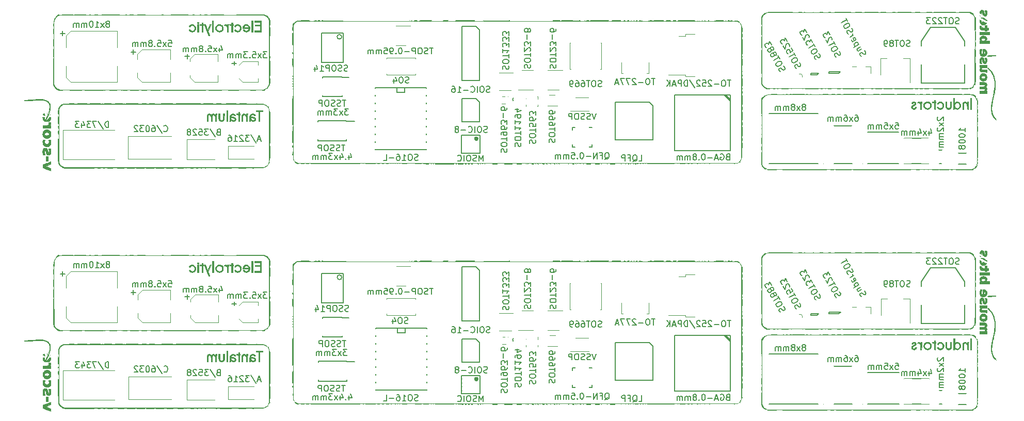
<source format=gbr>
G04 #@! TF.GenerationSoftware,KiCad,Pcbnew,5.1.8*
G04 #@! TF.CreationDate,2020-12-10T19:10:18+00:00*
G04 #@! TF.ProjectId,ruler,72756c65-722e-46b6-9963-61645f706362,rev?*
G04 #@! TF.SameCoordinates,Original*
G04 #@! TF.FileFunction,Legend,Bot*
G04 #@! TF.FilePolarity,Positive*
%FSLAX45Y45*%
G04 Gerber Fmt 4.5, Leading zero omitted, Abs format (unit mm)*
G04 Created by KiCad (PCBNEW 5.1.8) date 2020-12-10 19:10:18*
%MOMM*%
%LPD*%
G01*
G04 APERTURE LIST*
%ADD10C,0.150000*%
%ADD11C,0.010000*%
%ADD12C,0.100000*%
%ADD13C,0.120000*%
%ADD14C,0.127000*%
%ADD15C,0.300000*%
%ADD16C,0.203200*%
%ADD17C,0.900000*%
%ADD18O,1.150000X0.700000*%
%ADD19O,0.700000X1.150000*%
%ADD20C,0.900380*%
G04 APERTURE END LIST*
D10*
X11765009Y-15635271D02*
X11765009Y-15701938D01*
X11788819Y-15597176D02*
X11812628Y-15668605D01*
X11750724Y-15668605D01*
X11712628Y-15692414D02*
X11707867Y-15697176D01*
X11712628Y-15701938D01*
X11717390Y-15697176D01*
X11712628Y-15692414D01*
X11712628Y-15701938D01*
X11622152Y-15635271D02*
X11622152Y-15701938D01*
X11645962Y-15597176D02*
X11669771Y-15668605D01*
X11607867Y-15668605D01*
X11579295Y-15701938D02*
X11526914Y-15635271D01*
X11579295Y-15635271D02*
X11526914Y-15701938D01*
X11498343Y-15601938D02*
X11436438Y-15601938D01*
X11469771Y-15640033D01*
X11455486Y-15640033D01*
X11445962Y-15644795D01*
X11441200Y-15649557D01*
X11436438Y-15659081D01*
X11436438Y-15682890D01*
X11441200Y-15692414D01*
X11445962Y-15697176D01*
X11455486Y-15701938D01*
X11484057Y-15701938D01*
X11493581Y-15697176D01*
X11498343Y-15692414D01*
X11393581Y-15701938D02*
X11393581Y-15635271D01*
X11393581Y-15644795D02*
X11388819Y-15640033D01*
X11379295Y-15635271D01*
X11365009Y-15635271D01*
X11355486Y-15640033D01*
X11350724Y-15649557D01*
X11350724Y-15701938D01*
X11350724Y-15649557D02*
X11345962Y-15640033D01*
X11336438Y-15635271D01*
X11322152Y-15635271D01*
X11312628Y-15640033D01*
X11307867Y-15649557D01*
X11307867Y-15701938D01*
X11260248Y-15701938D02*
X11260248Y-15635271D01*
X11260248Y-15644795D02*
X11255486Y-15640033D01*
X11245962Y-15635271D01*
X11231676Y-15635271D01*
X11222152Y-15640033D01*
X11217390Y-15649557D01*
X11217390Y-15701938D01*
X11217390Y-15649557D02*
X11212628Y-15640033D01*
X11203105Y-15635271D01*
X11188819Y-15635271D01*
X11179295Y-15640033D01*
X11174533Y-15649557D01*
X11174533Y-15701938D01*
X11734362Y-14877138D02*
X11672457Y-14877138D01*
X11705790Y-14915233D01*
X11691505Y-14915233D01*
X11681981Y-14919995D01*
X11677219Y-14924757D01*
X11672457Y-14934281D01*
X11672457Y-14958090D01*
X11677219Y-14967614D01*
X11681981Y-14972376D01*
X11691505Y-14977138D01*
X11720076Y-14977138D01*
X11729600Y-14972376D01*
X11734362Y-14967614D01*
X11639124Y-14977138D02*
X11586743Y-14910471D01*
X11639124Y-14910471D02*
X11586743Y-14977138D01*
X11558171Y-14877138D02*
X11496267Y-14877138D01*
X11529600Y-14915233D01*
X11515314Y-14915233D01*
X11505790Y-14919995D01*
X11501028Y-14924757D01*
X11496267Y-14934281D01*
X11496267Y-14958090D01*
X11501028Y-14967614D01*
X11505790Y-14972376D01*
X11515314Y-14977138D01*
X11543886Y-14977138D01*
X11553409Y-14972376D01*
X11558171Y-14967614D01*
X11453409Y-14977138D02*
X11453409Y-14910471D01*
X11453409Y-14919995D02*
X11448648Y-14915233D01*
X11439124Y-14910471D01*
X11424838Y-14910471D01*
X11415314Y-14915233D01*
X11410552Y-14924757D01*
X11410552Y-14977138D01*
X11410552Y-14924757D02*
X11405790Y-14915233D01*
X11396267Y-14910471D01*
X11381981Y-14910471D01*
X11372457Y-14915233D01*
X11367695Y-14924757D01*
X11367695Y-14977138D01*
X11320076Y-14977138D02*
X11320076Y-14910471D01*
X11320076Y-14919995D02*
X11315314Y-14915233D01*
X11305790Y-14910471D01*
X11291505Y-14910471D01*
X11281981Y-14915233D01*
X11277219Y-14924757D01*
X11277219Y-14977138D01*
X11277219Y-14924757D02*
X11272457Y-14915233D01*
X11262933Y-14910471D01*
X11248648Y-14910471D01*
X11239124Y-14915233D01*
X11234362Y-14924757D01*
X11234362Y-14977138D01*
X11757362Y-10927138D02*
X11695457Y-10927138D01*
X11728790Y-10965233D01*
X11714505Y-10965233D01*
X11704981Y-10969995D01*
X11700219Y-10974757D01*
X11695457Y-10984281D01*
X11695457Y-11008090D01*
X11700219Y-11017614D01*
X11704981Y-11022376D01*
X11714505Y-11027138D01*
X11743076Y-11027138D01*
X11752600Y-11022376D01*
X11757362Y-11017614D01*
X11662124Y-11027138D02*
X11609743Y-10960471D01*
X11662124Y-10960471D02*
X11609743Y-11027138D01*
X11581171Y-10927138D02*
X11519267Y-10927138D01*
X11552600Y-10965233D01*
X11538314Y-10965233D01*
X11528790Y-10969995D01*
X11524028Y-10974757D01*
X11519267Y-10984281D01*
X11519267Y-11008090D01*
X11524028Y-11017614D01*
X11528790Y-11022376D01*
X11538314Y-11027138D01*
X11566886Y-11027138D01*
X11576409Y-11022376D01*
X11581171Y-11017614D01*
X11476409Y-11027138D02*
X11476409Y-10960471D01*
X11476409Y-10969995D02*
X11471648Y-10965233D01*
X11462124Y-10960471D01*
X11447838Y-10960471D01*
X11438314Y-10965233D01*
X11433552Y-10974757D01*
X11433552Y-11027138D01*
X11433552Y-10974757D02*
X11428790Y-10965233D01*
X11419267Y-10960471D01*
X11404981Y-10960471D01*
X11395457Y-10965233D01*
X11390695Y-10974757D01*
X11390695Y-11027138D01*
X11343076Y-11027138D02*
X11343076Y-10960471D01*
X11343076Y-10969995D02*
X11338314Y-10965233D01*
X11328790Y-10960471D01*
X11314505Y-10960471D01*
X11304981Y-10965233D01*
X11300219Y-10974757D01*
X11300219Y-11027138D01*
X11300219Y-10974757D02*
X11295457Y-10965233D01*
X11285933Y-10960471D01*
X11271648Y-10960471D01*
X11262124Y-10965233D01*
X11257362Y-10974757D01*
X11257362Y-11027138D01*
X11764009Y-11689871D02*
X11764009Y-11756538D01*
X11787819Y-11651776D02*
X11811628Y-11723205D01*
X11749724Y-11723205D01*
X11711628Y-11747014D02*
X11706867Y-11751776D01*
X11711628Y-11756538D01*
X11716390Y-11751776D01*
X11711628Y-11747014D01*
X11711628Y-11756538D01*
X11621152Y-11689871D02*
X11621152Y-11756538D01*
X11644962Y-11651776D02*
X11668771Y-11723205D01*
X11606867Y-11723205D01*
X11578295Y-11756538D02*
X11525914Y-11689871D01*
X11578295Y-11689871D02*
X11525914Y-11756538D01*
X11497343Y-11656538D02*
X11435438Y-11656538D01*
X11468771Y-11694633D01*
X11454486Y-11694633D01*
X11444962Y-11699395D01*
X11440200Y-11704157D01*
X11435438Y-11713681D01*
X11435438Y-11737490D01*
X11440200Y-11747014D01*
X11444962Y-11751776D01*
X11454486Y-11756538D01*
X11483057Y-11756538D01*
X11492581Y-11751776D01*
X11497343Y-11747014D01*
X11392581Y-11756538D02*
X11392581Y-11689871D01*
X11392581Y-11699395D02*
X11387819Y-11694633D01*
X11378295Y-11689871D01*
X11364009Y-11689871D01*
X11354486Y-11694633D01*
X11349724Y-11704157D01*
X11349724Y-11756538D01*
X11349724Y-11704157D02*
X11344962Y-11694633D01*
X11335438Y-11689871D01*
X11321152Y-11689871D01*
X11311628Y-11694633D01*
X11306867Y-11704157D01*
X11306867Y-11756538D01*
X11259248Y-11756538D02*
X11259248Y-11689871D01*
X11259248Y-11699395D02*
X11254486Y-11694633D01*
X11244962Y-11689871D01*
X11230676Y-11689871D01*
X11221152Y-11694633D01*
X11216390Y-11704157D01*
X11216390Y-11756538D01*
X11216390Y-11704157D02*
X11211628Y-11694633D01*
X11202105Y-11689871D01*
X11187819Y-11689871D01*
X11178295Y-11694633D01*
X11173533Y-11704157D01*
X11173533Y-11756538D01*
D11*
G36*
X6872722Y-15740894D02*
G01*
X6872837Y-15746206D01*
X6872783Y-15753974D01*
X6872638Y-15760505D01*
X6872035Y-15782084D01*
X6830313Y-15796980D01*
X6818076Y-15801453D01*
X6807497Y-15805521D01*
X6799118Y-15808958D01*
X6793477Y-15811541D01*
X6791114Y-15813045D01*
X6791155Y-15813271D01*
X6793862Y-15814389D01*
X6799906Y-15816688D01*
X6808635Y-15819926D01*
X6819399Y-15823863D01*
X6831547Y-15828257D01*
X6833406Y-15828926D01*
X6873093Y-15843185D01*
X6873093Y-15864081D01*
X6872935Y-15874343D01*
X6872417Y-15880874D01*
X6871478Y-15884169D01*
X6870447Y-15884810D01*
X6867892Y-15884015D01*
X6861900Y-15881841D01*
X6852968Y-15878476D01*
X6841592Y-15874111D01*
X6828267Y-15868935D01*
X6813489Y-15863138D01*
X6805823Y-15860110D01*
X6743845Y-15835576D01*
X6744440Y-15812196D01*
X6745035Y-15788816D01*
X6808343Y-15763871D01*
X6823726Y-15757819D01*
X6837808Y-15752297D01*
X6850118Y-15747489D01*
X6860182Y-15743577D01*
X6867528Y-15740747D01*
X6871684Y-15739182D01*
X6872446Y-15738927D01*
X6872722Y-15740894D01*
G37*
X6872722Y-15740894D02*
X6872837Y-15746206D01*
X6872783Y-15753974D01*
X6872638Y-15760505D01*
X6872035Y-15782084D01*
X6830313Y-15796980D01*
X6818076Y-15801453D01*
X6807497Y-15805521D01*
X6799118Y-15808958D01*
X6793477Y-15811541D01*
X6791114Y-15813045D01*
X6791155Y-15813271D01*
X6793862Y-15814389D01*
X6799906Y-15816688D01*
X6808635Y-15819926D01*
X6819399Y-15823863D01*
X6831547Y-15828257D01*
X6833406Y-15828926D01*
X6873093Y-15843185D01*
X6873093Y-15864081D01*
X6872935Y-15874343D01*
X6872417Y-15880874D01*
X6871478Y-15884169D01*
X6870447Y-15884810D01*
X6867892Y-15884015D01*
X6861900Y-15881841D01*
X6852968Y-15878476D01*
X6841592Y-15874111D01*
X6828267Y-15868935D01*
X6813489Y-15863138D01*
X6805823Y-15860110D01*
X6743845Y-15835576D01*
X6744440Y-15812196D01*
X6745035Y-15788816D01*
X6808343Y-15763871D01*
X6823726Y-15757819D01*
X6837808Y-15752297D01*
X6850118Y-15747489D01*
X6860182Y-15743577D01*
X6867528Y-15740747D01*
X6871684Y-15739182D01*
X6872446Y-15738927D01*
X6872722Y-15740894D01*
G36*
X21205766Y-14628019D02*
G01*
X21266821Y-14628024D01*
X21324660Y-14628034D01*
X21379369Y-14628048D01*
X21431032Y-14628066D01*
X21479735Y-14628089D01*
X21525561Y-14628116D01*
X21568597Y-14628148D01*
X21608926Y-14628186D01*
X21646634Y-14628228D01*
X21681805Y-14628276D01*
X21714525Y-14628329D01*
X21744877Y-14628387D01*
X21772948Y-14628451D01*
X21798821Y-14628521D01*
X21822582Y-14628597D01*
X21844315Y-14628678D01*
X21864106Y-14628766D01*
X21882039Y-14628860D01*
X21898199Y-14628961D01*
X21912670Y-14629068D01*
X21925538Y-14629182D01*
X21936888Y-14629302D01*
X21946804Y-14629430D01*
X21955371Y-14629564D01*
X21962674Y-14629706D01*
X21968798Y-14629855D01*
X21973828Y-14630012D01*
X21977848Y-14630176D01*
X21980943Y-14630347D01*
X21983199Y-14630527D01*
X21984699Y-14630715D01*
X21985172Y-14630807D01*
X22005751Y-14637659D01*
X22024906Y-14648107D01*
X22042024Y-14661659D01*
X22056493Y-14677823D01*
X22067701Y-14696108D01*
X22068474Y-14697721D01*
X22072644Y-14707649D01*
X22076292Y-14718155D01*
X22078772Y-14727331D01*
X22079149Y-14729277D01*
X22079422Y-14732323D01*
X22079673Y-14738166D01*
X22079902Y-14746893D01*
X22080109Y-14758589D01*
X22080294Y-14773342D01*
X22080458Y-14791237D01*
X22080601Y-14812362D01*
X22080723Y-14836801D01*
X22080824Y-14864641D01*
X22080905Y-14895970D01*
X22080967Y-14930872D01*
X22081008Y-14969435D01*
X22081030Y-15011744D01*
X22081033Y-15057886D01*
X22081017Y-15107948D01*
X22080983Y-15162015D01*
X22080930Y-15220173D01*
X22080887Y-15259502D01*
X22080285Y-15775968D01*
X22075336Y-15789727D01*
X22065426Y-15811257D01*
X22052198Y-15830252D01*
X22035901Y-15846461D01*
X22016782Y-15859632D01*
X21997591Y-15868597D01*
X21985035Y-15873335D01*
X20307577Y-15873716D01*
X20206266Y-15873739D01*
X20109102Y-15873760D01*
X20015997Y-15873779D01*
X19926864Y-15873796D01*
X19841616Y-15873811D01*
X19760167Y-15873823D01*
X19682429Y-15873833D01*
X19608314Y-15873840D01*
X19537737Y-15873845D01*
X19470609Y-15873846D01*
X19406845Y-15873844D01*
X19346356Y-15873838D01*
X19289056Y-15873829D01*
X19234858Y-15873817D01*
X19183674Y-15873800D01*
X19135418Y-15873779D01*
X19090003Y-15873754D01*
X19047342Y-15873725D01*
X19007347Y-15873691D01*
X18969931Y-15873653D01*
X18935008Y-15873609D01*
X18902491Y-15873560D01*
X18872291Y-15873506D01*
X18844324Y-15873447D01*
X18818500Y-15873382D01*
X18794734Y-15873311D01*
X18772937Y-15873235D01*
X18753024Y-15873152D01*
X18734907Y-15873063D01*
X18718500Y-15872968D01*
X18703714Y-15872866D01*
X18690463Y-15872757D01*
X18678660Y-15872641D01*
X18668218Y-15872518D01*
X18659050Y-15872388D01*
X18651069Y-15872250D01*
X18644187Y-15872105D01*
X18638318Y-15871952D01*
X18633375Y-15871791D01*
X18629270Y-15871622D01*
X18625917Y-15871445D01*
X18623229Y-15871259D01*
X18621118Y-15871064D01*
X18619498Y-15870861D01*
X18618281Y-15870649D01*
X18617418Y-15870439D01*
X18596679Y-15862383D01*
X18577817Y-15850898D01*
X18561362Y-15836425D01*
X18547841Y-15819403D01*
X18540494Y-15806389D01*
X18536269Y-15796687D01*
X18532571Y-15786595D01*
X18530044Y-15777919D01*
X18529631Y-15775968D01*
X18529357Y-15773136D01*
X18529106Y-15767640D01*
X18528877Y-15759388D01*
X18528671Y-15748289D01*
X18528485Y-15734248D01*
X18528321Y-15717175D01*
X18528178Y-15696976D01*
X18528055Y-15673559D01*
X18527953Y-15646831D01*
X18527870Y-15616700D01*
X18527808Y-15583073D01*
X18527765Y-15545859D01*
X18527741Y-15504963D01*
X18527735Y-15460295D01*
X18527749Y-15411761D01*
X18527780Y-15359268D01*
X18527829Y-15302725D01*
X18527886Y-15251035D01*
X18539102Y-15251035D01*
X18539102Y-15767502D01*
X18543791Y-15782406D01*
X18552226Y-15802372D01*
X18564098Y-15820179D01*
X18578999Y-15835442D01*
X18596521Y-15847773D01*
X18616257Y-15856788D01*
X18625230Y-15859524D01*
X18626224Y-15859769D01*
X18627349Y-15860005D01*
X18628695Y-15860230D01*
X18630349Y-15860446D01*
X18632400Y-15860652D01*
X18634934Y-15860849D01*
X18638041Y-15861038D01*
X18641808Y-15861217D01*
X18646324Y-15861388D01*
X18651676Y-15861550D01*
X18657952Y-15861704D01*
X18665241Y-15861850D01*
X18673630Y-15861989D01*
X18683208Y-15862120D01*
X18694062Y-15862244D01*
X18706280Y-15862360D01*
X18719951Y-15862470D01*
X18735162Y-15862573D01*
X18752002Y-15862670D01*
X18770559Y-15862761D01*
X18790920Y-15862845D01*
X18813174Y-15862924D01*
X18837408Y-15862997D01*
X18863711Y-15863065D01*
X18892171Y-15863128D01*
X18922875Y-15863186D01*
X18955912Y-15863239D01*
X18991370Y-15863288D01*
X19029336Y-15863332D01*
X19069899Y-15863373D01*
X19113147Y-15863410D01*
X19159168Y-15863443D01*
X19208050Y-15863472D01*
X19259880Y-15863499D01*
X19314747Y-15863522D01*
X19372739Y-15863543D01*
X19433944Y-15863561D01*
X19498450Y-15863577D01*
X19566345Y-15863591D01*
X19637717Y-15863603D01*
X19712654Y-15863614D01*
X19791243Y-15863623D01*
X19873574Y-15863630D01*
X19959734Y-15863637D01*
X20049811Y-15863643D01*
X20143893Y-15863649D01*
X20242068Y-15863654D01*
X20302285Y-15863657D01*
X20404002Y-15863661D01*
X20501571Y-15863663D01*
X20595077Y-15863664D01*
X20684605Y-15863663D01*
X20770239Y-15863660D01*
X20852064Y-15863654D01*
X20930167Y-15863646D01*
X21004631Y-15863635D01*
X21075542Y-15863622D01*
X21142985Y-15863606D01*
X21207044Y-15863586D01*
X21267805Y-15863564D01*
X21325353Y-15863538D01*
X21379773Y-15863508D01*
X21431149Y-15863475D01*
X21479567Y-15863438D01*
X21525112Y-15863398D01*
X21567869Y-15863353D01*
X21607922Y-15863303D01*
X21645358Y-15863250D01*
X21680260Y-15863191D01*
X21712714Y-15863128D01*
X21742805Y-15863060D01*
X21770617Y-15862987D01*
X21796237Y-15862909D01*
X21819748Y-15862825D01*
X21841236Y-15862736D01*
X21860786Y-15862642D01*
X21878483Y-15862541D01*
X21894411Y-15862434D01*
X21908657Y-15862322D01*
X21921304Y-15862203D01*
X21932438Y-15862077D01*
X21942145Y-15861945D01*
X21950508Y-15861806D01*
X21957613Y-15861661D01*
X21963544Y-15861508D01*
X21968388Y-15861348D01*
X21972229Y-15861180D01*
X21975152Y-15861006D01*
X21977241Y-15860823D01*
X21978583Y-15860633D01*
X21978685Y-15860612D01*
X21999290Y-15854177D01*
X22017986Y-15844140D01*
X22034414Y-15830840D01*
X22048214Y-15814615D01*
X22059025Y-15795802D01*
X22065230Y-15779288D01*
X22065597Y-15777787D01*
X22065937Y-15775744D01*
X22066251Y-15773001D01*
X22066540Y-15769401D01*
X22066805Y-15764786D01*
X22067047Y-15758998D01*
X22067267Y-15751880D01*
X22067467Y-15743274D01*
X22067646Y-15733023D01*
X22067806Y-15720968D01*
X22067949Y-15706952D01*
X22068075Y-15690818D01*
X22068185Y-15672408D01*
X22068280Y-15651564D01*
X22068362Y-15628128D01*
X22068430Y-15601943D01*
X22068487Y-15572852D01*
X22068533Y-15540696D01*
X22068570Y-15505318D01*
X22068598Y-15466560D01*
X22068618Y-15424265D01*
X22068632Y-15378275D01*
X22068640Y-15328432D01*
X22068643Y-15274579D01*
X22068643Y-15251035D01*
X22068642Y-15195435D01*
X22068635Y-15143911D01*
X22068624Y-15096305D01*
X22068606Y-15052461D01*
X22068581Y-15012221D01*
X22068547Y-14975428D01*
X22068505Y-14941924D01*
X22068451Y-14911552D01*
X22068387Y-14884154D01*
X22068310Y-14859574D01*
X22068219Y-14837653D01*
X22068115Y-14818236D01*
X22067995Y-14801163D01*
X22067858Y-14786278D01*
X22067704Y-14773424D01*
X22067532Y-14762444D01*
X22067340Y-14753179D01*
X22067128Y-14745473D01*
X22066894Y-14739168D01*
X22066638Y-14734106D01*
X22066359Y-14730132D01*
X22066055Y-14727086D01*
X22065726Y-14724813D01*
X22065370Y-14723154D01*
X22065266Y-14722782D01*
X22057104Y-14702221D01*
X22045510Y-14683972D01*
X22030774Y-14668324D01*
X22013184Y-14655570D01*
X21993030Y-14646002D01*
X21987152Y-14643992D01*
X21972335Y-14639318D01*
X18632235Y-14639318D01*
X18617202Y-14644818D01*
X18596686Y-14654444D01*
X18578706Y-14667241D01*
X18563578Y-14682880D01*
X18551618Y-14701034D01*
X18543142Y-14721375D01*
X18542989Y-14721868D01*
X18542573Y-14723349D01*
X18542188Y-14725075D01*
X18541832Y-14727209D01*
X18541505Y-14729910D01*
X18541205Y-14733337D01*
X18540931Y-14737652D01*
X18540682Y-14743014D01*
X18540456Y-14749583D01*
X18540253Y-14757520D01*
X18540071Y-14766984D01*
X18539910Y-14778136D01*
X18539767Y-14791135D01*
X18539642Y-14806143D01*
X18539534Y-14823318D01*
X18539441Y-14842822D01*
X18539362Y-14864814D01*
X18539297Y-14889454D01*
X18539243Y-14916902D01*
X18539200Y-14947319D01*
X18539167Y-14980864D01*
X18539142Y-15017699D01*
X18539124Y-15057982D01*
X18539113Y-15101874D01*
X18539106Y-15149535D01*
X18539102Y-15201125D01*
X18539102Y-15251035D01*
X18527886Y-15251035D01*
X18527894Y-15243627D01*
X18528518Y-14723985D01*
X18533456Y-14710813D01*
X18543473Y-14689988D01*
X18556918Y-14671316D01*
X18573349Y-14655242D01*
X18592321Y-14642210D01*
X18610597Y-14633672D01*
X18623768Y-14628735D01*
X20297693Y-14628199D01*
X20399715Y-14628167D01*
X20497589Y-14628138D01*
X20591399Y-14628111D01*
X20681230Y-14628088D01*
X20767167Y-14628068D01*
X20849294Y-14628051D01*
X20927698Y-14628037D01*
X21002462Y-14628027D01*
X21073672Y-14628021D01*
X21141411Y-14628018D01*
X21205766Y-14628019D01*
G37*
X21205766Y-14628019D02*
X21266821Y-14628024D01*
X21324660Y-14628034D01*
X21379369Y-14628048D01*
X21431032Y-14628066D01*
X21479735Y-14628089D01*
X21525561Y-14628116D01*
X21568597Y-14628148D01*
X21608926Y-14628186D01*
X21646634Y-14628228D01*
X21681805Y-14628276D01*
X21714525Y-14628329D01*
X21744877Y-14628387D01*
X21772948Y-14628451D01*
X21798821Y-14628521D01*
X21822582Y-14628597D01*
X21844315Y-14628678D01*
X21864106Y-14628766D01*
X21882039Y-14628860D01*
X21898199Y-14628961D01*
X21912670Y-14629068D01*
X21925538Y-14629182D01*
X21936888Y-14629302D01*
X21946804Y-14629430D01*
X21955371Y-14629564D01*
X21962674Y-14629706D01*
X21968798Y-14629855D01*
X21973828Y-14630012D01*
X21977848Y-14630176D01*
X21980943Y-14630347D01*
X21983199Y-14630527D01*
X21984699Y-14630715D01*
X21985172Y-14630807D01*
X22005751Y-14637659D01*
X22024906Y-14648107D01*
X22042024Y-14661659D01*
X22056493Y-14677823D01*
X22067701Y-14696108D01*
X22068474Y-14697721D01*
X22072644Y-14707649D01*
X22076292Y-14718155D01*
X22078772Y-14727331D01*
X22079149Y-14729277D01*
X22079422Y-14732323D01*
X22079673Y-14738166D01*
X22079902Y-14746893D01*
X22080109Y-14758589D01*
X22080294Y-14773342D01*
X22080458Y-14791237D01*
X22080601Y-14812362D01*
X22080723Y-14836801D01*
X22080824Y-14864641D01*
X22080905Y-14895970D01*
X22080967Y-14930872D01*
X22081008Y-14969435D01*
X22081030Y-15011744D01*
X22081033Y-15057886D01*
X22081017Y-15107948D01*
X22080983Y-15162015D01*
X22080930Y-15220173D01*
X22080887Y-15259502D01*
X22080285Y-15775968D01*
X22075336Y-15789727D01*
X22065426Y-15811257D01*
X22052198Y-15830252D01*
X22035901Y-15846461D01*
X22016782Y-15859632D01*
X21997591Y-15868597D01*
X21985035Y-15873335D01*
X20307577Y-15873716D01*
X20206266Y-15873739D01*
X20109102Y-15873760D01*
X20015997Y-15873779D01*
X19926864Y-15873796D01*
X19841616Y-15873811D01*
X19760167Y-15873823D01*
X19682429Y-15873833D01*
X19608314Y-15873840D01*
X19537737Y-15873845D01*
X19470609Y-15873846D01*
X19406845Y-15873844D01*
X19346356Y-15873838D01*
X19289056Y-15873829D01*
X19234858Y-15873817D01*
X19183674Y-15873800D01*
X19135418Y-15873779D01*
X19090003Y-15873754D01*
X19047342Y-15873725D01*
X19007347Y-15873691D01*
X18969931Y-15873653D01*
X18935008Y-15873609D01*
X18902491Y-15873560D01*
X18872291Y-15873506D01*
X18844324Y-15873447D01*
X18818500Y-15873382D01*
X18794734Y-15873311D01*
X18772937Y-15873235D01*
X18753024Y-15873152D01*
X18734907Y-15873063D01*
X18718500Y-15872968D01*
X18703714Y-15872866D01*
X18690463Y-15872757D01*
X18678660Y-15872641D01*
X18668218Y-15872518D01*
X18659050Y-15872388D01*
X18651069Y-15872250D01*
X18644187Y-15872105D01*
X18638318Y-15871952D01*
X18633375Y-15871791D01*
X18629270Y-15871622D01*
X18625917Y-15871445D01*
X18623229Y-15871259D01*
X18621118Y-15871064D01*
X18619498Y-15870861D01*
X18618281Y-15870649D01*
X18617418Y-15870439D01*
X18596679Y-15862383D01*
X18577817Y-15850898D01*
X18561362Y-15836425D01*
X18547841Y-15819403D01*
X18540494Y-15806389D01*
X18536269Y-15796687D01*
X18532571Y-15786595D01*
X18530044Y-15777919D01*
X18529631Y-15775968D01*
X18529357Y-15773136D01*
X18529106Y-15767640D01*
X18528877Y-15759388D01*
X18528671Y-15748289D01*
X18528485Y-15734248D01*
X18528321Y-15717175D01*
X18528178Y-15696976D01*
X18528055Y-15673559D01*
X18527953Y-15646831D01*
X18527870Y-15616700D01*
X18527808Y-15583073D01*
X18527765Y-15545859D01*
X18527741Y-15504963D01*
X18527735Y-15460295D01*
X18527749Y-15411761D01*
X18527780Y-15359268D01*
X18527829Y-15302725D01*
X18527886Y-15251035D01*
X18539102Y-15251035D01*
X18539102Y-15767502D01*
X18543791Y-15782406D01*
X18552226Y-15802372D01*
X18564098Y-15820179D01*
X18578999Y-15835442D01*
X18596521Y-15847773D01*
X18616257Y-15856788D01*
X18625230Y-15859524D01*
X18626224Y-15859769D01*
X18627349Y-15860005D01*
X18628695Y-15860230D01*
X18630349Y-15860446D01*
X18632400Y-15860652D01*
X18634934Y-15860849D01*
X18638041Y-15861038D01*
X18641808Y-15861217D01*
X18646324Y-15861388D01*
X18651676Y-15861550D01*
X18657952Y-15861704D01*
X18665241Y-15861850D01*
X18673630Y-15861989D01*
X18683208Y-15862120D01*
X18694062Y-15862244D01*
X18706280Y-15862360D01*
X18719951Y-15862470D01*
X18735162Y-15862573D01*
X18752002Y-15862670D01*
X18770559Y-15862761D01*
X18790920Y-15862845D01*
X18813174Y-15862924D01*
X18837408Y-15862997D01*
X18863711Y-15863065D01*
X18892171Y-15863128D01*
X18922875Y-15863186D01*
X18955912Y-15863239D01*
X18991370Y-15863288D01*
X19029336Y-15863332D01*
X19069899Y-15863373D01*
X19113147Y-15863410D01*
X19159168Y-15863443D01*
X19208050Y-15863472D01*
X19259880Y-15863499D01*
X19314747Y-15863522D01*
X19372739Y-15863543D01*
X19433944Y-15863561D01*
X19498450Y-15863577D01*
X19566345Y-15863591D01*
X19637717Y-15863603D01*
X19712654Y-15863614D01*
X19791243Y-15863623D01*
X19873574Y-15863630D01*
X19959734Y-15863637D01*
X20049811Y-15863643D01*
X20143893Y-15863649D01*
X20242068Y-15863654D01*
X20302285Y-15863657D01*
X20404002Y-15863661D01*
X20501571Y-15863663D01*
X20595077Y-15863664D01*
X20684605Y-15863663D01*
X20770239Y-15863660D01*
X20852064Y-15863654D01*
X20930167Y-15863646D01*
X21004631Y-15863635D01*
X21075542Y-15863622D01*
X21142985Y-15863606D01*
X21207044Y-15863586D01*
X21267805Y-15863564D01*
X21325353Y-15863538D01*
X21379773Y-15863508D01*
X21431149Y-15863475D01*
X21479567Y-15863438D01*
X21525112Y-15863398D01*
X21567869Y-15863353D01*
X21607922Y-15863303D01*
X21645358Y-15863250D01*
X21680260Y-15863191D01*
X21712714Y-15863128D01*
X21742805Y-15863060D01*
X21770617Y-15862987D01*
X21796237Y-15862909D01*
X21819748Y-15862825D01*
X21841236Y-15862736D01*
X21860786Y-15862642D01*
X21878483Y-15862541D01*
X21894411Y-15862434D01*
X21908657Y-15862322D01*
X21921304Y-15862203D01*
X21932438Y-15862077D01*
X21942145Y-15861945D01*
X21950508Y-15861806D01*
X21957613Y-15861661D01*
X21963544Y-15861508D01*
X21968388Y-15861348D01*
X21972229Y-15861180D01*
X21975152Y-15861006D01*
X21977241Y-15860823D01*
X21978583Y-15860633D01*
X21978685Y-15860612D01*
X21999290Y-15854177D01*
X22017986Y-15844140D01*
X22034414Y-15830840D01*
X22048214Y-15814615D01*
X22059025Y-15795802D01*
X22065230Y-15779288D01*
X22065597Y-15777787D01*
X22065937Y-15775744D01*
X22066251Y-15773001D01*
X22066540Y-15769401D01*
X22066805Y-15764786D01*
X22067047Y-15758998D01*
X22067267Y-15751880D01*
X22067467Y-15743274D01*
X22067646Y-15733023D01*
X22067806Y-15720968D01*
X22067949Y-15706952D01*
X22068075Y-15690818D01*
X22068185Y-15672408D01*
X22068280Y-15651564D01*
X22068362Y-15628128D01*
X22068430Y-15601943D01*
X22068487Y-15572852D01*
X22068533Y-15540696D01*
X22068570Y-15505318D01*
X22068598Y-15466560D01*
X22068618Y-15424265D01*
X22068632Y-15378275D01*
X22068640Y-15328432D01*
X22068643Y-15274579D01*
X22068643Y-15251035D01*
X22068642Y-15195435D01*
X22068635Y-15143911D01*
X22068624Y-15096305D01*
X22068606Y-15052461D01*
X22068581Y-15012221D01*
X22068547Y-14975428D01*
X22068505Y-14941924D01*
X22068451Y-14911552D01*
X22068387Y-14884154D01*
X22068310Y-14859574D01*
X22068219Y-14837653D01*
X22068115Y-14818236D01*
X22067995Y-14801163D01*
X22067858Y-14786278D01*
X22067704Y-14773424D01*
X22067532Y-14762444D01*
X22067340Y-14753179D01*
X22067128Y-14745473D01*
X22066894Y-14739168D01*
X22066638Y-14734106D01*
X22066359Y-14730132D01*
X22066055Y-14727086D01*
X22065726Y-14724813D01*
X22065370Y-14723154D01*
X22065266Y-14722782D01*
X22057104Y-14702221D01*
X22045510Y-14683972D01*
X22030774Y-14668324D01*
X22013184Y-14655570D01*
X21993030Y-14646002D01*
X21987152Y-14643992D01*
X21972335Y-14639318D01*
X18632235Y-14639318D01*
X18617202Y-14644818D01*
X18596686Y-14654444D01*
X18578706Y-14667241D01*
X18563578Y-14682880D01*
X18551618Y-14701034D01*
X18543142Y-14721375D01*
X18542989Y-14721868D01*
X18542573Y-14723349D01*
X18542188Y-14725075D01*
X18541832Y-14727209D01*
X18541505Y-14729910D01*
X18541205Y-14733337D01*
X18540931Y-14737652D01*
X18540682Y-14743014D01*
X18540456Y-14749583D01*
X18540253Y-14757520D01*
X18540071Y-14766984D01*
X18539910Y-14778136D01*
X18539767Y-14791135D01*
X18539642Y-14806143D01*
X18539534Y-14823318D01*
X18539441Y-14842822D01*
X18539362Y-14864814D01*
X18539297Y-14889454D01*
X18539243Y-14916902D01*
X18539200Y-14947319D01*
X18539167Y-14980864D01*
X18539142Y-15017699D01*
X18539124Y-15057982D01*
X18539113Y-15101874D01*
X18539106Y-15149535D01*
X18539102Y-15201125D01*
X18539102Y-15251035D01*
X18527886Y-15251035D01*
X18527894Y-15243627D01*
X18528518Y-14723985D01*
X18533456Y-14710813D01*
X18543473Y-14689988D01*
X18556918Y-14671316D01*
X18573349Y-14655242D01*
X18592321Y-14642210D01*
X18610597Y-14633672D01*
X18623768Y-14628735D01*
X20297693Y-14628199D01*
X20399715Y-14628167D01*
X20497589Y-14628138D01*
X20591399Y-14628111D01*
X20681230Y-14628088D01*
X20767167Y-14628068D01*
X20849294Y-14628051D01*
X20927698Y-14628037D01*
X21002462Y-14628027D01*
X21073672Y-14628021D01*
X21141411Y-14628018D01*
X21205766Y-14628019D01*
G36*
X10379352Y-14785830D02*
G01*
X10400336Y-14794633D01*
X10419271Y-14806893D01*
X10435749Y-14822176D01*
X10449363Y-14840050D01*
X10459708Y-14860081D01*
X10465375Y-14877443D01*
X10465739Y-14881039D01*
X10466082Y-14888619D01*
X10466403Y-14899935D01*
X10466701Y-14914738D01*
X10466978Y-14932781D01*
X10467233Y-14953813D01*
X10467465Y-14977587D01*
X10467676Y-15003854D01*
X10467864Y-15032365D01*
X10468031Y-15062872D01*
X10468175Y-15095125D01*
X10468298Y-15128878D01*
X10468398Y-15163880D01*
X10468476Y-15199883D01*
X10468533Y-15236639D01*
X10468567Y-15273898D01*
X10468579Y-15311413D01*
X10468569Y-15348935D01*
X10468537Y-15386214D01*
X10468483Y-15423003D01*
X10468407Y-15459053D01*
X10468309Y-15494115D01*
X10468188Y-15527940D01*
X10468046Y-15560281D01*
X10467882Y-15590888D01*
X10467695Y-15619512D01*
X10467486Y-15645905D01*
X10467256Y-15669819D01*
X10467003Y-15691005D01*
X10466728Y-15709214D01*
X10466431Y-15724197D01*
X10466112Y-15735706D01*
X10465770Y-15743493D01*
X10465407Y-15747308D01*
X10465387Y-15747393D01*
X10458014Y-15768732D01*
X10447021Y-15788248D01*
X10432762Y-15805572D01*
X10415594Y-15820335D01*
X10395870Y-15832169D01*
X10376081Y-15840058D01*
X10375210Y-15840279D01*
X10373983Y-15840491D01*
X10372313Y-15840694D01*
X10370111Y-15840889D01*
X10367289Y-15841075D01*
X10363759Y-15841253D01*
X10359432Y-15841423D01*
X10354221Y-15841585D01*
X10348037Y-15841739D01*
X10340792Y-15841886D01*
X10332397Y-15842025D01*
X10322766Y-15842158D01*
X10311808Y-15842284D01*
X10299437Y-15842403D01*
X10285564Y-15842516D01*
X10270101Y-15842622D01*
X10252959Y-15842723D01*
X10234051Y-15842818D01*
X10213288Y-15842907D01*
X10190581Y-15842991D01*
X10165844Y-15843070D01*
X10138987Y-15843144D01*
X10109923Y-15843213D01*
X10078562Y-15843278D01*
X10044818Y-15843338D01*
X10008602Y-15843394D01*
X9969825Y-15843447D01*
X9928399Y-15843496D01*
X9884237Y-15843541D01*
X9837249Y-15843583D01*
X9787349Y-15843622D01*
X9734447Y-15843659D01*
X9678455Y-15843693D01*
X9619285Y-15843724D01*
X9556850Y-15843753D01*
X9491060Y-15843780D01*
X9421828Y-15843806D01*
X9349065Y-15843830D01*
X9272683Y-15843852D01*
X9192594Y-15843874D01*
X9108710Y-15843894D01*
X9020943Y-15843914D01*
X8929204Y-15843934D01*
X8833405Y-15843953D01*
X8736818Y-15843971D01*
X8651702Y-15843984D01*
X8567793Y-15843993D01*
X8485189Y-15843997D01*
X8403988Y-15843996D01*
X8324287Y-15843990D01*
X8246187Y-15843980D01*
X8169783Y-15843966D01*
X8095174Y-15843947D01*
X8022459Y-15843924D01*
X7951735Y-15843896D01*
X7883101Y-15843865D01*
X7816654Y-15843830D01*
X7752493Y-15843790D01*
X7690715Y-15843747D01*
X7631419Y-15843701D01*
X7574703Y-15843650D01*
X7520665Y-15843596D01*
X7469402Y-15843539D01*
X7421013Y-15843478D01*
X7375597Y-15843414D01*
X7333250Y-15843347D01*
X7294071Y-15843277D01*
X7258159Y-15843204D01*
X7225611Y-15843128D01*
X7196525Y-15843049D01*
X7170999Y-15842968D01*
X7149132Y-15842883D01*
X7131021Y-15842797D01*
X7116764Y-15842708D01*
X7106461Y-15842616D01*
X7100207Y-15842523D01*
X7098142Y-15842440D01*
X7077103Y-15836917D01*
X7057043Y-15827791D01*
X7038892Y-15815566D01*
X7025304Y-15802727D01*
X7017148Y-15792043D01*
X7009286Y-15778955D01*
X7002501Y-15764989D01*
X6997577Y-15751674D01*
X6996051Y-15745702D01*
X6995747Y-15742627D01*
X6995467Y-15736419D01*
X6995210Y-15727001D01*
X6994976Y-15714296D01*
X6994763Y-15698229D01*
X6994573Y-15678722D01*
X6994404Y-15655701D01*
X6994256Y-15629088D01*
X6994129Y-15598808D01*
X6994021Y-15564785D01*
X6993934Y-15526941D01*
X6993866Y-15485201D01*
X6993817Y-15439488D01*
X6993787Y-15389727D01*
X6993774Y-15335842D01*
X6993774Y-15312418D01*
X7005385Y-15312418D01*
X7005386Y-15362269D01*
X7005391Y-15408065D01*
X7005400Y-15449983D01*
X7005417Y-15488201D01*
X7005441Y-15522897D01*
X7005475Y-15554248D01*
X7005521Y-15582433D01*
X7005580Y-15607630D01*
X7005653Y-15630015D01*
X7005742Y-15649768D01*
X7005849Y-15667065D01*
X7005976Y-15682084D01*
X7006123Y-15695004D01*
X7006292Y-15706002D01*
X7006486Y-15715256D01*
X7006706Y-15722944D01*
X7006952Y-15729243D01*
X7007228Y-15734331D01*
X7007534Y-15738387D01*
X7007872Y-15741588D01*
X7008243Y-15744111D01*
X7008650Y-15746135D01*
X7009094Y-15747837D01*
X7009277Y-15748452D01*
X7017550Y-15768701D01*
X7029116Y-15786855D01*
X7043540Y-15802499D01*
X7060392Y-15815213D01*
X7079240Y-15824583D01*
X7092475Y-15828711D01*
X7093671Y-15828898D01*
X7095745Y-15829076D01*
X7098783Y-15829246D01*
X7102868Y-15829409D01*
X7108085Y-15829565D01*
X7114519Y-15829713D01*
X7122253Y-15829854D01*
X7131372Y-15829988D01*
X7141961Y-15830116D01*
X7154104Y-15830236D01*
X7167885Y-15830350D01*
X7183389Y-15830457D01*
X7200700Y-15830558D01*
X7219902Y-15830652D01*
X7241081Y-15830741D01*
X7264319Y-15830824D01*
X7289702Y-15830901D01*
X7317314Y-15830972D01*
X7347240Y-15831037D01*
X7379564Y-15831097D01*
X7414369Y-15831152D01*
X7451742Y-15831202D01*
X7491765Y-15831247D01*
X7534524Y-15831287D01*
X7580102Y-15831322D01*
X7628585Y-15831353D01*
X7680056Y-15831379D01*
X7734601Y-15831401D01*
X7792302Y-15831418D01*
X7853246Y-15831432D01*
X7917515Y-15831441D01*
X7985195Y-15831447D01*
X8056370Y-15831450D01*
X8131124Y-15831448D01*
X8209542Y-15831444D01*
X8291708Y-15831436D01*
X8377707Y-15831425D01*
X8467622Y-15831411D01*
X8561539Y-15831394D01*
X8659541Y-15831375D01*
X8735760Y-15831359D01*
X10366652Y-15831002D01*
X10380442Y-15825624D01*
X10401098Y-15815521D01*
X10418700Y-15802572D01*
X10433123Y-15786917D01*
X10444240Y-15768695D01*
X10451925Y-15748045D01*
X10452408Y-15746214D01*
X10452905Y-15744197D01*
X10453362Y-15742082D01*
X10453780Y-15739688D01*
X10454160Y-15736834D01*
X10454504Y-15733339D01*
X10454815Y-15729021D01*
X10455093Y-15723700D01*
X10455341Y-15717195D01*
X10455561Y-15709324D01*
X10455754Y-15699907D01*
X10455921Y-15688763D01*
X10456065Y-15675711D01*
X10456188Y-15660569D01*
X10456290Y-15643157D01*
X10456375Y-15623293D01*
X10456443Y-15600797D01*
X10456497Y-15575488D01*
X10456537Y-15547184D01*
X10456567Y-15515704D01*
X10456587Y-15480869D01*
X10456600Y-15442495D01*
X10456607Y-15400404D01*
X10456610Y-15354412D01*
X10456610Y-15312418D01*
X10456609Y-15262994D01*
X10456606Y-15217623D01*
X10456598Y-15176122D01*
X10456585Y-15138312D01*
X10456563Y-15104011D01*
X10456532Y-15073038D01*
X10456489Y-15045213D01*
X10456433Y-15020354D01*
X10456363Y-14998280D01*
X10456276Y-14978810D01*
X10456170Y-14961764D01*
X10456044Y-14946959D01*
X10455897Y-14934216D01*
X10455725Y-14923353D01*
X10455529Y-14914189D01*
X10455305Y-14906543D01*
X10455052Y-14900234D01*
X10454769Y-14895082D01*
X10454453Y-14890904D01*
X10454103Y-14887520D01*
X10453717Y-14884750D01*
X10453293Y-14882411D01*
X10452831Y-14880323D01*
X10452408Y-14878623D01*
X10446016Y-14859839D01*
X10436785Y-14843292D01*
X10424074Y-14827882D01*
X10421419Y-14825195D01*
X10406345Y-14812839D01*
X10389083Y-14803014D01*
X10370927Y-14796406D01*
X10364535Y-14794968D01*
X10362474Y-14794813D01*
X10357961Y-14794664D01*
X10350940Y-14794523D01*
X10341353Y-14794388D01*
X10329146Y-14794260D01*
X10314263Y-14794139D01*
X10296646Y-14794025D01*
X10276240Y-14793918D01*
X10252990Y-14793817D01*
X10226838Y-14793723D01*
X10197729Y-14793635D01*
X10165606Y-14793554D01*
X10130414Y-14793479D01*
X10092097Y-14793410D01*
X10050598Y-14793348D01*
X10005861Y-14793291D01*
X9957831Y-14793241D01*
X9906450Y-14793197D01*
X9851664Y-14793160D01*
X9793415Y-14793128D01*
X9731649Y-14793102D01*
X9666308Y-14793081D01*
X9597337Y-14793067D01*
X9524679Y-14793058D01*
X9448279Y-14793055D01*
X9368080Y-14793058D01*
X9284027Y-14793066D01*
X9196062Y-14793080D01*
X9104131Y-14793099D01*
X9008177Y-14793123D01*
X8908144Y-14793153D01*
X8803976Y-14793188D01*
X8723060Y-14793218D01*
X7094285Y-14793835D01*
X7079976Y-14799569D01*
X7059453Y-14809898D01*
X7041938Y-14823195D01*
X7027508Y-14839380D01*
X7016235Y-14858371D01*
X7009277Y-14876385D01*
X7008819Y-14878010D01*
X7008398Y-14879887D01*
X7008013Y-14882195D01*
X7007662Y-14885111D01*
X7007344Y-14888812D01*
X7007056Y-14893477D01*
X7006799Y-14899283D01*
X7006569Y-14906409D01*
X7006365Y-14915031D01*
X7006186Y-14925328D01*
X7006030Y-14937478D01*
X7005896Y-14951658D01*
X7005782Y-14968047D01*
X7005686Y-14986821D01*
X7005606Y-15008159D01*
X7005542Y-15032239D01*
X7005492Y-15059239D01*
X7005453Y-15089335D01*
X7005425Y-15122707D01*
X7005406Y-15159531D01*
X7005394Y-15199986D01*
X7005387Y-15244250D01*
X7005385Y-15292499D01*
X7005385Y-15312418D01*
X6993774Y-15312418D01*
X6993775Y-15311785D01*
X6993781Y-15261370D01*
X6993794Y-15215015D01*
X6993815Y-15172548D01*
X6993845Y-15133795D01*
X6993885Y-15098584D01*
X6993936Y-15066741D01*
X6994000Y-15038094D01*
X6994079Y-15012469D01*
X6994172Y-14989694D01*
X6994283Y-14969596D01*
X6994411Y-14952002D01*
X6994558Y-14936738D01*
X6994726Y-14923632D01*
X6994916Y-14912511D01*
X6995128Y-14903202D01*
X6995365Y-14895532D01*
X6995628Y-14889328D01*
X6995917Y-14884417D01*
X6996234Y-14880626D01*
X6996581Y-14877783D01*
X6996959Y-14875713D01*
X6996998Y-14875545D01*
X7003845Y-14855449D01*
X7014334Y-14836745D01*
X7027968Y-14819926D01*
X7044251Y-14805485D01*
X7062686Y-14793917D01*
X7082778Y-14785715D01*
X7088993Y-14783999D01*
X7090249Y-14783821D01*
X7092588Y-14783649D01*
X7096093Y-14783485D01*
X7100846Y-14783328D01*
X7106928Y-14783178D01*
X7114423Y-14783034D01*
X7123410Y-14782897D01*
X7133974Y-14782766D01*
X7146195Y-14782642D01*
X7160156Y-14782524D01*
X7175939Y-14782412D01*
X7193625Y-14782306D01*
X7213297Y-14782205D01*
X7235037Y-14782110D01*
X7258926Y-14782021D01*
X7285047Y-14781937D01*
X7313482Y-14781858D01*
X7344313Y-14781784D01*
X7377621Y-14781715D01*
X7413489Y-14781650D01*
X7451999Y-14781590D01*
X7493232Y-14781535D01*
X7537272Y-14781484D01*
X7584198Y-14781437D01*
X7634095Y-14781394D01*
X7687043Y-14781355D01*
X7743125Y-14781320D01*
X7802423Y-14781288D01*
X7865019Y-14781260D01*
X7930994Y-14781235D01*
X8000431Y-14781213D01*
X8073412Y-14781194D01*
X8150018Y-14781178D01*
X8230333Y-14781165D01*
X8314437Y-14781155D01*
X8402412Y-14781146D01*
X8494342Y-14781141D01*
X8590307Y-14781137D01*
X8690390Y-14781135D01*
X8732585Y-14781135D01*
X10364535Y-14781135D01*
X10379352Y-14785830D01*
G37*
X10379352Y-14785830D02*
X10400336Y-14794633D01*
X10419271Y-14806893D01*
X10435749Y-14822176D01*
X10449363Y-14840050D01*
X10459708Y-14860081D01*
X10465375Y-14877443D01*
X10465739Y-14881039D01*
X10466082Y-14888619D01*
X10466403Y-14899935D01*
X10466701Y-14914738D01*
X10466978Y-14932781D01*
X10467233Y-14953813D01*
X10467465Y-14977587D01*
X10467676Y-15003854D01*
X10467864Y-15032365D01*
X10468031Y-15062872D01*
X10468175Y-15095125D01*
X10468298Y-15128878D01*
X10468398Y-15163880D01*
X10468476Y-15199883D01*
X10468533Y-15236639D01*
X10468567Y-15273898D01*
X10468579Y-15311413D01*
X10468569Y-15348935D01*
X10468537Y-15386214D01*
X10468483Y-15423003D01*
X10468407Y-15459053D01*
X10468309Y-15494115D01*
X10468188Y-15527940D01*
X10468046Y-15560281D01*
X10467882Y-15590888D01*
X10467695Y-15619512D01*
X10467486Y-15645905D01*
X10467256Y-15669819D01*
X10467003Y-15691005D01*
X10466728Y-15709214D01*
X10466431Y-15724197D01*
X10466112Y-15735706D01*
X10465770Y-15743493D01*
X10465407Y-15747308D01*
X10465387Y-15747393D01*
X10458014Y-15768732D01*
X10447021Y-15788248D01*
X10432762Y-15805572D01*
X10415594Y-15820335D01*
X10395870Y-15832169D01*
X10376081Y-15840058D01*
X10375210Y-15840279D01*
X10373983Y-15840491D01*
X10372313Y-15840694D01*
X10370111Y-15840889D01*
X10367289Y-15841075D01*
X10363759Y-15841253D01*
X10359432Y-15841423D01*
X10354221Y-15841585D01*
X10348037Y-15841739D01*
X10340792Y-15841886D01*
X10332397Y-15842025D01*
X10322766Y-15842158D01*
X10311808Y-15842284D01*
X10299437Y-15842403D01*
X10285564Y-15842516D01*
X10270101Y-15842622D01*
X10252959Y-15842723D01*
X10234051Y-15842818D01*
X10213288Y-15842907D01*
X10190581Y-15842991D01*
X10165844Y-15843070D01*
X10138987Y-15843144D01*
X10109923Y-15843213D01*
X10078562Y-15843278D01*
X10044818Y-15843338D01*
X10008602Y-15843394D01*
X9969825Y-15843447D01*
X9928399Y-15843496D01*
X9884237Y-15843541D01*
X9837249Y-15843583D01*
X9787349Y-15843622D01*
X9734447Y-15843659D01*
X9678455Y-15843693D01*
X9619285Y-15843724D01*
X9556850Y-15843753D01*
X9491060Y-15843780D01*
X9421828Y-15843806D01*
X9349065Y-15843830D01*
X9272683Y-15843852D01*
X9192594Y-15843874D01*
X9108710Y-15843894D01*
X9020943Y-15843914D01*
X8929204Y-15843934D01*
X8833405Y-15843953D01*
X8736818Y-15843971D01*
X8651702Y-15843984D01*
X8567793Y-15843993D01*
X8485189Y-15843997D01*
X8403988Y-15843996D01*
X8324287Y-15843990D01*
X8246187Y-15843980D01*
X8169783Y-15843966D01*
X8095174Y-15843947D01*
X8022459Y-15843924D01*
X7951735Y-15843896D01*
X7883101Y-15843865D01*
X7816654Y-15843830D01*
X7752493Y-15843790D01*
X7690715Y-15843747D01*
X7631419Y-15843701D01*
X7574703Y-15843650D01*
X7520665Y-15843596D01*
X7469402Y-15843539D01*
X7421013Y-15843478D01*
X7375597Y-15843414D01*
X7333250Y-15843347D01*
X7294071Y-15843277D01*
X7258159Y-15843204D01*
X7225611Y-15843128D01*
X7196525Y-15843049D01*
X7170999Y-15842968D01*
X7149132Y-15842883D01*
X7131021Y-15842797D01*
X7116764Y-15842708D01*
X7106461Y-15842616D01*
X7100207Y-15842523D01*
X7098142Y-15842440D01*
X7077103Y-15836917D01*
X7057043Y-15827791D01*
X7038892Y-15815566D01*
X7025304Y-15802727D01*
X7017148Y-15792043D01*
X7009286Y-15778955D01*
X7002501Y-15764989D01*
X6997577Y-15751674D01*
X6996051Y-15745702D01*
X6995747Y-15742627D01*
X6995467Y-15736419D01*
X6995210Y-15727001D01*
X6994976Y-15714296D01*
X6994763Y-15698229D01*
X6994573Y-15678722D01*
X6994404Y-15655701D01*
X6994256Y-15629088D01*
X6994129Y-15598808D01*
X6994021Y-15564785D01*
X6993934Y-15526941D01*
X6993866Y-15485201D01*
X6993817Y-15439488D01*
X6993787Y-15389727D01*
X6993774Y-15335842D01*
X6993774Y-15312418D01*
X7005385Y-15312418D01*
X7005386Y-15362269D01*
X7005391Y-15408065D01*
X7005400Y-15449983D01*
X7005417Y-15488201D01*
X7005441Y-15522897D01*
X7005475Y-15554248D01*
X7005521Y-15582433D01*
X7005580Y-15607630D01*
X7005653Y-15630015D01*
X7005742Y-15649768D01*
X7005849Y-15667065D01*
X7005976Y-15682084D01*
X7006123Y-15695004D01*
X7006292Y-15706002D01*
X7006486Y-15715256D01*
X7006706Y-15722944D01*
X7006952Y-15729243D01*
X7007228Y-15734331D01*
X7007534Y-15738387D01*
X7007872Y-15741588D01*
X7008243Y-15744111D01*
X7008650Y-15746135D01*
X7009094Y-15747837D01*
X7009277Y-15748452D01*
X7017550Y-15768701D01*
X7029116Y-15786855D01*
X7043540Y-15802499D01*
X7060392Y-15815213D01*
X7079240Y-15824583D01*
X7092475Y-15828711D01*
X7093671Y-15828898D01*
X7095745Y-15829076D01*
X7098783Y-15829246D01*
X7102868Y-15829409D01*
X7108085Y-15829565D01*
X7114519Y-15829713D01*
X7122253Y-15829854D01*
X7131372Y-15829988D01*
X7141961Y-15830116D01*
X7154104Y-15830236D01*
X7167885Y-15830350D01*
X7183389Y-15830457D01*
X7200700Y-15830558D01*
X7219902Y-15830652D01*
X7241081Y-15830741D01*
X7264319Y-15830824D01*
X7289702Y-15830901D01*
X7317314Y-15830972D01*
X7347240Y-15831037D01*
X7379564Y-15831097D01*
X7414369Y-15831152D01*
X7451742Y-15831202D01*
X7491765Y-15831247D01*
X7534524Y-15831287D01*
X7580102Y-15831322D01*
X7628585Y-15831353D01*
X7680056Y-15831379D01*
X7734601Y-15831401D01*
X7792302Y-15831418D01*
X7853246Y-15831432D01*
X7917515Y-15831441D01*
X7985195Y-15831447D01*
X8056370Y-15831450D01*
X8131124Y-15831448D01*
X8209542Y-15831444D01*
X8291708Y-15831436D01*
X8377707Y-15831425D01*
X8467622Y-15831411D01*
X8561539Y-15831394D01*
X8659541Y-15831375D01*
X8735760Y-15831359D01*
X10366652Y-15831002D01*
X10380442Y-15825624D01*
X10401098Y-15815521D01*
X10418700Y-15802572D01*
X10433123Y-15786917D01*
X10444240Y-15768695D01*
X10451925Y-15748045D01*
X10452408Y-15746214D01*
X10452905Y-15744197D01*
X10453362Y-15742082D01*
X10453780Y-15739688D01*
X10454160Y-15736834D01*
X10454504Y-15733339D01*
X10454815Y-15729021D01*
X10455093Y-15723700D01*
X10455341Y-15717195D01*
X10455561Y-15709324D01*
X10455754Y-15699907D01*
X10455921Y-15688763D01*
X10456065Y-15675711D01*
X10456188Y-15660569D01*
X10456290Y-15643157D01*
X10456375Y-15623293D01*
X10456443Y-15600797D01*
X10456497Y-15575488D01*
X10456537Y-15547184D01*
X10456567Y-15515704D01*
X10456587Y-15480869D01*
X10456600Y-15442495D01*
X10456607Y-15400404D01*
X10456610Y-15354412D01*
X10456610Y-15312418D01*
X10456609Y-15262994D01*
X10456606Y-15217623D01*
X10456598Y-15176122D01*
X10456585Y-15138312D01*
X10456563Y-15104011D01*
X10456532Y-15073038D01*
X10456489Y-15045213D01*
X10456433Y-15020354D01*
X10456363Y-14998280D01*
X10456276Y-14978810D01*
X10456170Y-14961764D01*
X10456044Y-14946959D01*
X10455897Y-14934216D01*
X10455725Y-14923353D01*
X10455529Y-14914189D01*
X10455305Y-14906543D01*
X10455052Y-14900234D01*
X10454769Y-14895082D01*
X10454453Y-14890904D01*
X10454103Y-14887520D01*
X10453717Y-14884750D01*
X10453293Y-14882411D01*
X10452831Y-14880323D01*
X10452408Y-14878623D01*
X10446016Y-14859839D01*
X10436785Y-14843292D01*
X10424074Y-14827882D01*
X10421419Y-14825195D01*
X10406345Y-14812839D01*
X10389083Y-14803014D01*
X10370927Y-14796406D01*
X10364535Y-14794968D01*
X10362474Y-14794813D01*
X10357961Y-14794664D01*
X10350940Y-14794523D01*
X10341353Y-14794388D01*
X10329146Y-14794260D01*
X10314263Y-14794139D01*
X10296646Y-14794025D01*
X10276240Y-14793918D01*
X10252990Y-14793817D01*
X10226838Y-14793723D01*
X10197729Y-14793635D01*
X10165606Y-14793554D01*
X10130414Y-14793479D01*
X10092097Y-14793410D01*
X10050598Y-14793348D01*
X10005861Y-14793291D01*
X9957831Y-14793241D01*
X9906450Y-14793197D01*
X9851664Y-14793160D01*
X9793415Y-14793128D01*
X9731649Y-14793102D01*
X9666308Y-14793081D01*
X9597337Y-14793067D01*
X9524679Y-14793058D01*
X9448279Y-14793055D01*
X9368080Y-14793058D01*
X9284027Y-14793066D01*
X9196062Y-14793080D01*
X9104131Y-14793099D01*
X9008177Y-14793123D01*
X8908144Y-14793153D01*
X8803976Y-14793188D01*
X8723060Y-14793218D01*
X7094285Y-14793835D01*
X7079976Y-14799569D01*
X7059453Y-14809898D01*
X7041938Y-14823195D01*
X7027508Y-14839380D01*
X7016235Y-14858371D01*
X7009277Y-14876385D01*
X7008819Y-14878010D01*
X7008398Y-14879887D01*
X7008013Y-14882195D01*
X7007662Y-14885111D01*
X7007344Y-14888812D01*
X7007056Y-14893477D01*
X7006799Y-14899283D01*
X7006569Y-14906409D01*
X7006365Y-14915031D01*
X7006186Y-14925328D01*
X7006030Y-14937478D01*
X7005896Y-14951658D01*
X7005782Y-14968047D01*
X7005686Y-14986821D01*
X7005606Y-15008159D01*
X7005542Y-15032239D01*
X7005492Y-15059239D01*
X7005453Y-15089335D01*
X7005425Y-15122707D01*
X7005406Y-15159531D01*
X7005394Y-15199986D01*
X7005387Y-15244250D01*
X7005385Y-15292499D01*
X7005385Y-15312418D01*
X6993774Y-15312418D01*
X6993775Y-15311785D01*
X6993781Y-15261370D01*
X6993794Y-15215015D01*
X6993815Y-15172548D01*
X6993845Y-15133795D01*
X6993885Y-15098584D01*
X6993936Y-15066741D01*
X6994000Y-15038094D01*
X6994079Y-15012469D01*
X6994172Y-14989694D01*
X6994283Y-14969596D01*
X6994411Y-14952002D01*
X6994558Y-14936738D01*
X6994726Y-14923632D01*
X6994916Y-14912511D01*
X6995128Y-14903202D01*
X6995365Y-14895532D01*
X6995628Y-14889328D01*
X6995917Y-14884417D01*
X6996234Y-14880626D01*
X6996581Y-14877783D01*
X6996959Y-14875713D01*
X6996998Y-14875545D01*
X7003845Y-14855449D01*
X7014334Y-14836745D01*
X7027968Y-14819926D01*
X7044251Y-14805485D01*
X7062686Y-14793917D01*
X7082778Y-14785715D01*
X7088993Y-14783999D01*
X7090249Y-14783821D01*
X7092588Y-14783649D01*
X7096093Y-14783485D01*
X7100846Y-14783328D01*
X7106928Y-14783178D01*
X7114423Y-14783034D01*
X7123410Y-14782897D01*
X7133974Y-14782766D01*
X7146195Y-14782642D01*
X7160156Y-14782524D01*
X7175939Y-14782412D01*
X7193625Y-14782306D01*
X7213297Y-14782205D01*
X7235037Y-14782110D01*
X7258926Y-14782021D01*
X7285047Y-14781937D01*
X7313482Y-14781858D01*
X7344313Y-14781784D01*
X7377621Y-14781715D01*
X7413489Y-14781650D01*
X7451999Y-14781590D01*
X7493232Y-14781535D01*
X7537272Y-14781484D01*
X7584198Y-14781437D01*
X7634095Y-14781394D01*
X7687043Y-14781355D01*
X7743125Y-14781320D01*
X7802423Y-14781288D01*
X7865019Y-14781260D01*
X7930994Y-14781235D01*
X8000431Y-14781213D01*
X8073412Y-14781194D01*
X8150018Y-14781178D01*
X8230333Y-14781165D01*
X8314437Y-14781155D01*
X8402412Y-14781146D01*
X8494342Y-14781141D01*
X8590307Y-14781137D01*
X8690390Y-14781135D01*
X8732585Y-14781135D01*
X10364535Y-14781135D01*
X10379352Y-14785830D01*
G36*
X14963601Y-13419084D02*
G01*
X15101277Y-13419086D01*
X15234953Y-13419087D01*
X15364686Y-13419090D01*
X15490534Y-13419094D01*
X15612556Y-13419098D01*
X15730810Y-13419103D01*
X15845353Y-13419110D01*
X15956245Y-13419117D01*
X16063543Y-13419125D01*
X16167305Y-13419135D01*
X16267590Y-13419146D01*
X16364455Y-13419158D01*
X16457959Y-13419171D01*
X16548160Y-13419186D01*
X16635116Y-13419202D01*
X16718885Y-13419220D01*
X16799525Y-13419239D01*
X16877095Y-13419260D01*
X16951652Y-13419282D01*
X17023255Y-13419306D01*
X17091962Y-13419332D01*
X17157831Y-13419359D01*
X17220920Y-13419389D01*
X17281287Y-13419420D01*
X17338991Y-13419453D01*
X17394089Y-13419488D01*
X17446639Y-13419525D01*
X17496701Y-13419565D01*
X17544332Y-13419606D01*
X17589589Y-13419649D01*
X17632532Y-13419695D01*
X17673218Y-13419743D01*
X17711706Y-13419794D01*
X17748053Y-13419847D01*
X17782318Y-13419902D01*
X17814559Y-13419960D01*
X17844834Y-13420020D01*
X17873202Y-13420083D01*
X17899719Y-13420149D01*
X17924445Y-13420217D01*
X17947438Y-13420288D01*
X17968755Y-13420362D01*
X17988455Y-13420439D01*
X18006597Y-13420518D01*
X18023237Y-13420601D01*
X18038435Y-13420687D01*
X18052248Y-13420775D01*
X18064735Y-13420867D01*
X18075953Y-13420962D01*
X18085961Y-13421060D01*
X18094817Y-13421162D01*
X18102580Y-13421267D01*
X18109306Y-13421375D01*
X18115055Y-13421487D01*
X18119885Y-13421602D01*
X18123853Y-13421721D01*
X18127018Y-13421843D01*
X18129438Y-13421969D01*
X18131171Y-13422098D01*
X18132275Y-13422232D01*
X18132614Y-13422301D01*
X18152137Y-13429516D01*
X18169794Y-13440321D01*
X18185212Y-13454348D01*
X18198019Y-13471225D01*
X18207843Y-13490583D01*
X18211360Y-13500552D01*
X18211650Y-13501597D01*
X18211926Y-13502861D01*
X18212188Y-13504451D01*
X18212435Y-13506477D01*
X18212669Y-13509049D01*
X18212889Y-13512275D01*
X18213096Y-13516265D01*
X18213292Y-13521127D01*
X18213474Y-13526972D01*
X18213646Y-13533907D01*
X18213805Y-13542042D01*
X18213954Y-13551486D01*
X18214093Y-13562348D01*
X18214221Y-13574738D01*
X18214339Y-13588765D01*
X18214448Y-13604537D01*
X18214548Y-13622164D01*
X18214639Y-13641755D01*
X18214723Y-13663419D01*
X18214798Y-13687265D01*
X18214866Y-13713402D01*
X18214926Y-13741940D01*
X18214980Y-13772988D01*
X18215028Y-13806654D01*
X18215070Y-13843048D01*
X18215106Y-13882279D01*
X18215137Y-13924457D01*
X18215164Y-13969689D01*
X18215186Y-14018086D01*
X18215204Y-14069756D01*
X18215218Y-14124809D01*
X18215230Y-14183354D01*
X18215238Y-14245499D01*
X18215244Y-14311355D01*
X18215248Y-14381029D01*
X18215250Y-14454632D01*
X18215251Y-14532273D01*
X18215252Y-14596985D01*
X18215251Y-14677915D01*
X18215250Y-14754720D01*
X18215247Y-14827511D01*
X18215243Y-14896396D01*
X18215237Y-14961483D01*
X18215228Y-15022883D01*
X18215216Y-15080705D01*
X18215200Y-15135056D01*
X18215182Y-15186048D01*
X18215159Y-15233788D01*
X18215131Y-15278386D01*
X18215099Y-15319951D01*
X18215062Y-15358592D01*
X18215019Y-15394419D01*
X18214970Y-15427539D01*
X18214914Y-15458064D01*
X18214852Y-15486100D01*
X18214783Y-15511759D01*
X18214706Y-15535148D01*
X18214621Y-15556377D01*
X18214528Y-15575555D01*
X18214427Y-15592792D01*
X18214316Y-15608195D01*
X18214195Y-15621875D01*
X18214065Y-15633941D01*
X18213925Y-15644501D01*
X18213774Y-15653665D01*
X18213611Y-15661542D01*
X18213438Y-15668241D01*
X18213253Y-15673871D01*
X18213055Y-15678541D01*
X18212845Y-15682361D01*
X18212622Y-15685439D01*
X18212386Y-15687885D01*
X18212135Y-15689807D01*
X18211871Y-15691316D01*
X18211592Y-15692519D01*
X18211361Y-15693328D01*
X18205559Y-15709079D01*
X18198312Y-15722401D01*
X18188664Y-15734865D01*
X18181616Y-15742297D01*
X18165105Y-15756282D01*
X18147543Y-15766263D01*
X18128647Y-15772398D01*
X18127835Y-15772571D01*
X18126061Y-15772676D01*
X18121733Y-15772777D01*
X18114816Y-15772876D01*
X18105273Y-15772973D01*
X18093070Y-15773066D01*
X18078170Y-15773157D01*
X18060539Y-15773245D01*
X18040139Y-15773330D01*
X18016937Y-15773413D01*
X17990895Y-15773493D01*
X17961979Y-15773570D01*
X17930152Y-15773645D01*
X17895380Y-15773717D01*
X17857626Y-15773786D01*
X17816855Y-15773853D01*
X17773032Y-15773918D01*
X17726120Y-15773980D01*
X17676084Y-15774039D01*
X17622888Y-15774096D01*
X17566497Y-15774150D01*
X17506875Y-15774203D01*
X17443987Y-15774252D01*
X17377796Y-15774299D01*
X17308268Y-15774344D01*
X17235366Y-15774387D01*
X17159055Y-15774427D01*
X17079299Y-15774465D01*
X16996063Y-15774501D01*
X16909311Y-15774534D01*
X16819008Y-15774566D01*
X16725117Y-15774595D01*
X16627603Y-15774622D01*
X16526431Y-15774646D01*
X16421565Y-15774669D01*
X16312969Y-15774689D01*
X16200607Y-15774707D01*
X16084444Y-15774724D01*
X15964445Y-15774738D01*
X15840574Y-15774750D01*
X15712794Y-15774760D01*
X15581071Y-15774768D01*
X15445369Y-15774774D01*
X15305651Y-15774779D01*
X15161884Y-15774781D01*
X15014030Y-15774781D01*
X14862054Y-15774780D01*
X14705922Y-15774777D01*
X14545596Y-15774771D01*
X14524210Y-15774771D01*
X14373112Y-15774764D01*
X14226192Y-15774758D01*
X14083392Y-15774750D01*
X13944656Y-15774742D01*
X13809928Y-15774733D01*
X13679151Y-15774724D01*
X13552269Y-15774713D01*
X13429225Y-15774702D01*
X13309963Y-15774690D01*
X13194427Y-15774676D01*
X13082560Y-15774662D01*
X12974306Y-15774647D01*
X12869608Y-15774630D01*
X12768410Y-15774613D01*
X12670655Y-15774594D01*
X12576288Y-15774574D01*
X12485251Y-15774552D01*
X12397489Y-15774530D01*
X12312944Y-15774505D01*
X12231561Y-15774480D01*
X12153283Y-15774453D01*
X12078053Y-15774424D01*
X12005816Y-15774394D01*
X11936514Y-15774362D01*
X11870092Y-15774328D01*
X11806493Y-15774293D01*
X11745660Y-15774255D01*
X11687537Y-15774216D01*
X11632068Y-15774175D01*
X11579196Y-15774132D01*
X11528865Y-15774087D01*
X11481019Y-15774040D01*
X11435600Y-15773991D01*
X11392554Y-15773940D01*
X11351822Y-15773887D01*
X11313349Y-15773831D01*
X11277078Y-15773773D01*
X11242954Y-15773713D01*
X11210919Y-15773650D01*
X11180917Y-15773585D01*
X11152891Y-15773517D01*
X11126786Y-15773447D01*
X11102545Y-15773374D01*
X11080111Y-15773299D01*
X11059428Y-15773221D01*
X11040440Y-15773140D01*
X11023090Y-15773056D01*
X11007322Y-15772970D01*
X10993079Y-15772881D01*
X10980305Y-15772789D01*
X10968944Y-15772693D01*
X10958939Y-15772595D01*
X10950233Y-15772494D01*
X10942771Y-15772390D01*
X10936496Y-15772282D01*
X10931351Y-15772171D01*
X10927280Y-15772057D01*
X10924226Y-15771940D01*
X10922134Y-15771819D01*
X10920947Y-15771695D01*
X10920741Y-15771652D01*
X10901107Y-15764270D01*
X10883306Y-15753431D01*
X10867809Y-15739612D01*
X10855084Y-15723296D01*
X10845601Y-15704960D01*
X10840869Y-15690046D01*
X10840628Y-15688688D01*
X10840399Y-15686643D01*
X10840182Y-15683804D01*
X10839976Y-15680065D01*
X10839782Y-15675320D01*
X10839598Y-15669461D01*
X10839426Y-15662383D01*
X10839263Y-15653978D01*
X10839111Y-15644141D01*
X10838968Y-15632764D01*
X10838835Y-15619741D01*
X10838711Y-15604965D01*
X10838596Y-15588330D01*
X10838489Y-15569729D01*
X10838390Y-15549056D01*
X10838299Y-15526204D01*
X10838216Y-15501067D01*
X10838140Y-15473537D01*
X10838070Y-15443509D01*
X10838008Y-15410875D01*
X10837951Y-15375530D01*
X10837900Y-15337367D01*
X10837856Y-15296278D01*
X10837816Y-15252158D01*
X10837781Y-15204900D01*
X10837751Y-15154397D01*
X10837726Y-15100543D01*
X10837704Y-15043231D01*
X10837686Y-14982355D01*
X10837682Y-14963668D01*
X10848221Y-14963668D01*
X10848223Y-15025340D01*
X10848229Y-15083434D01*
X10848240Y-15138058D01*
X10848257Y-15189321D01*
X10848282Y-15237332D01*
X10848314Y-15282200D01*
X10848357Y-15324035D01*
X10848410Y-15362945D01*
X10848475Y-15399039D01*
X10848553Y-15432427D01*
X10848645Y-15463218D01*
X10848753Y-15491520D01*
X10848877Y-15517443D01*
X10849019Y-15541095D01*
X10849180Y-15562586D01*
X10849361Y-15582026D01*
X10849563Y-15599522D01*
X10849788Y-15615184D01*
X10850036Y-15629121D01*
X10850309Y-15641442D01*
X10850608Y-15652256D01*
X10850933Y-15661673D01*
X10851287Y-15669800D01*
X10851671Y-15676748D01*
X10852085Y-15682626D01*
X10852530Y-15687542D01*
X10853008Y-15691605D01*
X10853521Y-15694925D01*
X10854069Y-15697611D01*
X10854653Y-15699771D01*
X10855274Y-15701515D01*
X10855934Y-15702952D01*
X10856634Y-15704190D01*
X10857375Y-15705340D01*
X10858158Y-15706509D01*
X10858985Y-15707808D01*
X10859856Y-15709344D01*
X10860094Y-15709803D01*
X10864364Y-15716675D01*
X10870567Y-15724800D01*
X10877485Y-15732604D01*
X10878689Y-15733831D01*
X10894104Y-15746861D01*
X10910777Y-15756158D01*
X10924953Y-15761065D01*
X10925844Y-15761191D01*
X10927608Y-15761313D01*
X10930303Y-15761431D01*
X10933985Y-15761546D01*
X10938710Y-15761657D01*
X10944536Y-15761765D01*
X10951517Y-15761870D01*
X10959712Y-15761971D01*
X10969176Y-15762069D01*
X10979966Y-15762164D01*
X10992138Y-15762256D01*
X11005749Y-15762344D01*
X11020855Y-15762430D01*
X11037513Y-15762512D01*
X11055779Y-15762591D01*
X11075711Y-15762667D01*
X11097363Y-15762740D01*
X11120793Y-15762811D01*
X11146058Y-15762878D01*
X11173213Y-15762943D01*
X11202315Y-15763005D01*
X11233421Y-15763064D01*
X11266588Y-15763120D01*
X11301871Y-15763174D01*
X11339327Y-15763225D01*
X11379013Y-15763273D01*
X11420985Y-15763319D01*
X11465299Y-15763363D01*
X11512013Y-15763403D01*
X11561182Y-15763442D01*
X11612863Y-15763478D01*
X11667113Y-15763512D01*
X11723988Y-15763543D01*
X11783545Y-15763572D01*
X11845839Y-15763599D01*
X11910928Y-15763624D01*
X11978868Y-15763647D01*
X12049716Y-15763667D01*
X12123527Y-15763685D01*
X12200359Y-15763702D01*
X12280268Y-15763716D01*
X12363310Y-15763729D01*
X12449542Y-15763739D01*
X12539021Y-15763748D01*
X12631802Y-15763755D01*
X12727943Y-15763760D01*
X12827500Y-15763763D01*
X12930529Y-15763765D01*
X13037087Y-15763765D01*
X13147230Y-15763764D01*
X13261015Y-15763760D01*
X13378498Y-15763756D01*
X13499736Y-15763749D01*
X13624785Y-15763742D01*
X13753702Y-15763733D01*
X13886544Y-15763722D01*
X14023366Y-15763710D01*
X14164225Y-15763697D01*
X14309178Y-15763683D01*
X14458281Y-15763667D01*
X14530135Y-15763660D01*
X18124235Y-15763268D01*
X18136489Y-15758637D01*
X18154724Y-15749592D01*
X18170988Y-15737230D01*
X18184661Y-15722152D01*
X18195125Y-15704960D01*
X18197578Y-15699396D01*
X18202552Y-15687068D01*
X18203107Y-14601218D01*
X18203148Y-14520272D01*
X18203187Y-14443450D01*
X18203222Y-14370642D01*
X18203254Y-14301740D01*
X18203283Y-14236634D01*
X18203307Y-14175215D01*
X18203327Y-14117374D01*
X18203342Y-14063000D01*
X18203352Y-14011986D01*
X18203356Y-13964222D01*
X18203354Y-13919598D01*
X18203346Y-13878005D01*
X18203332Y-13839334D01*
X18203310Y-13803475D01*
X18203281Y-13770320D01*
X18203244Y-13739758D01*
X18203200Y-13711682D01*
X18203147Y-13685980D01*
X18203085Y-13662545D01*
X18203013Y-13641266D01*
X18202933Y-13622035D01*
X18202842Y-13604743D01*
X18202741Y-13589279D01*
X18202630Y-13575534D01*
X18202507Y-13563400D01*
X18202374Y-13552767D01*
X18202228Y-13543526D01*
X18202071Y-13535567D01*
X18201901Y-13528782D01*
X18201718Y-13523060D01*
X18201523Y-13518293D01*
X18201313Y-13514371D01*
X18201090Y-13511185D01*
X18200853Y-13508626D01*
X18200601Y-13506584D01*
X18200334Y-13504950D01*
X18200052Y-13503615D01*
X18199754Y-13502470D01*
X18199476Y-13501522D01*
X18191621Y-13482546D01*
X18180411Y-13465876D01*
X18166236Y-13451891D01*
X18149487Y-13440965D01*
X18130552Y-13433475D01*
X18128394Y-13432888D01*
X18127588Y-13432752D01*
X18126186Y-13432621D01*
X18124130Y-13432493D01*
X18121361Y-13432368D01*
X18117822Y-13432248D01*
X18113454Y-13432131D01*
X18108199Y-13432017D01*
X18101999Y-13431907D01*
X18094796Y-13431800D01*
X18086531Y-13431697D01*
X18077147Y-13431597D01*
X18066585Y-13431500D01*
X18054786Y-13431406D01*
X18041694Y-13431316D01*
X18027249Y-13431229D01*
X18011393Y-13431144D01*
X17994069Y-13431063D01*
X17975218Y-13430985D01*
X17954781Y-13430909D01*
X17932701Y-13430837D01*
X17908920Y-13430767D01*
X17883378Y-13430700D01*
X17856019Y-13430636D01*
X17826784Y-13430574D01*
X17795614Y-13430515D01*
X17762452Y-13430458D01*
X17727239Y-13430404D01*
X17689918Y-13430352D01*
X17650429Y-13430303D01*
X17608715Y-13430256D01*
X17564717Y-13430211D01*
X17518378Y-13430169D01*
X17469639Y-13430128D01*
X17418442Y-13430090D01*
X17364729Y-13430054D01*
X17308442Y-13430020D01*
X17249522Y-13429988D01*
X17187911Y-13429957D01*
X17123551Y-13429929D01*
X17056384Y-13429902D01*
X16986352Y-13429877D01*
X16913396Y-13429854D01*
X16837458Y-13429833D01*
X16758481Y-13429813D01*
X16676405Y-13429794D01*
X16591174Y-13429777D01*
X16502727Y-13429762D01*
X16411008Y-13429748D01*
X16315959Y-13429735D01*
X16217520Y-13429724D01*
X16115634Y-13429713D01*
X16010242Y-13429704D01*
X15901287Y-13429696D01*
X15788711Y-13429690D01*
X15672454Y-13429684D01*
X15552459Y-13429679D01*
X15428668Y-13429675D01*
X15301022Y-13429672D01*
X15169463Y-13429670D01*
X15033934Y-13429668D01*
X14894375Y-13429668D01*
X14750730Y-13429667D01*
X14602938Y-13429668D01*
X14525986Y-13429668D01*
X14374801Y-13429670D01*
X14227793Y-13429672D01*
X14084906Y-13429675D01*
X13946084Y-13429679D01*
X13811270Y-13429683D01*
X13680409Y-13429689D01*
X13553444Y-13429695D01*
X13430318Y-13429703D01*
X13310976Y-13429712D01*
X13195362Y-13429721D01*
X13083419Y-13429732D01*
X12975091Y-13429744D01*
X12870321Y-13429758D01*
X12769055Y-13429772D01*
X12671234Y-13429788D01*
X12576804Y-13429806D01*
X12485708Y-13429824D01*
X12397890Y-13429845D01*
X12313293Y-13429866D01*
X12231862Y-13429890D01*
X12153540Y-13429915D01*
X12078271Y-13429942D01*
X12005998Y-13429970D01*
X11936666Y-13430000D01*
X11870219Y-13430032D01*
X11806599Y-13430066D01*
X11745752Y-13430101D01*
X11687620Y-13430139D01*
X11632147Y-13430179D01*
X11579278Y-13430220D01*
X11528956Y-13430264D01*
X11481125Y-13430310D01*
X11435728Y-13430358D01*
X11392710Y-13430408D01*
X11352014Y-13430461D01*
X11313584Y-13430516D01*
X11277364Y-13430573D01*
X11243298Y-13430633D01*
X11211329Y-13430695D01*
X11181401Y-13430759D01*
X11153458Y-13430827D01*
X11127444Y-13430896D01*
X11103303Y-13430969D01*
X11080977Y-13431044D01*
X11060412Y-13431122D01*
X11041551Y-13431202D01*
X11024338Y-13431286D01*
X11008716Y-13431372D01*
X10994629Y-13431461D01*
X10982022Y-13431554D01*
X10970837Y-13431649D01*
X10961019Y-13431747D01*
X10952512Y-13431849D01*
X10945259Y-13431953D01*
X10939204Y-13432061D01*
X10934291Y-13432172D01*
X10930463Y-13432286D01*
X10927665Y-13432404D01*
X10925840Y-13432525D01*
X10924935Y-13432648D01*
X10909694Y-13437851D01*
X10896302Y-13445156D01*
X10883247Y-13455420D01*
X10880736Y-13457724D01*
X10868421Y-13471682D01*
X10858605Y-13487790D01*
X10851975Y-13504828D01*
X10850307Y-13511953D01*
X10850128Y-13515057D01*
X10849956Y-13522379D01*
X10849792Y-13533904D01*
X10849637Y-13549618D01*
X10849489Y-13569504D01*
X10849349Y-13593547D01*
X10849217Y-13621734D01*
X10849093Y-13654048D01*
X10848978Y-13690474D01*
X10848870Y-13730997D01*
X10848771Y-13775603D01*
X10848680Y-13824275D01*
X10848597Y-13876999D01*
X10848522Y-13933760D01*
X10848456Y-13994543D01*
X10848398Y-14059332D01*
X10848348Y-14128113D01*
X10848306Y-14200869D01*
X10848273Y-14277587D01*
X10848249Y-14358251D01*
X10848233Y-14442846D01*
X10848225Y-14531356D01*
X10848225Y-14597803D01*
X10848226Y-14679006D01*
X10848225Y-14756086D01*
X10848223Y-14829149D01*
X10848221Y-14898307D01*
X10848221Y-14963668D01*
X10837682Y-14963668D01*
X10837672Y-14917808D01*
X10837661Y-14849483D01*
X10837652Y-14777274D01*
X10837646Y-14701075D01*
X10837642Y-14620778D01*
X10837641Y-14597803D01*
X10837643Y-14504116D01*
X10837653Y-14414660D01*
X10837671Y-14329430D01*
X10837698Y-14248424D01*
X10837734Y-14171639D01*
X10837778Y-14099072D01*
X10837831Y-14030719D01*
X10837892Y-13966577D01*
X10837962Y-13906644D01*
X10838040Y-13850915D01*
X10838127Y-13799388D01*
X10838222Y-13752060D01*
X10838326Y-13708927D01*
X10838439Y-13669987D01*
X10838560Y-13635236D01*
X10838690Y-13604671D01*
X10838828Y-13578289D01*
X10838975Y-13556086D01*
X10839131Y-13538061D01*
X10839295Y-13524208D01*
X10839468Y-13514526D01*
X10839649Y-13509011D01*
X10839759Y-13507720D01*
X10845414Y-13488765D01*
X10854734Y-13470989D01*
X10867198Y-13454946D01*
X10882282Y-13441189D01*
X10899466Y-13430273D01*
X10918227Y-13422751D01*
X10920438Y-13422135D01*
X10921317Y-13422008D01*
X10923023Y-13421884D01*
X10925614Y-13421764D01*
X10929146Y-13421648D01*
X10933675Y-13421534D01*
X10939260Y-13421425D01*
X10945957Y-13421318D01*
X10953821Y-13421215D01*
X10962912Y-13421114D01*
X10973284Y-13421017D01*
X10984995Y-13420923D01*
X10998101Y-13420832D01*
X11012661Y-13420744D01*
X11028729Y-13420659D01*
X11046364Y-13420577D01*
X11065621Y-13420497D01*
X11086558Y-13420421D01*
X11109232Y-13420347D01*
X11133699Y-13420276D01*
X11160016Y-13420207D01*
X11188240Y-13420142D01*
X11218428Y-13420078D01*
X11250636Y-13420017D01*
X11284922Y-13419959D01*
X11321341Y-13419903D01*
X11359952Y-13419849D01*
X11400811Y-13419798D01*
X11443974Y-13419749D01*
X11489498Y-13419702D01*
X11537440Y-13419658D01*
X11587858Y-13419615D01*
X11640807Y-13419575D01*
X11696345Y-13419536D01*
X11754528Y-13419500D01*
X11815414Y-13419465D01*
X11879058Y-13419432D01*
X11945519Y-13419402D01*
X12014851Y-13419373D01*
X12087114Y-13419345D01*
X12162362Y-13419320D01*
X12240654Y-13419296D01*
X12322045Y-13419273D01*
X12406593Y-13419252D01*
X12494355Y-13419233D01*
X12585386Y-13419215D01*
X12679745Y-13419198D01*
X12777488Y-13419183D01*
X12878671Y-13419169D01*
X12983352Y-13419157D01*
X13091587Y-13419145D01*
X13203433Y-13419135D01*
X13318947Y-13419126D01*
X13438185Y-13419118D01*
X13561205Y-13419110D01*
X13688064Y-13419104D01*
X13818817Y-13419099D01*
X13953523Y-13419095D01*
X14092237Y-13419091D01*
X14235017Y-13419088D01*
X14381919Y-13419086D01*
X14525986Y-13419085D01*
X14676013Y-13419084D01*
X14821866Y-13419084D01*
X14963601Y-13419084D01*
G37*
X14963601Y-13419084D02*
X15101277Y-13419086D01*
X15234953Y-13419087D01*
X15364686Y-13419090D01*
X15490534Y-13419094D01*
X15612556Y-13419098D01*
X15730810Y-13419103D01*
X15845353Y-13419110D01*
X15956245Y-13419117D01*
X16063543Y-13419125D01*
X16167305Y-13419135D01*
X16267590Y-13419146D01*
X16364455Y-13419158D01*
X16457959Y-13419171D01*
X16548160Y-13419186D01*
X16635116Y-13419202D01*
X16718885Y-13419220D01*
X16799525Y-13419239D01*
X16877095Y-13419260D01*
X16951652Y-13419282D01*
X17023255Y-13419306D01*
X17091962Y-13419332D01*
X17157831Y-13419359D01*
X17220920Y-13419389D01*
X17281287Y-13419420D01*
X17338991Y-13419453D01*
X17394089Y-13419488D01*
X17446639Y-13419525D01*
X17496701Y-13419565D01*
X17544332Y-13419606D01*
X17589589Y-13419649D01*
X17632532Y-13419695D01*
X17673218Y-13419743D01*
X17711706Y-13419794D01*
X17748053Y-13419847D01*
X17782318Y-13419902D01*
X17814559Y-13419960D01*
X17844834Y-13420020D01*
X17873202Y-13420083D01*
X17899719Y-13420149D01*
X17924445Y-13420217D01*
X17947438Y-13420288D01*
X17968755Y-13420362D01*
X17988455Y-13420439D01*
X18006597Y-13420518D01*
X18023237Y-13420601D01*
X18038435Y-13420687D01*
X18052248Y-13420775D01*
X18064735Y-13420867D01*
X18075953Y-13420962D01*
X18085961Y-13421060D01*
X18094817Y-13421162D01*
X18102580Y-13421267D01*
X18109306Y-13421375D01*
X18115055Y-13421487D01*
X18119885Y-13421602D01*
X18123853Y-13421721D01*
X18127018Y-13421843D01*
X18129438Y-13421969D01*
X18131171Y-13422098D01*
X18132275Y-13422232D01*
X18132614Y-13422301D01*
X18152137Y-13429516D01*
X18169794Y-13440321D01*
X18185212Y-13454348D01*
X18198019Y-13471225D01*
X18207843Y-13490583D01*
X18211360Y-13500552D01*
X18211650Y-13501597D01*
X18211926Y-13502861D01*
X18212188Y-13504451D01*
X18212435Y-13506477D01*
X18212669Y-13509049D01*
X18212889Y-13512275D01*
X18213096Y-13516265D01*
X18213292Y-13521127D01*
X18213474Y-13526972D01*
X18213646Y-13533907D01*
X18213805Y-13542042D01*
X18213954Y-13551486D01*
X18214093Y-13562348D01*
X18214221Y-13574738D01*
X18214339Y-13588765D01*
X18214448Y-13604537D01*
X18214548Y-13622164D01*
X18214639Y-13641755D01*
X18214723Y-13663419D01*
X18214798Y-13687265D01*
X18214866Y-13713402D01*
X18214926Y-13741940D01*
X18214980Y-13772988D01*
X18215028Y-13806654D01*
X18215070Y-13843048D01*
X18215106Y-13882279D01*
X18215137Y-13924457D01*
X18215164Y-13969689D01*
X18215186Y-14018086D01*
X18215204Y-14069756D01*
X18215218Y-14124809D01*
X18215230Y-14183354D01*
X18215238Y-14245499D01*
X18215244Y-14311355D01*
X18215248Y-14381029D01*
X18215250Y-14454632D01*
X18215251Y-14532273D01*
X18215252Y-14596985D01*
X18215251Y-14677915D01*
X18215250Y-14754720D01*
X18215247Y-14827511D01*
X18215243Y-14896396D01*
X18215237Y-14961483D01*
X18215228Y-15022883D01*
X18215216Y-15080705D01*
X18215200Y-15135056D01*
X18215182Y-15186048D01*
X18215159Y-15233788D01*
X18215131Y-15278386D01*
X18215099Y-15319951D01*
X18215062Y-15358592D01*
X18215019Y-15394419D01*
X18214970Y-15427539D01*
X18214914Y-15458064D01*
X18214852Y-15486100D01*
X18214783Y-15511759D01*
X18214706Y-15535148D01*
X18214621Y-15556377D01*
X18214528Y-15575555D01*
X18214427Y-15592792D01*
X18214316Y-15608195D01*
X18214195Y-15621875D01*
X18214065Y-15633941D01*
X18213925Y-15644501D01*
X18213774Y-15653665D01*
X18213611Y-15661542D01*
X18213438Y-15668241D01*
X18213253Y-15673871D01*
X18213055Y-15678541D01*
X18212845Y-15682361D01*
X18212622Y-15685439D01*
X18212386Y-15687885D01*
X18212135Y-15689807D01*
X18211871Y-15691316D01*
X18211592Y-15692519D01*
X18211361Y-15693328D01*
X18205559Y-15709079D01*
X18198312Y-15722401D01*
X18188664Y-15734865D01*
X18181616Y-15742297D01*
X18165105Y-15756282D01*
X18147543Y-15766263D01*
X18128647Y-15772398D01*
X18127835Y-15772571D01*
X18126061Y-15772676D01*
X18121733Y-15772777D01*
X18114816Y-15772876D01*
X18105273Y-15772973D01*
X18093070Y-15773066D01*
X18078170Y-15773157D01*
X18060539Y-15773245D01*
X18040139Y-15773330D01*
X18016937Y-15773413D01*
X17990895Y-15773493D01*
X17961979Y-15773570D01*
X17930152Y-15773645D01*
X17895380Y-15773717D01*
X17857626Y-15773786D01*
X17816855Y-15773853D01*
X17773032Y-15773918D01*
X17726120Y-15773980D01*
X17676084Y-15774039D01*
X17622888Y-15774096D01*
X17566497Y-15774150D01*
X17506875Y-15774203D01*
X17443987Y-15774252D01*
X17377796Y-15774299D01*
X17308268Y-15774344D01*
X17235366Y-15774387D01*
X17159055Y-15774427D01*
X17079299Y-15774465D01*
X16996063Y-15774501D01*
X16909311Y-15774534D01*
X16819008Y-15774566D01*
X16725117Y-15774595D01*
X16627603Y-15774622D01*
X16526431Y-15774646D01*
X16421565Y-15774669D01*
X16312969Y-15774689D01*
X16200607Y-15774707D01*
X16084444Y-15774724D01*
X15964445Y-15774738D01*
X15840574Y-15774750D01*
X15712794Y-15774760D01*
X15581071Y-15774768D01*
X15445369Y-15774774D01*
X15305651Y-15774779D01*
X15161884Y-15774781D01*
X15014030Y-15774781D01*
X14862054Y-15774780D01*
X14705922Y-15774777D01*
X14545596Y-15774771D01*
X14524210Y-15774771D01*
X14373112Y-15774764D01*
X14226192Y-15774758D01*
X14083392Y-15774750D01*
X13944656Y-15774742D01*
X13809928Y-15774733D01*
X13679151Y-15774724D01*
X13552269Y-15774713D01*
X13429225Y-15774702D01*
X13309963Y-15774690D01*
X13194427Y-15774676D01*
X13082560Y-15774662D01*
X12974306Y-15774647D01*
X12869608Y-15774630D01*
X12768410Y-15774613D01*
X12670655Y-15774594D01*
X12576288Y-15774574D01*
X12485251Y-15774552D01*
X12397489Y-15774530D01*
X12312944Y-15774505D01*
X12231561Y-15774480D01*
X12153283Y-15774453D01*
X12078053Y-15774424D01*
X12005816Y-15774394D01*
X11936514Y-15774362D01*
X11870092Y-15774328D01*
X11806493Y-15774293D01*
X11745660Y-15774255D01*
X11687537Y-15774216D01*
X11632068Y-15774175D01*
X11579196Y-15774132D01*
X11528865Y-15774087D01*
X11481019Y-15774040D01*
X11435600Y-15773991D01*
X11392554Y-15773940D01*
X11351822Y-15773887D01*
X11313349Y-15773831D01*
X11277078Y-15773773D01*
X11242954Y-15773713D01*
X11210919Y-15773650D01*
X11180917Y-15773585D01*
X11152891Y-15773517D01*
X11126786Y-15773447D01*
X11102545Y-15773374D01*
X11080111Y-15773299D01*
X11059428Y-15773221D01*
X11040440Y-15773140D01*
X11023090Y-15773056D01*
X11007322Y-15772970D01*
X10993079Y-15772881D01*
X10980305Y-15772789D01*
X10968944Y-15772693D01*
X10958939Y-15772595D01*
X10950233Y-15772494D01*
X10942771Y-15772390D01*
X10936496Y-15772282D01*
X10931351Y-15772171D01*
X10927280Y-15772057D01*
X10924226Y-15771940D01*
X10922134Y-15771819D01*
X10920947Y-15771695D01*
X10920741Y-15771652D01*
X10901107Y-15764270D01*
X10883306Y-15753431D01*
X10867809Y-15739612D01*
X10855084Y-15723296D01*
X10845601Y-15704960D01*
X10840869Y-15690046D01*
X10840628Y-15688688D01*
X10840399Y-15686643D01*
X10840182Y-15683804D01*
X10839976Y-15680065D01*
X10839782Y-15675320D01*
X10839598Y-15669461D01*
X10839426Y-15662383D01*
X10839263Y-15653978D01*
X10839111Y-15644141D01*
X10838968Y-15632764D01*
X10838835Y-15619741D01*
X10838711Y-15604965D01*
X10838596Y-15588330D01*
X10838489Y-15569729D01*
X10838390Y-15549056D01*
X10838299Y-15526204D01*
X10838216Y-15501067D01*
X10838140Y-15473537D01*
X10838070Y-15443509D01*
X10838008Y-15410875D01*
X10837951Y-15375530D01*
X10837900Y-15337367D01*
X10837856Y-15296278D01*
X10837816Y-15252158D01*
X10837781Y-15204900D01*
X10837751Y-15154397D01*
X10837726Y-15100543D01*
X10837704Y-15043231D01*
X10837686Y-14982355D01*
X10837682Y-14963668D01*
X10848221Y-14963668D01*
X10848223Y-15025340D01*
X10848229Y-15083434D01*
X10848240Y-15138058D01*
X10848257Y-15189321D01*
X10848282Y-15237332D01*
X10848314Y-15282200D01*
X10848357Y-15324035D01*
X10848410Y-15362945D01*
X10848475Y-15399039D01*
X10848553Y-15432427D01*
X10848645Y-15463218D01*
X10848753Y-15491520D01*
X10848877Y-15517443D01*
X10849019Y-15541095D01*
X10849180Y-15562586D01*
X10849361Y-15582026D01*
X10849563Y-15599522D01*
X10849788Y-15615184D01*
X10850036Y-15629121D01*
X10850309Y-15641442D01*
X10850608Y-15652256D01*
X10850933Y-15661673D01*
X10851287Y-15669800D01*
X10851671Y-15676748D01*
X10852085Y-15682626D01*
X10852530Y-15687542D01*
X10853008Y-15691605D01*
X10853521Y-15694925D01*
X10854069Y-15697611D01*
X10854653Y-15699771D01*
X10855274Y-15701515D01*
X10855934Y-15702952D01*
X10856634Y-15704190D01*
X10857375Y-15705340D01*
X10858158Y-15706509D01*
X10858985Y-15707808D01*
X10859856Y-15709344D01*
X10860094Y-15709803D01*
X10864364Y-15716675D01*
X10870567Y-15724800D01*
X10877485Y-15732604D01*
X10878689Y-15733831D01*
X10894104Y-15746861D01*
X10910777Y-15756158D01*
X10924953Y-15761065D01*
X10925844Y-15761191D01*
X10927608Y-15761313D01*
X10930303Y-15761431D01*
X10933985Y-15761546D01*
X10938710Y-15761657D01*
X10944536Y-15761765D01*
X10951517Y-15761870D01*
X10959712Y-15761971D01*
X10969176Y-15762069D01*
X10979966Y-15762164D01*
X10992138Y-15762256D01*
X11005749Y-15762344D01*
X11020855Y-15762430D01*
X11037513Y-15762512D01*
X11055779Y-15762591D01*
X11075711Y-15762667D01*
X11097363Y-15762740D01*
X11120793Y-15762811D01*
X11146058Y-15762878D01*
X11173213Y-15762943D01*
X11202315Y-15763005D01*
X11233421Y-15763064D01*
X11266588Y-15763120D01*
X11301871Y-15763174D01*
X11339327Y-15763225D01*
X11379013Y-15763273D01*
X11420985Y-15763319D01*
X11465299Y-15763363D01*
X11512013Y-15763403D01*
X11561182Y-15763442D01*
X11612863Y-15763478D01*
X11667113Y-15763512D01*
X11723988Y-15763543D01*
X11783545Y-15763572D01*
X11845839Y-15763599D01*
X11910928Y-15763624D01*
X11978868Y-15763647D01*
X12049716Y-15763667D01*
X12123527Y-15763685D01*
X12200359Y-15763702D01*
X12280268Y-15763716D01*
X12363310Y-15763729D01*
X12449542Y-15763739D01*
X12539021Y-15763748D01*
X12631802Y-15763755D01*
X12727943Y-15763760D01*
X12827500Y-15763763D01*
X12930529Y-15763765D01*
X13037087Y-15763765D01*
X13147230Y-15763764D01*
X13261015Y-15763760D01*
X13378498Y-15763756D01*
X13499736Y-15763749D01*
X13624785Y-15763742D01*
X13753702Y-15763733D01*
X13886544Y-15763722D01*
X14023366Y-15763710D01*
X14164225Y-15763697D01*
X14309178Y-15763683D01*
X14458281Y-15763667D01*
X14530135Y-15763660D01*
X18124235Y-15763268D01*
X18136489Y-15758637D01*
X18154724Y-15749592D01*
X18170988Y-15737230D01*
X18184661Y-15722152D01*
X18195125Y-15704960D01*
X18197578Y-15699396D01*
X18202552Y-15687068D01*
X18203107Y-14601218D01*
X18203148Y-14520272D01*
X18203187Y-14443450D01*
X18203222Y-14370642D01*
X18203254Y-14301740D01*
X18203283Y-14236634D01*
X18203307Y-14175215D01*
X18203327Y-14117374D01*
X18203342Y-14063000D01*
X18203352Y-14011986D01*
X18203356Y-13964222D01*
X18203354Y-13919598D01*
X18203346Y-13878005D01*
X18203332Y-13839334D01*
X18203310Y-13803475D01*
X18203281Y-13770320D01*
X18203244Y-13739758D01*
X18203200Y-13711682D01*
X18203147Y-13685980D01*
X18203085Y-13662545D01*
X18203013Y-13641266D01*
X18202933Y-13622035D01*
X18202842Y-13604743D01*
X18202741Y-13589279D01*
X18202630Y-13575534D01*
X18202507Y-13563400D01*
X18202374Y-13552767D01*
X18202228Y-13543526D01*
X18202071Y-13535567D01*
X18201901Y-13528782D01*
X18201718Y-13523060D01*
X18201523Y-13518293D01*
X18201313Y-13514371D01*
X18201090Y-13511185D01*
X18200853Y-13508626D01*
X18200601Y-13506584D01*
X18200334Y-13504950D01*
X18200052Y-13503615D01*
X18199754Y-13502470D01*
X18199476Y-13501522D01*
X18191621Y-13482546D01*
X18180411Y-13465876D01*
X18166236Y-13451891D01*
X18149487Y-13440965D01*
X18130552Y-13433475D01*
X18128394Y-13432888D01*
X18127588Y-13432752D01*
X18126186Y-13432621D01*
X18124130Y-13432493D01*
X18121361Y-13432368D01*
X18117822Y-13432248D01*
X18113454Y-13432131D01*
X18108199Y-13432017D01*
X18101999Y-13431907D01*
X18094796Y-13431800D01*
X18086531Y-13431697D01*
X18077147Y-13431597D01*
X18066585Y-13431500D01*
X18054786Y-13431406D01*
X18041694Y-13431316D01*
X18027249Y-13431229D01*
X18011393Y-13431144D01*
X17994069Y-13431063D01*
X17975218Y-13430985D01*
X17954781Y-13430909D01*
X17932701Y-13430837D01*
X17908920Y-13430767D01*
X17883378Y-13430700D01*
X17856019Y-13430636D01*
X17826784Y-13430574D01*
X17795614Y-13430515D01*
X17762452Y-13430458D01*
X17727239Y-13430404D01*
X17689918Y-13430352D01*
X17650429Y-13430303D01*
X17608715Y-13430256D01*
X17564717Y-13430211D01*
X17518378Y-13430169D01*
X17469639Y-13430128D01*
X17418442Y-13430090D01*
X17364729Y-13430054D01*
X17308442Y-13430020D01*
X17249522Y-13429988D01*
X17187911Y-13429957D01*
X17123551Y-13429929D01*
X17056384Y-13429902D01*
X16986352Y-13429877D01*
X16913396Y-13429854D01*
X16837458Y-13429833D01*
X16758481Y-13429813D01*
X16676405Y-13429794D01*
X16591174Y-13429777D01*
X16502727Y-13429762D01*
X16411008Y-13429748D01*
X16315959Y-13429735D01*
X16217520Y-13429724D01*
X16115634Y-13429713D01*
X16010242Y-13429704D01*
X15901287Y-13429696D01*
X15788711Y-13429690D01*
X15672454Y-13429684D01*
X15552459Y-13429679D01*
X15428668Y-13429675D01*
X15301022Y-13429672D01*
X15169463Y-13429670D01*
X15033934Y-13429668D01*
X14894375Y-13429668D01*
X14750730Y-13429667D01*
X14602938Y-13429668D01*
X14525986Y-13429668D01*
X14374801Y-13429670D01*
X14227793Y-13429672D01*
X14084906Y-13429675D01*
X13946084Y-13429679D01*
X13811270Y-13429683D01*
X13680409Y-13429689D01*
X13553444Y-13429695D01*
X13430318Y-13429703D01*
X13310976Y-13429712D01*
X13195362Y-13429721D01*
X13083419Y-13429732D01*
X12975091Y-13429744D01*
X12870321Y-13429758D01*
X12769055Y-13429772D01*
X12671234Y-13429788D01*
X12576804Y-13429806D01*
X12485708Y-13429824D01*
X12397890Y-13429845D01*
X12313293Y-13429866D01*
X12231862Y-13429890D01*
X12153540Y-13429915D01*
X12078271Y-13429942D01*
X12005998Y-13429970D01*
X11936666Y-13430000D01*
X11870219Y-13430032D01*
X11806599Y-13430066D01*
X11745752Y-13430101D01*
X11687620Y-13430139D01*
X11632147Y-13430179D01*
X11579278Y-13430220D01*
X11528956Y-13430264D01*
X11481125Y-13430310D01*
X11435728Y-13430358D01*
X11392710Y-13430408D01*
X11352014Y-13430461D01*
X11313584Y-13430516D01*
X11277364Y-13430573D01*
X11243298Y-13430633D01*
X11211329Y-13430695D01*
X11181401Y-13430759D01*
X11153458Y-13430827D01*
X11127444Y-13430896D01*
X11103303Y-13430969D01*
X11080977Y-13431044D01*
X11060412Y-13431122D01*
X11041551Y-13431202D01*
X11024338Y-13431286D01*
X11008716Y-13431372D01*
X10994629Y-13431461D01*
X10982022Y-13431554D01*
X10970837Y-13431649D01*
X10961019Y-13431747D01*
X10952512Y-13431849D01*
X10945259Y-13431953D01*
X10939204Y-13432061D01*
X10934291Y-13432172D01*
X10930463Y-13432286D01*
X10927665Y-13432404D01*
X10925840Y-13432525D01*
X10924935Y-13432648D01*
X10909694Y-13437851D01*
X10896302Y-13445156D01*
X10883247Y-13455420D01*
X10880736Y-13457724D01*
X10868421Y-13471682D01*
X10858605Y-13487790D01*
X10851975Y-13504828D01*
X10850307Y-13511953D01*
X10850128Y-13515057D01*
X10849956Y-13522379D01*
X10849792Y-13533904D01*
X10849637Y-13549618D01*
X10849489Y-13569504D01*
X10849349Y-13593547D01*
X10849217Y-13621734D01*
X10849093Y-13654048D01*
X10848978Y-13690474D01*
X10848870Y-13730997D01*
X10848771Y-13775603D01*
X10848680Y-13824275D01*
X10848597Y-13876999D01*
X10848522Y-13933760D01*
X10848456Y-13994543D01*
X10848398Y-14059332D01*
X10848348Y-14128113D01*
X10848306Y-14200869D01*
X10848273Y-14277587D01*
X10848249Y-14358251D01*
X10848233Y-14442846D01*
X10848225Y-14531356D01*
X10848225Y-14597803D01*
X10848226Y-14679006D01*
X10848225Y-14756086D01*
X10848223Y-14829149D01*
X10848221Y-14898307D01*
X10848221Y-14963668D01*
X10837682Y-14963668D01*
X10837672Y-14917808D01*
X10837661Y-14849483D01*
X10837652Y-14777274D01*
X10837646Y-14701075D01*
X10837642Y-14620778D01*
X10837641Y-14597803D01*
X10837643Y-14504116D01*
X10837653Y-14414660D01*
X10837671Y-14329430D01*
X10837698Y-14248424D01*
X10837734Y-14171639D01*
X10837778Y-14099072D01*
X10837831Y-14030719D01*
X10837892Y-13966577D01*
X10837962Y-13906644D01*
X10838040Y-13850915D01*
X10838127Y-13799388D01*
X10838222Y-13752060D01*
X10838326Y-13708927D01*
X10838439Y-13669987D01*
X10838560Y-13635236D01*
X10838690Y-13604671D01*
X10838828Y-13578289D01*
X10838975Y-13556086D01*
X10839131Y-13538061D01*
X10839295Y-13524208D01*
X10839468Y-13514526D01*
X10839649Y-13509011D01*
X10839759Y-13507720D01*
X10845414Y-13488765D01*
X10854734Y-13470989D01*
X10867198Y-13454946D01*
X10882282Y-13441189D01*
X10899466Y-13430273D01*
X10918227Y-13422751D01*
X10920438Y-13422135D01*
X10921317Y-13422008D01*
X10923023Y-13421884D01*
X10925614Y-13421764D01*
X10929146Y-13421648D01*
X10933675Y-13421534D01*
X10939260Y-13421425D01*
X10945957Y-13421318D01*
X10953821Y-13421215D01*
X10962912Y-13421114D01*
X10973284Y-13421017D01*
X10984995Y-13420923D01*
X10998101Y-13420832D01*
X11012661Y-13420744D01*
X11028729Y-13420659D01*
X11046364Y-13420577D01*
X11065621Y-13420497D01*
X11086558Y-13420421D01*
X11109232Y-13420347D01*
X11133699Y-13420276D01*
X11160016Y-13420207D01*
X11188240Y-13420142D01*
X11218428Y-13420078D01*
X11250636Y-13420017D01*
X11284922Y-13419959D01*
X11321341Y-13419903D01*
X11359952Y-13419849D01*
X11400811Y-13419798D01*
X11443974Y-13419749D01*
X11489498Y-13419702D01*
X11537440Y-13419658D01*
X11587858Y-13419615D01*
X11640807Y-13419575D01*
X11696345Y-13419536D01*
X11754528Y-13419500D01*
X11815414Y-13419465D01*
X11879058Y-13419432D01*
X11945519Y-13419402D01*
X12014851Y-13419373D01*
X12087114Y-13419345D01*
X12162362Y-13419320D01*
X12240654Y-13419296D01*
X12322045Y-13419273D01*
X12406593Y-13419252D01*
X12494355Y-13419233D01*
X12585386Y-13419215D01*
X12679745Y-13419198D01*
X12777488Y-13419183D01*
X12878671Y-13419169D01*
X12983352Y-13419157D01*
X13091587Y-13419145D01*
X13203433Y-13419135D01*
X13318947Y-13419126D01*
X13438185Y-13419118D01*
X13561205Y-13419110D01*
X13688064Y-13419104D01*
X13818817Y-13419099D01*
X13953523Y-13419095D01*
X14092237Y-13419091D01*
X14235017Y-13419088D01*
X14381919Y-13419086D01*
X14525986Y-13419085D01*
X14676013Y-13419084D01*
X14821866Y-13419084D01*
X14963601Y-13419084D01*
G36*
X6828643Y-15724110D02*
G01*
X6794777Y-15724110D01*
X6794777Y-15652143D01*
X6828643Y-15652143D01*
X6828643Y-15724110D01*
G37*
X6828643Y-15724110D02*
X6794777Y-15724110D01*
X6794777Y-15652143D01*
X6828643Y-15652143D01*
X6828643Y-15724110D01*
G36*
X6794632Y-15513364D02*
G01*
X6803337Y-15516378D01*
X6810246Y-15521891D01*
X6815689Y-15530306D01*
X6819993Y-15542027D01*
X6823488Y-15557456D01*
X6824297Y-15562076D01*
X6826533Y-15574062D01*
X6828733Y-15582355D01*
X6831156Y-15587484D01*
X6834056Y-15589980D01*
X6837691Y-15590371D01*
X6837983Y-15590333D01*
X6842349Y-15587719D01*
X6845224Y-15581745D01*
X6846573Y-15573026D01*
X6846356Y-15562179D01*
X6844536Y-15549819D01*
X6841239Y-15537080D01*
X6839127Y-15530127D01*
X6837645Y-15524830D01*
X6837137Y-15522497D01*
X6839067Y-15521737D01*
X6844194Y-15521175D01*
X6851484Y-15520916D01*
X6852903Y-15520910D01*
X6868697Y-15520910D01*
X6871369Y-15529906D01*
X6872500Y-15536063D01*
X6873370Y-15545612D01*
X6873921Y-15557715D01*
X6874096Y-15569593D01*
X6874061Y-15581903D01*
X6873838Y-15590834D01*
X6873326Y-15597238D01*
X6872424Y-15601968D01*
X6871032Y-15605879D01*
X6869437Y-15609103D01*
X6862925Y-15618427D01*
X6854777Y-15624399D01*
X6844155Y-15627535D01*
X6838540Y-15628146D01*
X6828816Y-15628228D01*
X6821185Y-15626734D01*
X6816913Y-15625015D01*
X6810770Y-15621443D01*
X6805917Y-15616771D01*
X6802034Y-15610350D01*
X6798806Y-15601531D01*
X6795913Y-15589664D01*
X6793588Y-15577309D01*
X6791571Y-15566679D01*
X6789661Y-15559578D01*
X6787503Y-15555327D01*
X6784740Y-15553248D01*
X6781015Y-15552663D01*
X6780651Y-15552660D01*
X6775860Y-15554565D01*
X6772429Y-15559857D01*
X6770405Y-15567898D01*
X6769830Y-15578052D01*
X6770749Y-15589681D01*
X6773206Y-15602148D01*
X6776476Y-15612762D01*
X6781551Y-15626743D01*
X6748549Y-15626743D01*
X6744967Y-15611397D01*
X6742593Y-15597700D01*
X6741367Y-15582706D01*
X6741275Y-15567621D01*
X6742303Y-15553650D01*
X6744437Y-15541998D01*
X6745819Y-15537663D01*
X6751261Y-15526556D01*
X6758028Y-15518996D01*
X6766843Y-15514501D01*
X6778429Y-15512593D01*
X6783802Y-15512447D01*
X6794632Y-15513364D01*
G37*
X6794632Y-15513364D02*
X6803337Y-15516378D01*
X6810246Y-15521891D01*
X6815689Y-15530306D01*
X6819993Y-15542027D01*
X6823488Y-15557456D01*
X6824297Y-15562076D01*
X6826533Y-15574062D01*
X6828733Y-15582355D01*
X6831156Y-15587484D01*
X6834056Y-15589980D01*
X6837691Y-15590371D01*
X6837983Y-15590333D01*
X6842349Y-15587719D01*
X6845224Y-15581745D01*
X6846573Y-15573026D01*
X6846356Y-15562179D01*
X6844536Y-15549819D01*
X6841239Y-15537080D01*
X6839127Y-15530127D01*
X6837645Y-15524830D01*
X6837137Y-15522497D01*
X6839067Y-15521737D01*
X6844194Y-15521175D01*
X6851484Y-15520916D01*
X6852903Y-15520910D01*
X6868697Y-15520910D01*
X6871369Y-15529906D01*
X6872500Y-15536063D01*
X6873370Y-15545612D01*
X6873921Y-15557715D01*
X6874096Y-15569593D01*
X6874061Y-15581903D01*
X6873838Y-15590834D01*
X6873326Y-15597238D01*
X6872424Y-15601968D01*
X6871032Y-15605879D01*
X6869437Y-15609103D01*
X6862925Y-15618427D01*
X6854777Y-15624399D01*
X6844155Y-15627535D01*
X6838540Y-15628146D01*
X6828816Y-15628228D01*
X6821185Y-15626734D01*
X6816913Y-15625015D01*
X6810770Y-15621443D01*
X6805917Y-15616771D01*
X6802034Y-15610350D01*
X6798806Y-15601531D01*
X6795913Y-15589664D01*
X6793588Y-15577309D01*
X6791571Y-15566679D01*
X6789661Y-15559578D01*
X6787503Y-15555327D01*
X6784740Y-15553248D01*
X6781015Y-15552663D01*
X6780651Y-15552660D01*
X6775860Y-15554565D01*
X6772429Y-15559857D01*
X6770405Y-15567898D01*
X6769830Y-15578052D01*
X6770749Y-15589681D01*
X6773206Y-15602148D01*
X6776476Y-15612762D01*
X6781551Y-15626743D01*
X6748549Y-15626743D01*
X6744967Y-15611397D01*
X6742593Y-15597700D01*
X6741367Y-15582706D01*
X6741275Y-15567621D01*
X6742303Y-15553650D01*
X6744437Y-15541998D01*
X6745819Y-15537663D01*
X6751261Y-15526556D01*
X6758028Y-15518996D01*
X6766843Y-15514501D01*
X6778429Y-15512593D01*
X6783802Y-15512447D01*
X6794632Y-15513364D01*
G36*
X6772563Y-15379266D02*
G01*
X6778488Y-15379725D01*
X6781455Y-15380387D01*
X6781612Y-15380681D01*
X6777037Y-15390116D01*
X6774300Y-15397565D01*
X6772963Y-15404614D01*
X6772589Y-15412845D01*
X6772587Y-15413345D01*
X6773493Y-15424558D01*
X6776607Y-15432920D01*
X6782470Y-15439472D01*
X6788238Y-15443387D01*
X6796266Y-15446271D01*
X6806415Y-15447449D01*
X6816933Y-15446924D01*
X6826067Y-15444699D01*
X6828978Y-15443312D01*
X6836761Y-15436456D01*
X6841993Y-15427007D01*
X6844490Y-15415885D01*
X6844068Y-15404007D01*
X6840544Y-15392289D01*
X6839578Y-15390290D01*
X6836873Y-15384793D01*
X6835226Y-15380989D01*
X6834993Y-15380150D01*
X6836943Y-15379657D01*
X6842136Y-15379413D01*
X6849588Y-15379453D01*
X6852456Y-15379537D01*
X6869918Y-15380152D01*
X6872659Y-15390735D01*
X6874054Y-15399308D01*
X6874737Y-15410919D01*
X6874669Y-15423543D01*
X6874160Y-15434418D01*
X6873303Y-15442373D01*
X6871848Y-15448720D01*
X6869544Y-15454771D01*
X6868097Y-15457883D01*
X6859605Y-15470880D01*
X6848273Y-15480987D01*
X6834517Y-15488019D01*
X6818752Y-15491795D01*
X6801392Y-15492133D01*
X6792774Y-15491047D01*
X6777571Y-15486435D01*
X6764596Y-15478289D01*
X6754086Y-15466810D01*
X6746278Y-15452200D01*
X6745836Y-15451060D01*
X6742962Y-15439931D01*
X6741462Y-15426279D01*
X6741381Y-15411603D01*
X6742768Y-15397401D01*
X6743952Y-15391264D01*
X6746767Y-15379093D01*
X6764598Y-15379093D01*
X6772563Y-15379266D01*
G37*
X6772563Y-15379266D02*
X6778488Y-15379725D01*
X6781455Y-15380387D01*
X6781612Y-15380681D01*
X6777037Y-15390116D01*
X6774300Y-15397565D01*
X6772963Y-15404614D01*
X6772589Y-15412845D01*
X6772587Y-15413345D01*
X6773493Y-15424558D01*
X6776607Y-15432920D01*
X6782470Y-15439472D01*
X6788238Y-15443387D01*
X6796266Y-15446271D01*
X6806415Y-15447449D01*
X6816933Y-15446924D01*
X6826067Y-15444699D01*
X6828978Y-15443312D01*
X6836761Y-15436456D01*
X6841993Y-15427007D01*
X6844490Y-15415885D01*
X6844068Y-15404007D01*
X6840544Y-15392289D01*
X6839578Y-15390290D01*
X6836873Y-15384793D01*
X6835226Y-15380989D01*
X6834993Y-15380150D01*
X6836943Y-15379657D01*
X6842136Y-15379413D01*
X6849588Y-15379453D01*
X6852456Y-15379537D01*
X6869918Y-15380152D01*
X6872659Y-15390735D01*
X6874054Y-15399308D01*
X6874737Y-15410919D01*
X6874669Y-15423543D01*
X6874160Y-15434418D01*
X6873303Y-15442373D01*
X6871848Y-15448720D01*
X6869544Y-15454771D01*
X6868097Y-15457883D01*
X6859605Y-15470880D01*
X6848273Y-15480987D01*
X6834517Y-15488019D01*
X6818752Y-15491795D01*
X6801392Y-15492133D01*
X6792774Y-15491047D01*
X6777571Y-15486435D01*
X6764596Y-15478289D01*
X6754086Y-15466810D01*
X6746278Y-15452200D01*
X6745836Y-15451060D01*
X6742962Y-15439931D01*
X6741462Y-15426279D01*
X6741381Y-15411603D01*
X6742768Y-15397401D01*
X6743952Y-15391264D01*
X6746767Y-15379093D01*
X6764598Y-15379093D01*
X6772563Y-15379266D01*
G36*
X6820177Y-15214000D02*
G01*
X6836266Y-15217758D01*
X6849408Y-15224350D01*
X6860052Y-15234081D01*
X6868411Y-15246802D01*
X6871052Y-15252468D01*
X6872797Y-15258144D01*
X6873882Y-15265057D01*
X6874547Y-15274437D01*
X6874766Y-15279610D01*
X6875030Y-15290494D01*
X6874767Y-15298500D01*
X6873830Y-15304963D01*
X6872070Y-15311221D01*
X6870893Y-15314535D01*
X6864241Y-15327417D01*
X6854895Y-15338384D01*
X6843703Y-15346593D01*
X6834742Y-15350397D01*
X6822617Y-15352781D01*
X6808795Y-15353589D01*
X6794936Y-15352854D01*
X6782698Y-15350611D01*
X6778467Y-15349237D01*
X6767520Y-15343075D01*
X6757436Y-15333828D01*
X6749274Y-15322642D01*
X6744782Y-15312884D01*
X6742231Y-15301519D01*
X6741104Y-15287924D01*
X6741190Y-15283843D01*
X6772552Y-15283843D01*
X6774055Y-15293595D01*
X6778673Y-15300885D01*
X6786563Y-15305826D01*
X6797884Y-15308531D01*
X6808535Y-15309157D01*
X6821105Y-15308370D01*
X6830185Y-15305813D01*
X6830760Y-15305536D01*
X6838182Y-15299746D01*
X6843148Y-15291673D01*
X6844924Y-15282666D01*
X6844710Y-15279877D01*
X6841436Y-15270636D01*
X6834758Y-15263910D01*
X6824677Y-15259702D01*
X6811194Y-15258010D01*
X6808535Y-15257973D01*
X6794561Y-15259150D01*
X6784056Y-15262708D01*
X6776961Y-15268691D01*
X6773217Y-15277141D01*
X6772552Y-15283843D01*
X6741190Y-15283843D01*
X6741401Y-15273840D01*
X6743123Y-15261007D01*
X6744747Y-15254907D01*
X6749823Y-15244357D01*
X6757399Y-15234007D01*
X6766300Y-15225259D01*
X6773774Y-15220259D01*
X6783658Y-15216658D01*
X6795956Y-15214281D01*
X6808966Y-15213357D01*
X6820177Y-15214000D01*
G37*
X6820177Y-15214000D02*
X6836266Y-15217758D01*
X6849408Y-15224350D01*
X6860052Y-15234081D01*
X6868411Y-15246802D01*
X6871052Y-15252468D01*
X6872797Y-15258144D01*
X6873882Y-15265057D01*
X6874547Y-15274437D01*
X6874766Y-15279610D01*
X6875030Y-15290494D01*
X6874767Y-15298500D01*
X6873830Y-15304963D01*
X6872070Y-15311221D01*
X6870893Y-15314535D01*
X6864241Y-15327417D01*
X6854895Y-15338384D01*
X6843703Y-15346593D01*
X6834742Y-15350397D01*
X6822617Y-15352781D01*
X6808795Y-15353589D01*
X6794936Y-15352854D01*
X6782698Y-15350611D01*
X6778467Y-15349237D01*
X6767520Y-15343075D01*
X6757436Y-15333828D01*
X6749274Y-15322642D01*
X6744782Y-15312884D01*
X6742231Y-15301519D01*
X6741104Y-15287924D01*
X6741190Y-15283843D01*
X6772552Y-15283843D01*
X6774055Y-15293595D01*
X6778673Y-15300885D01*
X6786563Y-15305826D01*
X6797884Y-15308531D01*
X6808535Y-15309157D01*
X6821105Y-15308370D01*
X6830185Y-15305813D01*
X6830760Y-15305536D01*
X6838182Y-15299746D01*
X6843148Y-15291673D01*
X6844924Y-15282666D01*
X6844710Y-15279877D01*
X6841436Y-15270636D01*
X6834758Y-15263910D01*
X6824677Y-15259702D01*
X6811194Y-15258010D01*
X6808535Y-15257973D01*
X6794561Y-15259150D01*
X6784056Y-15262708D01*
X6776961Y-15268691D01*
X6773217Y-15277141D01*
X6772552Y-15283843D01*
X6741190Y-15283843D01*
X6741401Y-15273840D01*
X6743123Y-15261007D01*
X6744747Y-15254907D01*
X6749823Y-15244357D01*
X6757399Y-15234007D01*
X6766300Y-15225259D01*
X6773774Y-15220259D01*
X6783658Y-15216658D01*
X6795956Y-15214281D01*
X6808966Y-15213357D01*
X6820177Y-15214000D01*
G36*
X6875210Y-15102200D02*
G01*
X6873752Y-15115287D01*
X6869642Y-15126800D01*
X6863277Y-15135746D01*
X6860981Y-15137785D01*
X6855589Y-15142027D01*
X6873093Y-15142027D01*
X6873093Y-15184360D01*
X6743977Y-15184360D01*
X6743977Y-15142027D01*
X6780489Y-15142023D01*
X6795936Y-15141897D01*
X6807805Y-15141416D01*
X6816745Y-15140423D01*
X6823407Y-15138761D01*
X6828442Y-15136275D01*
X6832498Y-15132805D01*
X6835901Y-15128644D01*
X6838843Y-15121913D01*
X6840253Y-15112776D01*
X6840012Y-15102817D01*
X6838433Y-15094931D01*
X6836651Y-15089110D01*
X6875210Y-15089110D01*
X6875210Y-15102200D01*
G37*
X6875210Y-15102200D02*
X6873752Y-15115287D01*
X6869642Y-15126800D01*
X6863277Y-15135746D01*
X6860981Y-15137785D01*
X6855589Y-15142027D01*
X6873093Y-15142027D01*
X6873093Y-15184360D01*
X6743977Y-15184360D01*
X6743977Y-15142027D01*
X6780489Y-15142023D01*
X6795936Y-15141897D01*
X6807805Y-15141416D01*
X6816745Y-15140423D01*
X6823407Y-15138761D01*
X6828442Y-15136275D01*
X6832498Y-15132805D01*
X6835901Y-15128644D01*
X6838843Y-15121913D01*
X6840253Y-15112776D01*
X6840012Y-15102817D01*
X6838433Y-15094931D01*
X6836651Y-15089110D01*
X6875210Y-15089110D01*
X6875210Y-15102200D01*
G36*
X6776237Y-14947558D02*
G01*
X6781995Y-14948299D01*
X6784188Y-14949432D01*
X6784193Y-14949494D01*
X6783294Y-14952606D01*
X6781036Y-14957810D01*
X6779940Y-14960032D01*
X6775424Y-14971241D01*
X6772067Y-14984177D01*
X6770225Y-14997067D01*
X6770253Y-15008141D01*
X6770260Y-15008204D01*
X6770526Y-15017920D01*
X6768630Y-15025000D01*
X6768479Y-15025299D01*
X6765415Y-15031225D01*
X6787186Y-15045351D01*
X6795636Y-15050772D01*
X6802764Y-15055231D01*
X6807843Y-15058280D01*
X6810148Y-15059474D01*
X6810178Y-15059477D01*
X6811776Y-15057786D01*
X6814741Y-15053374D01*
X6818087Y-15047787D01*
X6824013Y-15039133D01*
X6830000Y-15034047D01*
X6831836Y-15033147D01*
X6839452Y-15028324D01*
X6844215Y-15021141D01*
X6846404Y-15011074D01*
X6846625Y-15005616D01*
X6847498Y-14995049D01*
X6850403Y-14984481D01*
X6852804Y-14978452D01*
X6856061Y-14971627D01*
X6859004Y-14966784D01*
X6861066Y-14964835D01*
X6861266Y-14964849D01*
X6863556Y-14967003D01*
X6866846Y-14971669D01*
X6868807Y-14974965D01*
X6871380Y-14980244D01*
X6873061Y-14985806D01*
X6874092Y-14992873D01*
X6874711Y-15002663D01*
X6874824Y-15005502D01*
X6875053Y-15016221D01*
X6874707Y-15024134D01*
X6873621Y-15030650D01*
X6871629Y-15037176D01*
X6870887Y-15039196D01*
X6863992Y-15052579D01*
X6854482Y-15063873D01*
X6843172Y-15072178D01*
X6839396Y-15074018D01*
X6829048Y-15077184D01*
X6816493Y-15079153D01*
X6803632Y-15079746D01*
X6792369Y-15078783D01*
X6791271Y-15078567D01*
X6777163Y-15073662D01*
X6764475Y-15065595D01*
X6754115Y-15055093D01*
X6747166Y-15043311D01*
X6742708Y-15027993D01*
X6740843Y-15010111D01*
X6741570Y-14990446D01*
X6744885Y-14969778D01*
X6747444Y-14959553D01*
X6750884Y-14947293D01*
X6767539Y-14947293D01*
X6776237Y-14947558D01*
G37*
X6776237Y-14947558D02*
X6781995Y-14948299D01*
X6784188Y-14949432D01*
X6784193Y-14949494D01*
X6783294Y-14952606D01*
X6781036Y-14957810D01*
X6779940Y-14960032D01*
X6775424Y-14971241D01*
X6772067Y-14984177D01*
X6770225Y-14997067D01*
X6770253Y-15008141D01*
X6770260Y-15008204D01*
X6770526Y-15017920D01*
X6768630Y-15025000D01*
X6768479Y-15025299D01*
X6765415Y-15031225D01*
X6787186Y-15045351D01*
X6795636Y-15050772D01*
X6802764Y-15055231D01*
X6807843Y-15058280D01*
X6810148Y-15059474D01*
X6810178Y-15059477D01*
X6811776Y-15057786D01*
X6814741Y-15053374D01*
X6818087Y-15047787D01*
X6824013Y-15039133D01*
X6830000Y-15034047D01*
X6831836Y-15033147D01*
X6839452Y-15028324D01*
X6844215Y-15021141D01*
X6846404Y-15011074D01*
X6846625Y-15005616D01*
X6847498Y-14995049D01*
X6850403Y-14984481D01*
X6852804Y-14978452D01*
X6856061Y-14971627D01*
X6859004Y-14966784D01*
X6861066Y-14964835D01*
X6861266Y-14964849D01*
X6863556Y-14967003D01*
X6866846Y-14971669D01*
X6868807Y-14974965D01*
X6871380Y-14980244D01*
X6873061Y-14985806D01*
X6874092Y-14992873D01*
X6874711Y-15002663D01*
X6874824Y-15005502D01*
X6875053Y-15016221D01*
X6874707Y-15024134D01*
X6873621Y-15030650D01*
X6871629Y-15037176D01*
X6870887Y-15039196D01*
X6863992Y-15052579D01*
X6854482Y-15063873D01*
X6843172Y-15072178D01*
X6839396Y-15074018D01*
X6829048Y-15077184D01*
X6816493Y-15079153D01*
X6803632Y-15079746D01*
X6792369Y-15078783D01*
X6791271Y-15078567D01*
X6777163Y-15073662D01*
X6764475Y-15065595D01*
X6754115Y-15055093D01*
X6747166Y-15043311D01*
X6742708Y-15027993D01*
X6740843Y-15010111D01*
X6741570Y-14990446D01*
X6744885Y-14969778D01*
X6747444Y-14959553D01*
X6750884Y-14947293D01*
X6767539Y-14947293D01*
X6776237Y-14947558D01*
G36*
X22251734Y-14198613D02*
G01*
X22256505Y-14202361D01*
X22260395Y-14205660D01*
X22284870Y-14229331D01*
X22306340Y-14255887D01*
X22324748Y-14285174D01*
X22340035Y-14317038D01*
X22352143Y-14351326D01*
X22361016Y-14387883D01*
X22366594Y-14426556D01*
X22368820Y-14467190D01*
X22368492Y-14493268D01*
X22367602Y-14511301D01*
X22366238Y-14529289D01*
X22364323Y-14547711D01*
X22361778Y-14567051D01*
X22358523Y-14587788D01*
X22354480Y-14610406D01*
X22349570Y-14635385D01*
X22343715Y-14663207D01*
X22336836Y-14694353D01*
X22332513Y-14713402D01*
X22326911Y-14738344D01*
X22322332Y-14759855D01*
X22318670Y-14778587D01*
X22315821Y-14795189D01*
X22313681Y-14810311D01*
X22312146Y-14824604D01*
X22311110Y-14838718D01*
X22310586Y-14849927D01*
X22310431Y-14878187D01*
X22312282Y-14903509D01*
X22316294Y-14926762D01*
X22322622Y-14948816D01*
X22331420Y-14970539D01*
X22332426Y-14972693D01*
X22346078Y-14997212D01*
X22362285Y-15018385D01*
X22381015Y-15036182D01*
X22402238Y-15050572D01*
X22422127Y-15060067D01*
X22430071Y-15063588D01*
X22434622Y-15066626D01*
X22436500Y-15069686D01*
X22436593Y-15070160D01*
X22436639Y-15074230D01*
X22434869Y-15076244D01*
X22430772Y-15076229D01*
X22423838Y-15074210D01*
X22415988Y-15071203D01*
X22392202Y-15059402D01*
X22370829Y-15044269D01*
X22351975Y-15026020D01*
X22335743Y-15004870D01*
X22322236Y-14981034D01*
X22311559Y-14954729D01*
X22303814Y-14926169D01*
X22299107Y-14895571D01*
X22297539Y-14863148D01*
X22299216Y-14829118D01*
X22299251Y-14828760D01*
X22300517Y-14816725D01*
X22301995Y-14804916D01*
X22303791Y-14792764D01*
X22306011Y-14779699D01*
X22308760Y-14765154D01*
X22312144Y-14748560D01*
X22316268Y-14729347D01*
X22321239Y-14706946D01*
X22324799Y-14691177D01*
X22328776Y-14673404D01*
X22332723Y-14655316D01*
X22336460Y-14637775D01*
X22339806Y-14621643D01*
X22342580Y-14607783D01*
X22344601Y-14597056D01*
X22344824Y-14595791D01*
X22351714Y-14549054D01*
X22355558Y-14505118D01*
X22356344Y-14463833D01*
X22354062Y-14425047D01*
X22348700Y-14388611D01*
X22340247Y-14354374D01*
X22328692Y-14322186D01*
X22323709Y-14310939D01*
X22311350Y-14287394D01*
X22296838Y-14264767D01*
X22280855Y-14243977D01*
X22264082Y-14225944D01*
X22254037Y-14216925D01*
X22247736Y-14211563D01*
X22242920Y-14207208D01*
X22240349Y-14204556D01*
X22240118Y-14204142D01*
X22241495Y-14201939D01*
X22244233Y-14199136D01*
X22246513Y-14197370D01*
X22248709Y-14197073D01*
X22251734Y-14198613D01*
G37*
X22251734Y-14198613D02*
X22256505Y-14202361D01*
X22260395Y-14205660D01*
X22284870Y-14229331D01*
X22306340Y-14255887D01*
X22324748Y-14285174D01*
X22340035Y-14317038D01*
X22352143Y-14351326D01*
X22361016Y-14387883D01*
X22366594Y-14426556D01*
X22368820Y-14467190D01*
X22368492Y-14493268D01*
X22367602Y-14511301D01*
X22366238Y-14529289D01*
X22364323Y-14547711D01*
X22361778Y-14567051D01*
X22358523Y-14587788D01*
X22354480Y-14610406D01*
X22349570Y-14635385D01*
X22343715Y-14663207D01*
X22336836Y-14694353D01*
X22332513Y-14713402D01*
X22326911Y-14738344D01*
X22322332Y-14759855D01*
X22318670Y-14778587D01*
X22315821Y-14795189D01*
X22313681Y-14810311D01*
X22312146Y-14824604D01*
X22311110Y-14838718D01*
X22310586Y-14849927D01*
X22310431Y-14878187D01*
X22312282Y-14903509D01*
X22316294Y-14926762D01*
X22322622Y-14948816D01*
X22331420Y-14970539D01*
X22332426Y-14972693D01*
X22346078Y-14997212D01*
X22362285Y-15018385D01*
X22381015Y-15036182D01*
X22402238Y-15050572D01*
X22422127Y-15060067D01*
X22430071Y-15063588D01*
X22434622Y-15066626D01*
X22436500Y-15069686D01*
X22436593Y-15070160D01*
X22436639Y-15074230D01*
X22434869Y-15076244D01*
X22430772Y-15076229D01*
X22423838Y-15074210D01*
X22415988Y-15071203D01*
X22392202Y-15059402D01*
X22370829Y-15044269D01*
X22351975Y-15026020D01*
X22335743Y-15004870D01*
X22322236Y-14981034D01*
X22311559Y-14954729D01*
X22303814Y-14926169D01*
X22299107Y-14895571D01*
X22297539Y-14863148D01*
X22299216Y-14829118D01*
X22299251Y-14828760D01*
X22300517Y-14816725D01*
X22301995Y-14804916D01*
X22303791Y-14792764D01*
X22306011Y-14779699D01*
X22308760Y-14765154D01*
X22312144Y-14748560D01*
X22316268Y-14729347D01*
X22321239Y-14706946D01*
X22324799Y-14691177D01*
X22328776Y-14673404D01*
X22332723Y-14655316D01*
X22336460Y-14637775D01*
X22339806Y-14621643D01*
X22342580Y-14607783D01*
X22344601Y-14597056D01*
X22344824Y-14595791D01*
X22351714Y-14549054D01*
X22355558Y-14505118D01*
X22356344Y-14463833D01*
X22354062Y-14425047D01*
X22348700Y-14388611D01*
X22340247Y-14354374D01*
X22328692Y-14322186D01*
X22323709Y-14310939D01*
X22311350Y-14287394D01*
X22296838Y-14264767D01*
X22280855Y-14243977D01*
X22264082Y-14225944D01*
X22254037Y-14216925D01*
X22247736Y-14211563D01*
X22242920Y-14207208D01*
X22240349Y-14204556D01*
X22240118Y-14204142D01*
X22241495Y-14201939D01*
X22244233Y-14199136D01*
X22246513Y-14197370D01*
X22248709Y-14197073D01*
X22251734Y-14198613D01*
G36*
X6712103Y-14712957D02*
G01*
X6727402Y-14713754D01*
X6732976Y-14714299D01*
X6761377Y-14719034D01*
X6786340Y-14726219D01*
X6807896Y-14735879D01*
X6826073Y-14748033D01*
X6840900Y-14762704D01*
X6852408Y-14779914D01*
X6860625Y-14799685D01*
X6863789Y-14811827D01*
X6865609Y-14824982D01*
X6866287Y-14840884D01*
X6865858Y-14858215D01*
X6864360Y-14875657D01*
X6861828Y-14891890D01*
X6861536Y-14893318D01*
X6855540Y-14916858D01*
X6847067Y-14942591D01*
X6836484Y-14969573D01*
X6824158Y-14996860D01*
X6812192Y-15020318D01*
X6806407Y-15030939D01*
X6802170Y-15038283D01*
X6799054Y-15042819D01*
X6796634Y-15045016D01*
X6794482Y-15045342D01*
X6792172Y-15044265D01*
X6791069Y-15043520D01*
X6786440Y-15040278D01*
X6792689Y-15030123D01*
X6797920Y-15020933D01*
X6804223Y-15008783D01*
X6811143Y-14994664D01*
X6818220Y-14979562D01*
X6824997Y-14964466D01*
X6831017Y-14950365D01*
X6835823Y-14938246D01*
X6837887Y-14932477D01*
X6845452Y-14906723D01*
X6850679Y-14881680D01*
X6853547Y-14857838D01*
X6854035Y-14835686D01*
X6852121Y-14815714D01*
X6847784Y-14798411D01*
X6844101Y-14789695D01*
X6833505Y-14773332D01*
X6819411Y-14759095D01*
X6802066Y-14747131D01*
X6781712Y-14737584D01*
X6758594Y-14730600D01*
X6738685Y-14727010D01*
X6729907Y-14726242D01*
X6718001Y-14725760D01*
X6703872Y-14725546D01*
X6688424Y-14725585D01*
X6672563Y-14725859D01*
X6657194Y-14726352D01*
X6643222Y-14727048D01*
X6631552Y-14727930D01*
X6623090Y-14728982D01*
X6622268Y-14729131D01*
X6617799Y-14729704D01*
X6609637Y-14730462D01*
X6598317Y-14731367D01*
X6584375Y-14732379D01*
X6568345Y-14733460D01*
X6550761Y-14734571D01*
X6532160Y-14735674D01*
X6529458Y-14735829D01*
X6508170Y-14737032D01*
X6490726Y-14737979D01*
X6476742Y-14738654D01*
X6465834Y-14739038D01*
X6457621Y-14739116D01*
X6451717Y-14738870D01*
X6447741Y-14738284D01*
X6445309Y-14737341D01*
X6444038Y-14736024D01*
X6443544Y-14734316D01*
X6443444Y-14732201D01*
X6443442Y-14732052D01*
X6443762Y-14731061D01*
X6445000Y-14730200D01*
X6447532Y-14729433D01*
X6451736Y-14728724D01*
X6457989Y-14728036D01*
X6466668Y-14727333D01*
X6478149Y-14726579D01*
X6492809Y-14725737D01*
X6511025Y-14724772D01*
X6528077Y-14723903D01*
X6545797Y-14722946D01*
X6563332Y-14721883D01*
X6579913Y-14720769D01*
X6594773Y-14719660D01*
X6607144Y-14718610D01*
X6616257Y-14717674D01*
X6618035Y-14717451D01*
X6635566Y-14715521D01*
X6654826Y-14714077D01*
X6674728Y-14713148D01*
X6694182Y-14712765D01*
X6712103Y-14712957D01*
G37*
X6712103Y-14712957D02*
X6727402Y-14713754D01*
X6732976Y-14714299D01*
X6761377Y-14719034D01*
X6786340Y-14726219D01*
X6807896Y-14735879D01*
X6826073Y-14748033D01*
X6840900Y-14762704D01*
X6852408Y-14779914D01*
X6860625Y-14799685D01*
X6863789Y-14811827D01*
X6865609Y-14824982D01*
X6866287Y-14840884D01*
X6865858Y-14858215D01*
X6864360Y-14875657D01*
X6861828Y-14891890D01*
X6861536Y-14893318D01*
X6855540Y-14916858D01*
X6847067Y-14942591D01*
X6836484Y-14969573D01*
X6824158Y-14996860D01*
X6812192Y-15020318D01*
X6806407Y-15030939D01*
X6802170Y-15038283D01*
X6799054Y-15042819D01*
X6796634Y-15045016D01*
X6794482Y-15045342D01*
X6792172Y-15044265D01*
X6791069Y-15043520D01*
X6786440Y-15040278D01*
X6792689Y-15030123D01*
X6797920Y-15020933D01*
X6804223Y-15008783D01*
X6811143Y-14994664D01*
X6818220Y-14979562D01*
X6824997Y-14964466D01*
X6831017Y-14950365D01*
X6835823Y-14938246D01*
X6837887Y-14932477D01*
X6845452Y-14906723D01*
X6850679Y-14881680D01*
X6853547Y-14857838D01*
X6854035Y-14835686D01*
X6852121Y-14815714D01*
X6847784Y-14798411D01*
X6844101Y-14789695D01*
X6833505Y-14773332D01*
X6819411Y-14759095D01*
X6802066Y-14747131D01*
X6781712Y-14737584D01*
X6758594Y-14730600D01*
X6738685Y-14727010D01*
X6729907Y-14726242D01*
X6718001Y-14725760D01*
X6703872Y-14725546D01*
X6688424Y-14725585D01*
X6672563Y-14725859D01*
X6657194Y-14726352D01*
X6643222Y-14727048D01*
X6631552Y-14727930D01*
X6623090Y-14728982D01*
X6622268Y-14729131D01*
X6617799Y-14729704D01*
X6609637Y-14730462D01*
X6598317Y-14731367D01*
X6584375Y-14732379D01*
X6568345Y-14733460D01*
X6550761Y-14734571D01*
X6532160Y-14735674D01*
X6529458Y-14735829D01*
X6508170Y-14737032D01*
X6490726Y-14737979D01*
X6476742Y-14738654D01*
X6465834Y-14739038D01*
X6457621Y-14739116D01*
X6451717Y-14738870D01*
X6447741Y-14738284D01*
X6445309Y-14737341D01*
X6444038Y-14736024D01*
X6443544Y-14734316D01*
X6443444Y-14732201D01*
X6443442Y-14732052D01*
X6443762Y-14731061D01*
X6445000Y-14730200D01*
X6447532Y-14729433D01*
X6451736Y-14728724D01*
X6457989Y-14728036D01*
X6466668Y-14727333D01*
X6478149Y-14726579D01*
X6492809Y-14725737D01*
X6511025Y-14724772D01*
X6528077Y-14723903D01*
X6545797Y-14722946D01*
X6563332Y-14721883D01*
X6579913Y-14720769D01*
X6594773Y-14719660D01*
X6607144Y-14718610D01*
X6616257Y-14717674D01*
X6618035Y-14717451D01*
X6635566Y-14715521D01*
X6654826Y-14714077D01*
X6674728Y-14713148D01*
X6694182Y-14712765D01*
X6712103Y-14712957D01*
G36*
X6807667Y-14941402D02*
G01*
X6809490Y-14942508D01*
X6809489Y-14942531D01*
X6808584Y-14945124D01*
X6806317Y-14950364D01*
X6803321Y-14956818D01*
X6797257Y-14969518D01*
X6797075Y-14955231D01*
X6796893Y-14940943D01*
X6803243Y-14940943D01*
X6807667Y-14941402D01*
G37*
X6807667Y-14941402D02*
X6809490Y-14942508D01*
X6809489Y-14942531D01*
X6808584Y-14945124D01*
X6806317Y-14950364D01*
X6803321Y-14956818D01*
X6797257Y-14969518D01*
X6797075Y-14955231D01*
X6796893Y-14940943D01*
X6803243Y-14940943D01*
X6807667Y-14941402D01*
G36*
X22158073Y-14435401D02*
G01*
X22172664Y-14435668D01*
X22183694Y-14435964D01*
X22191834Y-14436366D01*
X22197757Y-14436951D01*
X22202135Y-14437797D01*
X22205639Y-14438981D01*
X22208940Y-14440579D01*
X22210460Y-14441410D01*
X22219485Y-14448652D01*
X22225619Y-14458209D01*
X22228789Y-14469238D01*
X22228923Y-14480894D01*
X22225950Y-14492336D01*
X22219796Y-14502719D01*
X22216052Y-14506745D01*
X22211097Y-14511399D01*
X22219049Y-14519351D01*
X22225921Y-14529003D01*
X22229234Y-14540058D01*
X22228977Y-14551615D01*
X22225141Y-14562770D01*
X22219619Y-14570653D01*
X22212084Y-14578993D01*
X22227393Y-14578993D01*
X22227393Y-14614977D01*
X22115210Y-14614977D01*
X22115210Y-14578993D01*
X22140081Y-14578981D01*
X22158581Y-14578597D01*
X22173224Y-14577395D01*
X22184326Y-14575267D01*
X22192205Y-14572105D01*
X22197177Y-14567802D01*
X22199557Y-14562250D01*
X22199877Y-14558667D01*
X22199672Y-14554213D01*
X22198708Y-14550858D01*
X22196461Y-14548448D01*
X22192408Y-14546827D01*
X22186024Y-14545840D01*
X22176786Y-14545332D01*
X22164170Y-14545147D01*
X22154217Y-14545127D01*
X22115210Y-14545127D01*
X22115210Y-14507027D01*
X22145373Y-14507015D01*
X22162589Y-14506696D01*
X22176004Y-14505658D01*
X22186011Y-14503758D01*
X22193000Y-14500851D01*
X22197366Y-14496794D01*
X22199500Y-14491443D01*
X22199877Y-14487038D01*
X22199575Y-14482517D01*
X22198331Y-14479094D01*
X22195633Y-14476618D01*
X22190971Y-14474939D01*
X22183834Y-14473906D01*
X22173712Y-14473368D01*
X22160095Y-14473175D01*
X22152839Y-14473160D01*
X22115210Y-14473160D01*
X22115210Y-14434684D01*
X22158073Y-14435401D01*
G37*
X22158073Y-14435401D02*
X22172664Y-14435668D01*
X22183694Y-14435964D01*
X22191834Y-14436366D01*
X22197757Y-14436951D01*
X22202135Y-14437797D01*
X22205639Y-14438981D01*
X22208940Y-14440579D01*
X22210460Y-14441410D01*
X22219485Y-14448652D01*
X22225619Y-14458209D01*
X22228789Y-14469238D01*
X22228923Y-14480894D01*
X22225950Y-14492336D01*
X22219796Y-14502719D01*
X22216052Y-14506745D01*
X22211097Y-14511399D01*
X22219049Y-14519351D01*
X22225921Y-14529003D01*
X22229234Y-14540058D01*
X22228977Y-14551615D01*
X22225141Y-14562770D01*
X22219619Y-14570653D01*
X22212084Y-14578993D01*
X22227393Y-14578993D01*
X22227393Y-14614977D01*
X22115210Y-14614977D01*
X22115210Y-14578993D01*
X22140081Y-14578981D01*
X22158581Y-14578597D01*
X22173224Y-14577395D01*
X22184326Y-14575267D01*
X22192205Y-14572105D01*
X22197177Y-14567802D01*
X22199557Y-14562250D01*
X22199877Y-14558667D01*
X22199672Y-14554213D01*
X22198708Y-14550858D01*
X22196461Y-14548448D01*
X22192408Y-14546827D01*
X22186024Y-14545840D01*
X22176786Y-14545332D01*
X22164170Y-14545147D01*
X22154217Y-14545127D01*
X22115210Y-14545127D01*
X22115210Y-14507027D01*
X22145373Y-14507015D01*
X22162589Y-14506696D01*
X22176004Y-14505658D01*
X22186011Y-14503758D01*
X22193000Y-14500851D01*
X22197366Y-14496794D01*
X22199500Y-14491443D01*
X22199877Y-14487038D01*
X22199575Y-14482517D01*
X22198331Y-14479094D01*
X22195633Y-14476618D01*
X22190971Y-14474939D01*
X22183834Y-14473906D01*
X22173712Y-14473368D01*
X22160095Y-14473175D01*
X22152839Y-14473160D01*
X22115210Y-14473160D01*
X22115210Y-14434684D01*
X22158073Y-14435401D01*
G36*
X7915240Y-13322033D02*
G01*
X7986019Y-13322040D01*
X8060341Y-13322051D01*
X8138292Y-13322064D01*
X8219956Y-13322082D01*
X8305418Y-13322102D01*
X8394765Y-13322126D01*
X8488081Y-13322152D01*
X8585452Y-13322181D01*
X8686962Y-13322213D01*
X8696679Y-13322216D01*
X10373002Y-13322752D01*
X10387818Y-13328896D01*
X10408017Y-13339082D01*
X10425534Y-13351644D01*
X10435988Y-13361785D01*
X10445217Y-13373096D01*
X10452524Y-13384721D01*
X10458773Y-13398164D01*
X10462346Y-13407651D01*
X10468252Y-13424352D01*
X10468252Y-13943993D01*
X10468251Y-13999429D01*
X10468247Y-14050791D01*
X10468240Y-14098239D01*
X10468228Y-14141933D01*
X10468210Y-14182031D01*
X10468184Y-14218694D01*
X10468151Y-14252082D01*
X10468107Y-14282353D01*
X10468053Y-14309668D01*
X10467987Y-14334186D01*
X10467908Y-14356067D01*
X10467814Y-14375470D01*
X10467706Y-14392555D01*
X10467580Y-14407482D01*
X10467437Y-14420409D01*
X10467275Y-14431498D01*
X10467093Y-14440907D01*
X10466889Y-14448795D01*
X10466664Y-14455324D01*
X10466414Y-14460651D01*
X10466140Y-14464937D01*
X10465840Y-14468342D01*
X10465513Y-14471025D01*
X10465157Y-14473145D01*
X10464773Y-14474862D01*
X10464358Y-14476335D01*
X10455511Y-14498514D01*
X10443473Y-14518158D01*
X10428507Y-14535011D01*
X10410879Y-14548814D01*
X10390853Y-14559310D01*
X10373086Y-14565203D01*
X10372002Y-14565398D01*
X10370263Y-14565586D01*
X10367784Y-14565765D01*
X10364477Y-14565937D01*
X10360260Y-14566101D01*
X10355045Y-14566257D01*
X10348749Y-14566407D01*
X10341284Y-14566549D01*
X10332567Y-14566684D01*
X10322511Y-14566813D01*
X10311031Y-14566934D01*
X10298043Y-14567049D01*
X10283459Y-14567158D01*
X10267196Y-14567261D01*
X10249168Y-14567358D01*
X10229289Y-14567448D01*
X10207474Y-14567533D01*
X10183638Y-14567613D01*
X10157695Y-14567687D01*
X10129561Y-14567755D01*
X10099148Y-14567819D01*
X10066373Y-14567877D01*
X10031150Y-14567931D01*
X9993393Y-14567980D01*
X9953017Y-14568025D01*
X9909937Y-14568065D01*
X9864067Y-14568101D01*
X9815323Y-14568133D01*
X9763618Y-14568161D01*
X9708867Y-14568185D01*
X9650985Y-14568206D01*
X9589886Y-14568223D01*
X9525486Y-14568237D01*
X9457698Y-14568248D01*
X9386438Y-14568255D01*
X9311620Y-14568260D01*
X9233159Y-14568263D01*
X9150969Y-14568262D01*
X9064964Y-14568260D01*
X8975061Y-14568255D01*
X8881172Y-14568248D01*
X8783214Y-14568239D01*
X8690336Y-14568230D01*
X8586291Y-14568218D01*
X8486403Y-14568203D01*
X8390594Y-14568187D01*
X8298787Y-14568169D01*
X8210905Y-14568149D01*
X8126872Y-14568126D01*
X8046611Y-14568101D01*
X7970044Y-14568073D01*
X7897094Y-14568042D01*
X7827685Y-14568009D01*
X7761739Y-14567972D01*
X7699180Y-14567933D01*
X7639931Y-14567890D01*
X7583914Y-14567843D01*
X7531052Y-14567793D01*
X7481269Y-14567740D01*
X7434488Y-14567682D01*
X7390631Y-14567621D01*
X7349622Y-14567556D01*
X7311384Y-14567486D01*
X7275839Y-14567412D01*
X7242911Y-14567333D01*
X7212523Y-14567250D01*
X7184597Y-14567163D01*
X7159057Y-14567070D01*
X7135826Y-14566972D01*
X7114826Y-14566870D01*
X7095982Y-14566762D01*
X7079215Y-14566648D01*
X7064449Y-14566529D01*
X7051607Y-14566405D01*
X7040611Y-14566274D01*
X7031386Y-14566138D01*
X7023853Y-14565995D01*
X7017937Y-14565847D01*
X7013559Y-14565692D01*
X7010643Y-14565530D01*
X7009112Y-14565362D01*
X7009019Y-14565342D01*
X6988452Y-14558249D01*
X6969457Y-14547556D01*
X6952507Y-14533751D01*
X6938072Y-14517319D01*
X6926624Y-14498745D01*
X6918634Y-14478515D01*
X6916494Y-14469985D01*
X6916127Y-14466111D01*
X6915781Y-14458230D01*
X6915454Y-14446570D01*
X6915148Y-14431357D01*
X6914862Y-14412818D01*
X6914596Y-14391180D01*
X6914351Y-14366670D01*
X6914125Y-14339514D01*
X6913920Y-14309940D01*
X6913735Y-14278174D01*
X6913570Y-14244444D01*
X6913425Y-14208975D01*
X6913301Y-14171995D01*
X6913197Y-14133731D01*
X6913113Y-14094409D01*
X6913049Y-14054257D01*
X6913005Y-14013501D01*
X6912982Y-13972368D01*
X6912978Y-13931085D01*
X6912995Y-13889878D01*
X6913032Y-13848975D01*
X6913090Y-13808603D01*
X6913167Y-13768988D01*
X6913255Y-13734135D01*
X6926284Y-13734135D01*
X6926296Y-13781945D01*
X6926326Y-13833695D01*
X6926375Y-13889481D01*
X6926441Y-13949398D01*
X6926444Y-13952460D01*
X6927068Y-14467868D01*
X6931840Y-14480568D01*
X6941417Y-14500274D01*
X6954253Y-14517657D01*
X6969892Y-14532353D01*
X6987878Y-14543996D01*
X7007754Y-14552221D01*
X7026552Y-14556355D01*
X7028973Y-14556398D01*
X7035526Y-14556439D01*
X7046110Y-14556479D01*
X7060622Y-14556519D01*
X7078961Y-14556556D01*
X7101025Y-14556593D01*
X7126714Y-14556628D01*
X7155925Y-14556663D01*
X7188557Y-14556695D01*
X7224508Y-14556727D01*
X7263677Y-14556757D01*
X7305962Y-14556785D01*
X7351262Y-14556812D01*
X7399474Y-14556838D01*
X7450499Y-14556862D01*
X7504233Y-14556884D01*
X7560575Y-14556905D01*
X7619424Y-14556924D01*
X7680679Y-14556941D01*
X7744237Y-14556957D01*
X7809997Y-14556970D01*
X7877858Y-14556982D01*
X7947718Y-14556992D01*
X8019475Y-14557000D01*
X8093028Y-14557006D01*
X8168276Y-14557011D01*
X8245116Y-14557013D01*
X8323447Y-14557013D01*
X8403168Y-14557011D01*
X8484177Y-14557007D01*
X8566372Y-14557000D01*
X8649653Y-14556992D01*
X8697660Y-14556986D01*
X10362418Y-14556768D01*
X10376329Y-14552037D01*
X10395560Y-14543409D01*
X10412963Y-14531481D01*
X10428057Y-14516798D01*
X10440359Y-14499907D01*
X10449388Y-14481353D01*
X10454300Y-14463775D01*
X10454577Y-14460704D01*
X10454835Y-14454564D01*
X10455073Y-14445283D01*
X10455293Y-14432787D01*
X10455494Y-14417005D01*
X10455677Y-14397864D01*
X10455842Y-14375290D01*
X10455989Y-14349211D01*
X10456119Y-14319554D01*
X10456232Y-14286247D01*
X10456328Y-14249216D01*
X10456408Y-14208390D01*
X10456472Y-14163694D01*
X10456520Y-14115057D01*
X10456553Y-14062406D01*
X10456570Y-14005668D01*
X10456573Y-13944770D01*
X10456573Y-13944134D01*
X10456572Y-13888496D01*
X10456574Y-13836931D01*
X10456575Y-13789276D01*
X10456571Y-13745370D01*
X10456557Y-13705051D01*
X10456531Y-13668159D01*
X10456487Y-13634531D01*
X10456421Y-13604006D01*
X10456331Y-13576423D01*
X10456210Y-13551621D01*
X10456056Y-13529437D01*
X10455863Y-13509711D01*
X10455629Y-13492280D01*
X10455349Y-13476984D01*
X10455019Y-13463661D01*
X10454634Y-13452150D01*
X10454191Y-13442289D01*
X10453686Y-13433917D01*
X10453114Y-13426872D01*
X10452471Y-13420992D01*
X10451754Y-13416117D01*
X10450958Y-13412085D01*
X10450079Y-13408735D01*
X10449113Y-13405904D01*
X10448055Y-13403432D01*
X10446903Y-13401157D01*
X10445651Y-13398918D01*
X10444296Y-13396553D01*
X10442833Y-13393901D01*
X10442594Y-13393449D01*
X10431480Y-13376612D01*
X10417179Y-13361743D01*
X10400459Y-13349407D01*
X10382086Y-13340167D01*
X10362825Y-13334587D01*
X10362559Y-13334539D01*
X10360168Y-13334387D01*
X10354685Y-13334241D01*
X10346074Y-13334101D01*
X10334295Y-13333967D01*
X10319310Y-13333838D01*
X10301082Y-13333715D01*
X10279572Y-13333597D01*
X10254741Y-13333485D01*
X10226552Y-13333379D01*
X10194967Y-13333278D01*
X10159946Y-13333182D01*
X10121453Y-13333091D01*
X10079448Y-13333006D01*
X10033894Y-13332926D01*
X9984753Y-13332851D01*
X9931985Y-13332781D01*
X9875554Y-13332717D01*
X9815420Y-13332657D01*
X9751546Y-13332602D01*
X9683893Y-13332553D01*
X9612424Y-13332508D01*
X9537099Y-13332467D01*
X9457881Y-13332432D01*
X9374732Y-13332401D01*
X9287613Y-13332375D01*
X9196487Y-13332354D01*
X9101314Y-13332337D01*
X9002057Y-13332324D01*
X8898678Y-13332316D01*
X8791138Y-13332313D01*
X8690392Y-13332313D01*
X8588477Y-13332316D01*
X8490711Y-13332321D01*
X8397010Y-13332327D01*
X8307290Y-13332335D01*
X8221467Y-13332345D01*
X8139455Y-13332357D01*
X8061173Y-13332371D01*
X7986534Y-13332388D01*
X7915455Y-13332407D01*
X7847852Y-13332430D01*
X7783640Y-13332455D01*
X7722736Y-13332483D01*
X7665055Y-13332514D01*
X7610513Y-13332548D01*
X7559026Y-13332587D01*
X7510510Y-13332628D01*
X7464880Y-13332674D01*
X7422052Y-13332724D01*
X7381942Y-13332777D01*
X7344466Y-13332835D01*
X7309540Y-13332898D01*
X7277080Y-13332965D01*
X7247001Y-13333037D01*
X7219219Y-13333113D01*
X7193651Y-13333195D01*
X7170211Y-13333282D01*
X7148816Y-13333375D01*
X7129381Y-13333473D01*
X7111823Y-13333576D01*
X7096057Y-13333686D01*
X7081998Y-13333801D01*
X7069564Y-13333923D01*
X7058669Y-13334051D01*
X7049230Y-13334185D01*
X7041162Y-13334326D01*
X7034381Y-13334474D01*
X7028803Y-13334628D01*
X7024343Y-13334790D01*
X7020918Y-13334959D01*
X7018444Y-13335135D01*
X7016835Y-13335319D01*
X7016419Y-13335394D01*
X6996348Y-13341696D01*
X6977936Y-13351503D01*
X6961636Y-13364357D01*
X6947902Y-13379801D01*
X6937190Y-13397375D01*
X6929953Y-13416622D01*
X6928195Y-13424352D01*
X6927920Y-13427147D01*
X6927667Y-13432530D01*
X6927437Y-13440598D01*
X6927228Y-13451448D01*
X6927042Y-13465175D01*
X6926876Y-13481876D01*
X6926732Y-13501648D01*
X6926608Y-13524587D01*
X6926505Y-13550789D01*
X6926422Y-13580352D01*
X6926359Y-13613372D01*
X6926315Y-13649944D01*
X6926290Y-13690166D01*
X6926284Y-13734135D01*
X6913255Y-13734135D01*
X6913265Y-13730357D01*
X6913383Y-13692937D01*
X6913521Y-13656954D01*
X6913679Y-13622636D01*
X6913858Y-13590210D01*
X6914056Y-13559902D01*
X6914275Y-13531939D01*
X6914515Y-13506549D01*
X6914774Y-13483957D01*
X6915053Y-13464391D01*
X6915353Y-13448077D01*
X6915673Y-13435242D01*
X6916013Y-13426114D01*
X6916373Y-13420919D01*
X6916494Y-13420118D01*
X6923014Y-13398999D01*
X6933139Y-13379498D01*
X6946435Y-13362070D01*
X6962468Y-13347168D01*
X6980804Y-13335246D01*
X7001008Y-13326759D01*
X7007579Y-13324897D01*
X7008664Y-13324702D01*
X7010392Y-13324514D01*
X7012847Y-13324335D01*
X7016114Y-13324164D01*
X7020280Y-13324000D01*
X7025429Y-13323844D01*
X7031647Y-13323696D01*
X7039019Y-13323555D01*
X7047630Y-13323421D01*
X7057566Y-13323295D01*
X7068912Y-13323175D01*
X7081753Y-13323062D01*
X7096175Y-13322956D01*
X7112263Y-13322856D01*
X7130101Y-13322763D01*
X7149777Y-13322676D01*
X7171374Y-13322595D01*
X7194978Y-13322521D01*
X7220675Y-13322452D01*
X7248550Y-13322389D01*
X7278688Y-13322331D01*
X7311174Y-13322279D01*
X7346094Y-13322233D01*
X7383533Y-13322191D01*
X7423576Y-13322155D01*
X7466309Y-13322123D01*
X7511817Y-13322097D01*
X7560186Y-13322075D01*
X7611500Y-13322057D01*
X7665845Y-13322044D01*
X7723306Y-13322035D01*
X7783968Y-13322031D01*
X7847918Y-13322030D01*
X7915240Y-13322033D01*
G37*
X7915240Y-13322033D02*
X7986019Y-13322040D01*
X8060341Y-13322051D01*
X8138292Y-13322064D01*
X8219956Y-13322082D01*
X8305418Y-13322102D01*
X8394765Y-13322126D01*
X8488081Y-13322152D01*
X8585452Y-13322181D01*
X8686962Y-13322213D01*
X8696679Y-13322216D01*
X10373002Y-13322752D01*
X10387818Y-13328896D01*
X10408017Y-13339082D01*
X10425534Y-13351644D01*
X10435988Y-13361785D01*
X10445217Y-13373096D01*
X10452524Y-13384721D01*
X10458773Y-13398164D01*
X10462346Y-13407651D01*
X10468252Y-13424352D01*
X10468252Y-13943993D01*
X10468251Y-13999429D01*
X10468247Y-14050791D01*
X10468240Y-14098239D01*
X10468228Y-14141933D01*
X10468210Y-14182031D01*
X10468184Y-14218694D01*
X10468151Y-14252082D01*
X10468107Y-14282353D01*
X10468053Y-14309668D01*
X10467987Y-14334186D01*
X10467908Y-14356067D01*
X10467814Y-14375470D01*
X10467706Y-14392555D01*
X10467580Y-14407482D01*
X10467437Y-14420409D01*
X10467275Y-14431498D01*
X10467093Y-14440907D01*
X10466889Y-14448795D01*
X10466664Y-14455324D01*
X10466414Y-14460651D01*
X10466140Y-14464937D01*
X10465840Y-14468342D01*
X10465513Y-14471025D01*
X10465157Y-14473145D01*
X10464773Y-14474862D01*
X10464358Y-14476335D01*
X10455511Y-14498514D01*
X10443473Y-14518158D01*
X10428507Y-14535011D01*
X10410879Y-14548814D01*
X10390853Y-14559310D01*
X10373086Y-14565203D01*
X10372002Y-14565398D01*
X10370263Y-14565586D01*
X10367784Y-14565765D01*
X10364477Y-14565937D01*
X10360260Y-14566101D01*
X10355045Y-14566257D01*
X10348749Y-14566407D01*
X10341284Y-14566549D01*
X10332567Y-14566684D01*
X10322511Y-14566813D01*
X10311031Y-14566934D01*
X10298043Y-14567049D01*
X10283459Y-14567158D01*
X10267196Y-14567261D01*
X10249168Y-14567358D01*
X10229289Y-14567448D01*
X10207474Y-14567533D01*
X10183638Y-14567613D01*
X10157695Y-14567687D01*
X10129561Y-14567755D01*
X10099148Y-14567819D01*
X10066373Y-14567877D01*
X10031150Y-14567931D01*
X9993393Y-14567980D01*
X9953017Y-14568025D01*
X9909937Y-14568065D01*
X9864067Y-14568101D01*
X9815323Y-14568133D01*
X9763618Y-14568161D01*
X9708867Y-14568185D01*
X9650985Y-14568206D01*
X9589886Y-14568223D01*
X9525486Y-14568237D01*
X9457698Y-14568248D01*
X9386438Y-14568255D01*
X9311620Y-14568260D01*
X9233159Y-14568263D01*
X9150969Y-14568262D01*
X9064964Y-14568260D01*
X8975061Y-14568255D01*
X8881172Y-14568248D01*
X8783214Y-14568239D01*
X8690336Y-14568230D01*
X8586291Y-14568218D01*
X8486403Y-14568203D01*
X8390594Y-14568187D01*
X8298787Y-14568169D01*
X8210905Y-14568149D01*
X8126872Y-14568126D01*
X8046611Y-14568101D01*
X7970044Y-14568073D01*
X7897094Y-14568042D01*
X7827685Y-14568009D01*
X7761739Y-14567972D01*
X7699180Y-14567933D01*
X7639931Y-14567890D01*
X7583914Y-14567843D01*
X7531052Y-14567793D01*
X7481269Y-14567740D01*
X7434488Y-14567682D01*
X7390631Y-14567621D01*
X7349622Y-14567556D01*
X7311384Y-14567486D01*
X7275839Y-14567412D01*
X7242911Y-14567333D01*
X7212523Y-14567250D01*
X7184597Y-14567163D01*
X7159057Y-14567070D01*
X7135826Y-14566972D01*
X7114826Y-14566870D01*
X7095982Y-14566762D01*
X7079215Y-14566648D01*
X7064449Y-14566529D01*
X7051607Y-14566405D01*
X7040611Y-14566274D01*
X7031386Y-14566138D01*
X7023853Y-14565995D01*
X7017937Y-14565847D01*
X7013559Y-14565692D01*
X7010643Y-14565530D01*
X7009112Y-14565362D01*
X7009019Y-14565342D01*
X6988452Y-14558249D01*
X6969457Y-14547556D01*
X6952507Y-14533751D01*
X6938072Y-14517319D01*
X6926624Y-14498745D01*
X6918634Y-14478515D01*
X6916494Y-14469985D01*
X6916127Y-14466111D01*
X6915781Y-14458230D01*
X6915454Y-14446570D01*
X6915148Y-14431357D01*
X6914862Y-14412818D01*
X6914596Y-14391180D01*
X6914351Y-14366670D01*
X6914125Y-14339514D01*
X6913920Y-14309940D01*
X6913735Y-14278174D01*
X6913570Y-14244444D01*
X6913425Y-14208975D01*
X6913301Y-14171995D01*
X6913197Y-14133731D01*
X6913113Y-14094409D01*
X6913049Y-14054257D01*
X6913005Y-14013501D01*
X6912982Y-13972368D01*
X6912978Y-13931085D01*
X6912995Y-13889878D01*
X6913032Y-13848975D01*
X6913090Y-13808603D01*
X6913167Y-13768988D01*
X6913255Y-13734135D01*
X6926284Y-13734135D01*
X6926296Y-13781945D01*
X6926326Y-13833695D01*
X6926375Y-13889481D01*
X6926441Y-13949398D01*
X6926444Y-13952460D01*
X6927068Y-14467868D01*
X6931840Y-14480568D01*
X6941417Y-14500274D01*
X6954253Y-14517657D01*
X6969892Y-14532353D01*
X6987878Y-14543996D01*
X7007754Y-14552221D01*
X7026552Y-14556355D01*
X7028973Y-14556398D01*
X7035526Y-14556439D01*
X7046110Y-14556479D01*
X7060622Y-14556519D01*
X7078961Y-14556556D01*
X7101025Y-14556593D01*
X7126714Y-14556628D01*
X7155925Y-14556663D01*
X7188557Y-14556695D01*
X7224508Y-14556727D01*
X7263677Y-14556757D01*
X7305962Y-14556785D01*
X7351262Y-14556812D01*
X7399474Y-14556838D01*
X7450499Y-14556862D01*
X7504233Y-14556884D01*
X7560575Y-14556905D01*
X7619424Y-14556924D01*
X7680679Y-14556941D01*
X7744237Y-14556957D01*
X7809997Y-14556970D01*
X7877858Y-14556982D01*
X7947718Y-14556992D01*
X8019475Y-14557000D01*
X8093028Y-14557006D01*
X8168276Y-14557011D01*
X8245116Y-14557013D01*
X8323447Y-14557013D01*
X8403168Y-14557011D01*
X8484177Y-14557007D01*
X8566372Y-14557000D01*
X8649653Y-14556992D01*
X8697660Y-14556986D01*
X10362418Y-14556768D01*
X10376329Y-14552037D01*
X10395560Y-14543409D01*
X10412963Y-14531481D01*
X10428057Y-14516798D01*
X10440359Y-14499907D01*
X10449388Y-14481353D01*
X10454300Y-14463775D01*
X10454577Y-14460704D01*
X10454835Y-14454564D01*
X10455073Y-14445283D01*
X10455293Y-14432787D01*
X10455494Y-14417005D01*
X10455677Y-14397864D01*
X10455842Y-14375290D01*
X10455989Y-14349211D01*
X10456119Y-14319554D01*
X10456232Y-14286247D01*
X10456328Y-14249216D01*
X10456408Y-14208390D01*
X10456472Y-14163694D01*
X10456520Y-14115057D01*
X10456553Y-14062406D01*
X10456570Y-14005668D01*
X10456573Y-13944770D01*
X10456573Y-13944134D01*
X10456572Y-13888496D01*
X10456574Y-13836931D01*
X10456575Y-13789276D01*
X10456571Y-13745370D01*
X10456557Y-13705051D01*
X10456531Y-13668159D01*
X10456487Y-13634531D01*
X10456421Y-13604006D01*
X10456331Y-13576423D01*
X10456210Y-13551621D01*
X10456056Y-13529437D01*
X10455863Y-13509711D01*
X10455629Y-13492280D01*
X10455349Y-13476984D01*
X10455019Y-13463661D01*
X10454634Y-13452150D01*
X10454191Y-13442289D01*
X10453686Y-13433917D01*
X10453114Y-13426872D01*
X10452471Y-13420992D01*
X10451754Y-13416117D01*
X10450958Y-13412085D01*
X10450079Y-13408735D01*
X10449113Y-13405904D01*
X10448055Y-13403432D01*
X10446903Y-13401157D01*
X10445651Y-13398918D01*
X10444296Y-13396553D01*
X10442833Y-13393901D01*
X10442594Y-13393449D01*
X10431480Y-13376612D01*
X10417179Y-13361743D01*
X10400459Y-13349407D01*
X10382086Y-13340167D01*
X10362825Y-13334587D01*
X10362559Y-13334539D01*
X10360168Y-13334387D01*
X10354685Y-13334241D01*
X10346074Y-13334101D01*
X10334295Y-13333967D01*
X10319310Y-13333838D01*
X10301082Y-13333715D01*
X10279572Y-13333597D01*
X10254741Y-13333485D01*
X10226552Y-13333379D01*
X10194967Y-13333278D01*
X10159946Y-13333182D01*
X10121453Y-13333091D01*
X10079448Y-13333006D01*
X10033894Y-13332926D01*
X9984753Y-13332851D01*
X9931985Y-13332781D01*
X9875554Y-13332717D01*
X9815420Y-13332657D01*
X9751546Y-13332602D01*
X9683893Y-13332553D01*
X9612424Y-13332508D01*
X9537099Y-13332467D01*
X9457881Y-13332432D01*
X9374732Y-13332401D01*
X9287613Y-13332375D01*
X9196487Y-13332354D01*
X9101314Y-13332337D01*
X9002057Y-13332324D01*
X8898678Y-13332316D01*
X8791138Y-13332313D01*
X8690392Y-13332313D01*
X8588477Y-13332316D01*
X8490711Y-13332321D01*
X8397010Y-13332327D01*
X8307290Y-13332335D01*
X8221467Y-13332345D01*
X8139455Y-13332357D01*
X8061173Y-13332371D01*
X7986534Y-13332388D01*
X7915455Y-13332407D01*
X7847852Y-13332430D01*
X7783640Y-13332455D01*
X7722736Y-13332483D01*
X7665055Y-13332514D01*
X7610513Y-13332548D01*
X7559026Y-13332587D01*
X7510510Y-13332628D01*
X7464880Y-13332674D01*
X7422052Y-13332724D01*
X7381942Y-13332777D01*
X7344466Y-13332835D01*
X7309540Y-13332898D01*
X7277080Y-13332965D01*
X7247001Y-13333037D01*
X7219219Y-13333113D01*
X7193651Y-13333195D01*
X7170211Y-13333282D01*
X7148816Y-13333375D01*
X7129381Y-13333473D01*
X7111823Y-13333576D01*
X7096057Y-13333686D01*
X7081998Y-13333801D01*
X7069564Y-13333923D01*
X7058669Y-13334051D01*
X7049230Y-13334185D01*
X7041162Y-13334326D01*
X7034381Y-13334474D01*
X7028803Y-13334628D01*
X7024343Y-13334790D01*
X7020918Y-13334959D01*
X7018444Y-13335135D01*
X7016835Y-13335319D01*
X7016419Y-13335394D01*
X6996348Y-13341696D01*
X6977936Y-13351503D01*
X6961636Y-13364357D01*
X6947902Y-13379801D01*
X6937190Y-13397375D01*
X6929953Y-13416622D01*
X6928195Y-13424352D01*
X6927920Y-13427147D01*
X6927667Y-13432530D01*
X6927437Y-13440598D01*
X6927228Y-13451448D01*
X6927042Y-13465175D01*
X6926876Y-13481876D01*
X6926732Y-13501648D01*
X6926608Y-13524587D01*
X6926505Y-13550789D01*
X6926422Y-13580352D01*
X6926359Y-13613372D01*
X6926315Y-13649944D01*
X6926290Y-13690166D01*
X6926284Y-13734135D01*
X6913255Y-13734135D01*
X6913265Y-13730357D01*
X6913383Y-13692937D01*
X6913521Y-13656954D01*
X6913679Y-13622636D01*
X6913858Y-13590210D01*
X6914056Y-13559902D01*
X6914275Y-13531939D01*
X6914515Y-13506549D01*
X6914774Y-13483957D01*
X6915053Y-13464391D01*
X6915353Y-13448077D01*
X6915673Y-13435242D01*
X6916013Y-13426114D01*
X6916373Y-13420919D01*
X6916494Y-13420118D01*
X6923014Y-13398999D01*
X6933139Y-13379498D01*
X6946435Y-13362070D01*
X6962468Y-13347168D01*
X6980804Y-13335246D01*
X7001008Y-13326759D01*
X7007579Y-13324897D01*
X7008664Y-13324702D01*
X7010392Y-13324514D01*
X7012847Y-13324335D01*
X7016114Y-13324164D01*
X7020280Y-13324000D01*
X7025429Y-13323844D01*
X7031647Y-13323696D01*
X7039019Y-13323555D01*
X7047630Y-13323421D01*
X7057566Y-13323295D01*
X7068912Y-13323175D01*
X7081753Y-13323062D01*
X7096175Y-13322956D01*
X7112263Y-13322856D01*
X7130101Y-13322763D01*
X7149777Y-13322676D01*
X7171374Y-13322595D01*
X7194978Y-13322521D01*
X7220675Y-13322452D01*
X7248550Y-13322389D01*
X7278688Y-13322331D01*
X7311174Y-13322279D01*
X7346094Y-13322233D01*
X7383533Y-13322191D01*
X7423576Y-13322155D01*
X7466309Y-13322123D01*
X7511817Y-13322097D01*
X7560186Y-13322075D01*
X7611500Y-13322057D01*
X7665845Y-13322044D01*
X7723306Y-13322035D01*
X7783968Y-13322031D01*
X7847918Y-13322030D01*
X7915240Y-13322033D01*
G36*
X20358435Y-13277099D02*
G01*
X20431031Y-13277105D01*
X20503377Y-13277116D01*
X20575349Y-13277131D01*
X20646822Y-13277150D01*
X20717673Y-13277173D01*
X20787775Y-13277200D01*
X20857005Y-13277232D01*
X20925238Y-13277268D01*
X20992350Y-13277308D01*
X21058216Y-13277353D01*
X21122711Y-13277401D01*
X21185712Y-13277454D01*
X21247093Y-13277511D01*
X21306730Y-13277572D01*
X21364499Y-13277638D01*
X21420274Y-13277708D01*
X21473932Y-13277781D01*
X21525348Y-13277860D01*
X21574397Y-13277942D01*
X21620955Y-13278029D01*
X21664897Y-13278120D01*
X21706099Y-13278215D01*
X21744436Y-13278314D01*
X21779784Y-13278417D01*
X21812018Y-13278525D01*
X21841014Y-13278637D01*
X21866646Y-13278753D01*
X21888792Y-13278874D01*
X21907325Y-13278999D01*
X21922123Y-13279127D01*
X21933059Y-13279261D01*
X21940009Y-13279398D01*
X21942842Y-13279538D01*
X21962964Y-13285297D01*
X21981970Y-13294752D01*
X21999335Y-13307405D01*
X22014534Y-13322759D01*
X22027039Y-13340318D01*
X22036325Y-13359584D01*
X22040030Y-13371350D01*
X22040374Y-13373057D01*
X22040693Y-13375479D01*
X22040987Y-13378770D01*
X22041259Y-13383086D01*
X22041508Y-13388579D01*
X22041736Y-13395405D01*
X22041943Y-13403717D01*
X22042130Y-13413669D01*
X22042299Y-13425416D01*
X22042451Y-13439113D01*
X22042585Y-13454912D01*
X22042703Y-13472968D01*
X22042807Y-13493436D01*
X22042896Y-13516469D01*
X22042972Y-13542222D01*
X22043036Y-13570848D01*
X22043088Y-13602503D01*
X22043130Y-13637340D01*
X22043162Y-13675514D01*
X22043186Y-13717178D01*
X22043201Y-13762486D01*
X22043210Y-13811594D01*
X22043213Y-13864655D01*
X22043212Y-13911100D01*
X22043212Y-13967734D01*
X22043215Y-14020292D01*
X22043218Y-14068934D01*
X22043216Y-14113817D01*
X22043207Y-14155100D01*
X22043185Y-14192941D01*
X22043148Y-14227498D01*
X22043091Y-14258930D01*
X22043011Y-14287394D01*
X22042903Y-14313050D01*
X22042764Y-14336056D01*
X22042590Y-14356569D01*
X22042377Y-14374748D01*
X22042121Y-14390751D01*
X22041819Y-14404737D01*
X22041466Y-14416864D01*
X22041058Y-14427290D01*
X22040593Y-14436173D01*
X22040065Y-14443672D01*
X22039471Y-14449945D01*
X22038807Y-14455150D01*
X22038069Y-14459445D01*
X22037254Y-14462990D01*
X22036358Y-14465941D01*
X22035376Y-14468457D01*
X22034305Y-14470698D01*
X22033141Y-14472820D01*
X22031880Y-14474982D01*
X22030518Y-14477343D01*
X22029339Y-14479508D01*
X22016866Y-14498824D01*
X22001342Y-14515272D01*
X21983000Y-14528653D01*
X21962073Y-14538770D01*
X21957518Y-14540412D01*
X21940585Y-14546185D01*
X20291702Y-14546471D01*
X20207291Y-14546484D01*
X20123977Y-14546491D01*
X20041861Y-14546494D01*
X19961042Y-14546492D01*
X19881621Y-14546486D01*
X19803698Y-14546476D01*
X19727374Y-14546461D01*
X19652749Y-14546442D01*
X19579922Y-14546418D01*
X19508996Y-14546391D01*
X19440069Y-14546360D01*
X19373242Y-14546325D01*
X19308616Y-14546286D01*
X19246290Y-14546244D01*
X19186366Y-14546198D01*
X19128943Y-14546148D01*
X19074121Y-14546095D01*
X19022002Y-14546039D01*
X18972686Y-14545980D01*
X18926272Y-14545918D01*
X18882861Y-14545852D01*
X18842554Y-14545784D01*
X18805450Y-14545713D01*
X18771650Y-14545639D01*
X18741255Y-14545562D01*
X18714364Y-14545483D01*
X18691079Y-14545401D01*
X18671499Y-14545318D01*
X18655724Y-14545231D01*
X18643856Y-14545143D01*
X18635993Y-14545053D01*
X18632238Y-14544960D01*
X18631945Y-14544936D01*
X18609903Y-14539171D01*
X18589534Y-14529707D01*
X18571281Y-14516863D01*
X18555586Y-14500958D01*
X18542890Y-14482311D01*
X18541497Y-14479726D01*
X18540028Y-14477050D01*
X18538665Y-14474723D01*
X18537404Y-14472587D01*
X18536241Y-14470485D01*
X18535171Y-14468257D01*
X18534191Y-14465745D01*
X18533297Y-14462791D01*
X18532486Y-14459237D01*
X18531752Y-14454924D01*
X18531092Y-14449694D01*
X18530503Y-14443389D01*
X18529980Y-14435850D01*
X18529520Y-14426919D01*
X18529118Y-14416438D01*
X18528771Y-14404248D01*
X18528475Y-14390191D01*
X18528225Y-14374109D01*
X18528018Y-14355843D01*
X18527851Y-14335236D01*
X18527718Y-14312128D01*
X18527617Y-14286362D01*
X18527542Y-14257778D01*
X18527491Y-14226220D01*
X18527460Y-14191528D01*
X18527444Y-14153544D01*
X18527440Y-14112110D01*
X18527443Y-14067067D01*
X18527450Y-14018258D01*
X18527457Y-13965523D01*
X18527460Y-13912243D01*
X18539102Y-13912243D01*
X18539103Y-13968029D01*
X18539106Y-14019740D01*
X18539113Y-14067535D01*
X18539125Y-14111573D01*
X18539143Y-14152011D01*
X18539168Y-14189009D01*
X18539201Y-14222725D01*
X18539244Y-14253318D01*
X18539297Y-14280947D01*
X18539362Y-14305769D01*
X18539440Y-14327944D01*
X18539532Y-14347630D01*
X18539639Y-14364986D01*
X18539762Y-14380170D01*
X18539902Y-14393341D01*
X18540062Y-14404658D01*
X18540241Y-14414279D01*
X18540440Y-14422362D01*
X18540662Y-14429067D01*
X18540907Y-14434551D01*
X18541176Y-14438974D01*
X18541471Y-14442494D01*
X18541792Y-14445270D01*
X18542141Y-14447460D01*
X18542519Y-14449222D01*
X18542927Y-14450716D01*
X18542994Y-14450935D01*
X18551265Y-14471178D01*
X18562826Y-14489329D01*
X18577244Y-14504970D01*
X18594087Y-14517684D01*
X18612922Y-14527052D01*
X18626192Y-14531190D01*
X18627390Y-14531376D01*
X18629478Y-14531554D01*
X18632539Y-14531724D01*
X18636658Y-14531887D01*
X18641919Y-14532044D01*
X18648405Y-14532193D01*
X18656200Y-14532336D01*
X18665388Y-14532472D01*
X18676053Y-14532602D01*
X18688279Y-14532725D01*
X18702150Y-14532843D01*
X18717750Y-14532954D01*
X18735162Y-14533060D01*
X18754471Y-14533160D01*
X18775760Y-14533255D01*
X18799113Y-14533345D01*
X18824614Y-14533429D01*
X18852348Y-14533509D01*
X18882397Y-14533583D01*
X18914846Y-14533653D01*
X18949779Y-14533719D01*
X18987279Y-14533780D01*
X19027431Y-14533837D01*
X19070318Y-14533891D01*
X19116024Y-14533940D01*
X19164634Y-14533986D01*
X19216230Y-14534028D01*
X19270898Y-14534066D01*
X19328720Y-14534102D01*
X19389781Y-14534134D01*
X19454164Y-14534164D01*
X19521954Y-14534191D01*
X19593234Y-14534215D01*
X19668089Y-14534237D01*
X19746601Y-14534257D01*
X19828856Y-14534275D01*
X19914937Y-14534290D01*
X20004927Y-14534304D01*
X20098911Y-14534317D01*
X20196972Y-14534327D01*
X20284293Y-14534336D01*
X20385321Y-14534344D01*
X20482200Y-14534350D01*
X20575019Y-14534355D01*
X20663862Y-14534358D01*
X20748815Y-14534358D01*
X20829965Y-14534356D01*
X20907396Y-14534352D01*
X20981197Y-14534344D01*
X21051451Y-14534334D01*
X21118245Y-14534322D01*
X21181666Y-14534305D01*
X21241798Y-14534286D01*
X21298729Y-14534263D01*
X21352543Y-14534236D01*
X21403327Y-14534206D01*
X21451166Y-14534172D01*
X21496148Y-14534133D01*
X21538357Y-14534091D01*
X21577879Y-14534044D01*
X21614801Y-14533992D01*
X21649209Y-14533936D01*
X21681187Y-14533875D01*
X21710823Y-14533808D01*
X21738203Y-14533737D01*
X21763411Y-14533660D01*
X21786535Y-14533577D01*
X21807659Y-14533489D01*
X21826871Y-14533396D01*
X21844255Y-14533296D01*
X21859898Y-14533190D01*
X21873886Y-14533077D01*
X21886305Y-14532958D01*
X21897241Y-14532833D01*
X21906779Y-14532701D01*
X21915005Y-14532562D01*
X21922006Y-14532415D01*
X21927868Y-14532262D01*
X21932675Y-14532101D01*
X21936515Y-14531933D01*
X21939474Y-14531756D01*
X21941636Y-14531572D01*
X21943089Y-14531380D01*
X21943542Y-14531289D01*
X21963988Y-14524360D01*
X21982501Y-14513822D01*
X21998756Y-14499982D01*
X22012426Y-14483148D01*
X22023184Y-14463626D01*
X22027696Y-14451993D01*
X22028112Y-14450632D01*
X22028499Y-14449021D01*
X22028856Y-14447000D01*
X22029186Y-14444409D01*
X22029490Y-14441091D01*
X22029769Y-14436884D01*
X22030024Y-14431631D01*
X22030257Y-14425171D01*
X22030469Y-14417346D01*
X22030662Y-14407997D01*
X22030836Y-14396963D01*
X22030994Y-14384086D01*
X22031136Y-14369207D01*
X22031264Y-14352166D01*
X22031379Y-14332803D01*
X22031482Y-14310961D01*
X22031576Y-14286478D01*
X22031661Y-14259197D01*
X22031738Y-14228958D01*
X22031809Y-14195601D01*
X22031876Y-14158967D01*
X22031939Y-14118898D01*
X22032000Y-14075233D01*
X22032061Y-14027814D01*
X22032122Y-13976481D01*
X22032185Y-13921075D01*
X22032186Y-13920710D01*
X22032249Y-13857162D01*
X22032291Y-13797810D01*
X22032312Y-13742617D01*
X22032312Y-13691546D01*
X22032290Y-13644561D01*
X22032247Y-13601623D01*
X22032183Y-13562697D01*
X22032096Y-13527744D01*
X22031988Y-13496729D01*
X22031857Y-13469614D01*
X22031705Y-13446361D01*
X22031531Y-13426935D01*
X22031334Y-13411297D01*
X22031114Y-13399412D01*
X22030873Y-13391241D01*
X22030608Y-13386747D01*
X22030547Y-13386252D01*
X22025455Y-13366131D01*
X22016666Y-13347305D01*
X22004644Y-13330289D01*
X21989853Y-13315600D01*
X21972757Y-13303753D01*
X21953820Y-13295265D01*
X21946847Y-13293184D01*
X21945785Y-13292986D01*
X21944097Y-13292795D01*
X21941698Y-13292613D01*
X21938501Y-13292439D01*
X21934420Y-13292272D01*
X21929368Y-13292112D01*
X21923261Y-13291960D01*
X21916011Y-13291815D01*
X21907532Y-13291677D01*
X21897739Y-13291546D01*
X21886545Y-13291422D01*
X21873864Y-13291304D01*
X21859610Y-13291192D01*
X21843697Y-13291086D01*
X21826038Y-13290987D01*
X21806548Y-13290893D01*
X21785141Y-13290805D01*
X21761729Y-13290722D01*
X21736228Y-13290645D01*
X21708550Y-13290573D01*
X21678610Y-13290506D01*
X21646322Y-13290443D01*
X21611600Y-13290385D01*
X21574356Y-13290332D01*
X21534506Y-13290283D01*
X21491963Y-13290238D01*
X21446642Y-13290197D01*
X21398454Y-13290160D01*
X21347316Y-13290126D01*
X21293140Y-13290096D01*
X21235841Y-13290070D01*
X21175331Y-13290046D01*
X21111526Y-13290025D01*
X21044339Y-13290007D01*
X20973684Y-13289992D01*
X20899474Y-13289979D01*
X20821624Y-13289968D01*
X20740047Y-13289960D01*
X20654658Y-13289953D01*
X20565370Y-13289949D01*
X20472097Y-13289945D01*
X20374752Y-13289944D01*
X20285352Y-13289943D01*
X20184341Y-13289944D01*
X20087478Y-13289946D01*
X19994676Y-13289949D01*
X19905848Y-13289954D01*
X19820910Y-13289961D01*
X19739774Y-13289970D01*
X19662355Y-13289980D01*
X19588566Y-13289994D01*
X19518321Y-13290009D01*
X19451534Y-13290027D01*
X19388119Y-13290048D01*
X19327990Y-13290073D01*
X19271061Y-13290100D01*
X19217245Y-13290130D01*
X19166456Y-13290164D01*
X19118609Y-13290202D01*
X19073617Y-13290243D01*
X19031394Y-13290289D01*
X18991854Y-13290338D01*
X18954910Y-13290392D01*
X18920477Y-13290450D01*
X18888468Y-13290513D01*
X18858798Y-13290581D01*
X18831379Y-13290654D01*
X18806127Y-13290732D01*
X18782955Y-13290815D01*
X18761776Y-13290904D01*
X18742505Y-13290998D01*
X18725055Y-13291099D01*
X18709340Y-13291205D01*
X18695275Y-13291317D01*
X18682772Y-13291436D01*
X18671747Y-13291561D01*
X18662112Y-13291693D01*
X18653782Y-13291832D01*
X18646670Y-13291978D01*
X18640691Y-13292130D01*
X18635758Y-13292291D01*
X18631784Y-13292459D01*
X18628685Y-13292634D01*
X18626373Y-13292817D01*
X18624763Y-13293009D01*
X18623856Y-13293184D01*
X18604281Y-13300410D01*
X18586354Y-13311221D01*
X18570554Y-13325136D01*
X18557358Y-13341670D01*
X18547246Y-13360343D01*
X18541834Y-13375976D01*
X18541534Y-13377812D01*
X18541256Y-13381076D01*
X18540999Y-13385906D01*
X18540761Y-13392442D01*
X18540543Y-13400823D01*
X18540344Y-13411186D01*
X18540162Y-13423671D01*
X18539998Y-13438417D01*
X18539850Y-13455561D01*
X18539717Y-13475243D01*
X18539600Y-13497602D01*
X18539498Y-13522776D01*
X18539408Y-13550903D01*
X18539332Y-13582123D01*
X18539268Y-13616575D01*
X18539216Y-13654396D01*
X18539174Y-13695726D01*
X18539143Y-13740703D01*
X18539121Y-13789467D01*
X18539107Y-13842155D01*
X18539102Y-13898906D01*
X18539102Y-13912243D01*
X18527460Y-13912243D01*
X18527460Y-13911853D01*
X18527457Y-13855327D01*
X18527451Y-13802876D01*
X18527445Y-13754340D01*
X18527444Y-13709562D01*
X18527450Y-13668383D01*
X18527468Y-13630643D01*
X18527502Y-13596185D01*
X18527554Y-13564850D01*
X18527629Y-13536478D01*
X18527730Y-13510912D01*
X18527861Y-13487992D01*
X18528026Y-13467560D01*
X18528228Y-13449458D01*
X18528471Y-13433526D01*
X18528759Y-13419606D01*
X18529096Y-13407539D01*
X18529485Y-13397167D01*
X18529930Y-13388331D01*
X18530434Y-13380872D01*
X18531002Y-13374631D01*
X18531637Y-13369451D01*
X18532342Y-13365171D01*
X18533122Y-13361635D01*
X18533980Y-13358682D01*
X18534919Y-13356154D01*
X18535944Y-13353893D01*
X18537058Y-13351740D01*
X18538265Y-13349535D01*
X18539569Y-13347122D01*
X18540663Y-13344977D01*
X18549662Y-13330458D01*
X18561785Y-13316344D01*
X18575968Y-13303659D01*
X18591149Y-13293430D01*
X18597615Y-13290089D01*
X18607319Y-13285974D01*
X18617386Y-13282374D01*
X18626003Y-13279923D01*
X18627861Y-13279538D01*
X18630743Y-13279396D01*
X18637734Y-13279259D01*
X18648709Y-13279126D01*
X18663544Y-13278997D01*
X18682114Y-13278873D01*
X18704295Y-13278752D01*
X18729962Y-13278636D01*
X18758990Y-13278524D01*
X18791256Y-13278416D01*
X18826634Y-13278313D01*
X18865001Y-13278214D01*
X18906230Y-13278119D01*
X18950199Y-13278028D01*
X18996783Y-13277941D01*
X19045856Y-13277859D01*
X19097294Y-13277781D01*
X19150974Y-13277707D01*
X19206770Y-13277637D01*
X19264557Y-13277572D01*
X19324212Y-13277510D01*
X19385610Y-13277453D01*
X19448626Y-13277401D01*
X19513136Y-13277352D01*
X19579015Y-13277308D01*
X19646139Y-13277268D01*
X19714382Y-13277232D01*
X19783622Y-13277200D01*
X19853732Y-13277173D01*
X19924589Y-13277149D01*
X19996068Y-13277130D01*
X20068044Y-13277116D01*
X20140394Y-13277105D01*
X20212992Y-13277099D01*
X20285713Y-13277097D01*
X20358435Y-13277099D01*
G37*
X20358435Y-13277099D02*
X20431031Y-13277105D01*
X20503377Y-13277116D01*
X20575349Y-13277131D01*
X20646822Y-13277150D01*
X20717673Y-13277173D01*
X20787775Y-13277200D01*
X20857005Y-13277232D01*
X20925238Y-13277268D01*
X20992350Y-13277308D01*
X21058216Y-13277353D01*
X21122711Y-13277401D01*
X21185712Y-13277454D01*
X21247093Y-13277511D01*
X21306730Y-13277572D01*
X21364499Y-13277638D01*
X21420274Y-13277708D01*
X21473932Y-13277781D01*
X21525348Y-13277860D01*
X21574397Y-13277942D01*
X21620955Y-13278029D01*
X21664897Y-13278120D01*
X21706099Y-13278215D01*
X21744436Y-13278314D01*
X21779784Y-13278417D01*
X21812018Y-13278525D01*
X21841014Y-13278637D01*
X21866646Y-13278753D01*
X21888792Y-13278874D01*
X21907325Y-13278999D01*
X21922123Y-13279127D01*
X21933059Y-13279261D01*
X21940009Y-13279398D01*
X21942842Y-13279538D01*
X21962964Y-13285297D01*
X21981970Y-13294752D01*
X21999335Y-13307405D01*
X22014534Y-13322759D01*
X22027039Y-13340318D01*
X22036325Y-13359584D01*
X22040030Y-13371350D01*
X22040374Y-13373057D01*
X22040693Y-13375479D01*
X22040987Y-13378770D01*
X22041259Y-13383086D01*
X22041508Y-13388579D01*
X22041736Y-13395405D01*
X22041943Y-13403717D01*
X22042130Y-13413669D01*
X22042299Y-13425416D01*
X22042451Y-13439113D01*
X22042585Y-13454912D01*
X22042703Y-13472968D01*
X22042807Y-13493436D01*
X22042896Y-13516469D01*
X22042972Y-13542222D01*
X22043036Y-13570848D01*
X22043088Y-13602503D01*
X22043130Y-13637340D01*
X22043162Y-13675514D01*
X22043186Y-13717178D01*
X22043201Y-13762486D01*
X22043210Y-13811594D01*
X22043213Y-13864655D01*
X22043212Y-13911100D01*
X22043212Y-13967734D01*
X22043215Y-14020292D01*
X22043218Y-14068934D01*
X22043216Y-14113817D01*
X22043207Y-14155100D01*
X22043185Y-14192941D01*
X22043148Y-14227498D01*
X22043091Y-14258930D01*
X22043011Y-14287394D01*
X22042903Y-14313050D01*
X22042764Y-14336056D01*
X22042590Y-14356569D01*
X22042377Y-14374748D01*
X22042121Y-14390751D01*
X22041819Y-14404737D01*
X22041466Y-14416864D01*
X22041058Y-14427290D01*
X22040593Y-14436173D01*
X22040065Y-14443672D01*
X22039471Y-14449945D01*
X22038807Y-14455150D01*
X22038069Y-14459445D01*
X22037254Y-14462990D01*
X22036358Y-14465941D01*
X22035376Y-14468457D01*
X22034305Y-14470698D01*
X22033141Y-14472820D01*
X22031880Y-14474982D01*
X22030518Y-14477343D01*
X22029339Y-14479508D01*
X22016866Y-14498824D01*
X22001342Y-14515272D01*
X21983000Y-14528653D01*
X21962073Y-14538770D01*
X21957518Y-14540412D01*
X21940585Y-14546185D01*
X20291702Y-14546471D01*
X20207291Y-14546484D01*
X20123977Y-14546491D01*
X20041861Y-14546494D01*
X19961042Y-14546492D01*
X19881621Y-14546486D01*
X19803698Y-14546476D01*
X19727374Y-14546461D01*
X19652749Y-14546442D01*
X19579922Y-14546418D01*
X19508996Y-14546391D01*
X19440069Y-14546360D01*
X19373242Y-14546325D01*
X19308616Y-14546286D01*
X19246290Y-14546244D01*
X19186366Y-14546198D01*
X19128943Y-14546148D01*
X19074121Y-14546095D01*
X19022002Y-14546039D01*
X18972686Y-14545980D01*
X18926272Y-14545918D01*
X18882861Y-14545852D01*
X18842554Y-14545784D01*
X18805450Y-14545713D01*
X18771650Y-14545639D01*
X18741255Y-14545562D01*
X18714364Y-14545483D01*
X18691079Y-14545401D01*
X18671499Y-14545318D01*
X18655724Y-14545231D01*
X18643856Y-14545143D01*
X18635993Y-14545053D01*
X18632238Y-14544960D01*
X18631945Y-14544936D01*
X18609903Y-14539171D01*
X18589534Y-14529707D01*
X18571281Y-14516863D01*
X18555586Y-14500958D01*
X18542890Y-14482311D01*
X18541497Y-14479726D01*
X18540028Y-14477050D01*
X18538665Y-14474723D01*
X18537404Y-14472587D01*
X18536241Y-14470485D01*
X18535171Y-14468257D01*
X18534191Y-14465745D01*
X18533297Y-14462791D01*
X18532486Y-14459237D01*
X18531752Y-14454924D01*
X18531092Y-14449694D01*
X18530503Y-14443389D01*
X18529980Y-14435850D01*
X18529520Y-14426919D01*
X18529118Y-14416438D01*
X18528771Y-14404248D01*
X18528475Y-14390191D01*
X18528225Y-14374109D01*
X18528018Y-14355843D01*
X18527851Y-14335236D01*
X18527718Y-14312128D01*
X18527617Y-14286362D01*
X18527542Y-14257778D01*
X18527491Y-14226220D01*
X18527460Y-14191528D01*
X18527444Y-14153544D01*
X18527440Y-14112110D01*
X18527443Y-14067067D01*
X18527450Y-14018258D01*
X18527457Y-13965523D01*
X18527460Y-13912243D01*
X18539102Y-13912243D01*
X18539103Y-13968029D01*
X18539106Y-14019740D01*
X18539113Y-14067535D01*
X18539125Y-14111573D01*
X18539143Y-14152011D01*
X18539168Y-14189009D01*
X18539201Y-14222725D01*
X18539244Y-14253318D01*
X18539297Y-14280947D01*
X18539362Y-14305769D01*
X18539440Y-14327944D01*
X18539532Y-14347630D01*
X18539639Y-14364986D01*
X18539762Y-14380170D01*
X18539902Y-14393341D01*
X18540062Y-14404658D01*
X18540241Y-14414279D01*
X18540440Y-14422362D01*
X18540662Y-14429067D01*
X18540907Y-14434551D01*
X18541176Y-14438974D01*
X18541471Y-14442494D01*
X18541792Y-14445270D01*
X18542141Y-14447460D01*
X18542519Y-14449222D01*
X18542927Y-14450716D01*
X18542994Y-14450935D01*
X18551265Y-14471178D01*
X18562826Y-14489329D01*
X18577244Y-14504970D01*
X18594087Y-14517684D01*
X18612922Y-14527052D01*
X18626192Y-14531190D01*
X18627390Y-14531376D01*
X18629478Y-14531554D01*
X18632539Y-14531724D01*
X18636658Y-14531887D01*
X18641919Y-14532044D01*
X18648405Y-14532193D01*
X18656200Y-14532336D01*
X18665388Y-14532472D01*
X18676053Y-14532602D01*
X18688279Y-14532725D01*
X18702150Y-14532843D01*
X18717750Y-14532954D01*
X18735162Y-14533060D01*
X18754471Y-14533160D01*
X18775760Y-14533255D01*
X18799113Y-14533345D01*
X18824614Y-14533429D01*
X18852348Y-14533509D01*
X18882397Y-14533583D01*
X18914846Y-14533653D01*
X18949779Y-14533719D01*
X18987279Y-14533780D01*
X19027431Y-14533837D01*
X19070318Y-14533891D01*
X19116024Y-14533940D01*
X19164634Y-14533986D01*
X19216230Y-14534028D01*
X19270898Y-14534066D01*
X19328720Y-14534102D01*
X19389781Y-14534134D01*
X19454164Y-14534164D01*
X19521954Y-14534191D01*
X19593234Y-14534215D01*
X19668089Y-14534237D01*
X19746601Y-14534257D01*
X19828856Y-14534275D01*
X19914937Y-14534290D01*
X20004927Y-14534304D01*
X20098911Y-14534317D01*
X20196972Y-14534327D01*
X20284293Y-14534336D01*
X20385321Y-14534344D01*
X20482200Y-14534350D01*
X20575019Y-14534355D01*
X20663862Y-14534358D01*
X20748815Y-14534358D01*
X20829965Y-14534356D01*
X20907396Y-14534352D01*
X20981197Y-14534344D01*
X21051451Y-14534334D01*
X21118245Y-14534322D01*
X21181666Y-14534305D01*
X21241798Y-14534286D01*
X21298729Y-14534263D01*
X21352543Y-14534236D01*
X21403327Y-14534206D01*
X21451166Y-14534172D01*
X21496148Y-14534133D01*
X21538357Y-14534091D01*
X21577879Y-14534044D01*
X21614801Y-14533992D01*
X21649209Y-14533936D01*
X21681187Y-14533875D01*
X21710823Y-14533808D01*
X21738203Y-14533737D01*
X21763411Y-14533660D01*
X21786535Y-14533577D01*
X21807659Y-14533489D01*
X21826871Y-14533396D01*
X21844255Y-14533296D01*
X21859898Y-14533190D01*
X21873886Y-14533077D01*
X21886305Y-14532958D01*
X21897241Y-14532833D01*
X21906779Y-14532701D01*
X21915005Y-14532562D01*
X21922006Y-14532415D01*
X21927868Y-14532262D01*
X21932675Y-14532101D01*
X21936515Y-14531933D01*
X21939474Y-14531756D01*
X21941636Y-14531572D01*
X21943089Y-14531380D01*
X21943542Y-14531289D01*
X21963988Y-14524360D01*
X21982501Y-14513822D01*
X21998756Y-14499982D01*
X22012426Y-14483148D01*
X22023184Y-14463626D01*
X22027696Y-14451993D01*
X22028112Y-14450632D01*
X22028499Y-14449021D01*
X22028856Y-14447000D01*
X22029186Y-14444409D01*
X22029490Y-14441091D01*
X22029769Y-14436884D01*
X22030024Y-14431631D01*
X22030257Y-14425171D01*
X22030469Y-14417346D01*
X22030662Y-14407997D01*
X22030836Y-14396963D01*
X22030994Y-14384086D01*
X22031136Y-14369207D01*
X22031264Y-14352166D01*
X22031379Y-14332803D01*
X22031482Y-14310961D01*
X22031576Y-14286478D01*
X22031661Y-14259197D01*
X22031738Y-14228958D01*
X22031809Y-14195601D01*
X22031876Y-14158967D01*
X22031939Y-14118898D01*
X22032000Y-14075233D01*
X22032061Y-14027814D01*
X22032122Y-13976481D01*
X22032185Y-13921075D01*
X22032186Y-13920710D01*
X22032249Y-13857162D01*
X22032291Y-13797810D01*
X22032312Y-13742617D01*
X22032312Y-13691546D01*
X22032290Y-13644561D01*
X22032247Y-13601623D01*
X22032183Y-13562697D01*
X22032096Y-13527744D01*
X22031988Y-13496729D01*
X22031857Y-13469614D01*
X22031705Y-13446361D01*
X22031531Y-13426935D01*
X22031334Y-13411297D01*
X22031114Y-13399412D01*
X22030873Y-13391241D01*
X22030608Y-13386747D01*
X22030547Y-13386252D01*
X22025455Y-13366131D01*
X22016666Y-13347305D01*
X22004644Y-13330289D01*
X21989853Y-13315600D01*
X21972757Y-13303753D01*
X21953820Y-13295265D01*
X21946847Y-13293184D01*
X21945785Y-13292986D01*
X21944097Y-13292795D01*
X21941698Y-13292613D01*
X21938501Y-13292439D01*
X21934420Y-13292272D01*
X21929368Y-13292112D01*
X21923261Y-13291960D01*
X21916011Y-13291815D01*
X21907532Y-13291677D01*
X21897739Y-13291546D01*
X21886545Y-13291422D01*
X21873864Y-13291304D01*
X21859610Y-13291192D01*
X21843697Y-13291086D01*
X21826038Y-13290987D01*
X21806548Y-13290893D01*
X21785141Y-13290805D01*
X21761729Y-13290722D01*
X21736228Y-13290645D01*
X21708550Y-13290573D01*
X21678610Y-13290506D01*
X21646322Y-13290443D01*
X21611600Y-13290385D01*
X21574356Y-13290332D01*
X21534506Y-13290283D01*
X21491963Y-13290238D01*
X21446642Y-13290197D01*
X21398454Y-13290160D01*
X21347316Y-13290126D01*
X21293140Y-13290096D01*
X21235841Y-13290070D01*
X21175331Y-13290046D01*
X21111526Y-13290025D01*
X21044339Y-13290007D01*
X20973684Y-13289992D01*
X20899474Y-13289979D01*
X20821624Y-13289968D01*
X20740047Y-13289960D01*
X20654658Y-13289953D01*
X20565370Y-13289949D01*
X20472097Y-13289945D01*
X20374752Y-13289944D01*
X20285352Y-13289943D01*
X20184341Y-13289944D01*
X20087478Y-13289946D01*
X19994676Y-13289949D01*
X19905848Y-13289954D01*
X19820910Y-13289961D01*
X19739774Y-13289970D01*
X19662355Y-13289980D01*
X19588566Y-13289994D01*
X19518321Y-13290009D01*
X19451534Y-13290027D01*
X19388119Y-13290048D01*
X19327990Y-13290073D01*
X19271061Y-13290100D01*
X19217245Y-13290130D01*
X19166456Y-13290164D01*
X19118609Y-13290202D01*
X19073617Y-13290243D01*
X19031394Y-13290289D01*
X18991854Y-13290338D01*
X18954910Y-13290392D01*
X18920477Y-13290450D01*
X18888468Y-13290513D01*
X18858798Y-13290581D01*
X18831379Y-13290654D01*
X18806127Y-13290732D01*
X18782955Y-13290815D01*
X18761776Y-13290904D01*
X18742505Y-13290998D01*
X18725055Y-13291099D01*
X18709340Y-13291205D01*
X18695275Y-13291317D01*
X18682772Y-13291436D01*
X18671747Y-13291561D01*
X18662112Y-13291693D01*
X18653782Y-13291832D01*
X18646670Y-13291978D01*
X18640691Y-13292130D01*
X18635758Y-13292291D01*
X18631784Y-13292459D01*
X18628685Y-13292634D01*
X18626373Y-13292817D01*
X18624763Y-13293009D01*
X18623856Y-13293184D01*
X18604281Y-13300410D01*
X18586354Y-13311221D01*
X18570554Y-13325136D01*
X18557358Y-13341670D01*
X18547246Y-13360343D01*
X18541834Y-13375976D01*
X18541534Y-13377812D01*
X18541256Y-13381076D01*
X18540999Y-13385906D01*
X18540761Y-13392442D01*
X18540543Y-13400823D01*
X18540344Y-13411186D01*
X18540162Y-13423671D01*
X18539998Y-13438417D01*
X18539850Y-13455561D01*
X18539717Y-13475243D01*
X18539600Y-13497602D01*
X18539498Y-13522776D01*
X18539408Y-13550903D01*
X18539332Y-13582123D01*
X18539268Y-13616575D01*
X18539216Y-13654396D01*
X18539174Y-13695726D01*
X18539143Y-13740703D01*
X18539121Y-13789467D01*
X18539107Y-13842155D01*
X18539102Y-13898906D01*
X18539102Y-13912243D01*
X18527460Y-13912243D01*
X18527460Y-13911853D01*
X18527457Y-13855327D01*
X18527451Y-13802876D01*
X18527445Y-13754340D01*
X18527444Y-13709562D01*
X18527450Y-13668383D01*
X18527468Y-13630643D01*
X18527502Y-13596185D01*
X18527554Y-13564850D01*
X18527629Y-13536478D01*
X18527730Y-13510912D01*
X18527861Y-13487992D01*
X18528026Y-13467560D01*
X18528228Y-13449458D01*
X18528471Y-13433526D01*
X18528759Y-13419606D01*
X18529096Y-13407539D01*
X18529485Y-13397167D01*
X18529930Y-13388331D01*
X18530434Y-13380872D01*
X18531002Y-13374631D01*
X18531637Y-13369451D01*
X18532342Y-13365171D01*
X18533122Y-13361635D01*
X18533980Y-13358682D01*
X18534919Y-13356154D01*
X18535944Y-13353893D01*
X18537058Y-13351740D01*
X18538265Y-13349535D01*
X18539569Y-13347122D01*
X18540663Y-13344977D01*
X18549662Y-13330458D01*
X18561785Y-13316344D01*
X18575968Y-13303659D01*
X18591149Y-13293430D01*
X18597615Y-13290089D01*
X18607319Y-13285974D01*
X18617386Y-13282374D01*
X18626003Y-13279923D01*
X18627861Y-13279538D01*
X18630743Y-13279396D01*
X18637734Y-13279259D01*
X18648709Y-13279126D01*
X18663544Y-13278997D01*
X18682114Y-13278873D01*
X18704295Y-13278752D01*
X18729962Y-13278636D01*
X18758990Y-13278524D01*
X18791256Y-13278416D01*
X18826634Y-13278313D01*
X18865001Y-13278214D01*
X18906230Y-13278119D01*
X18950199Y-13278028D01*
X18996783Y-13277941D01*
X19045856Y-13277859D01*
X19097294Y-13277781D01*
X19150974Y-13277707D01*
X19206770Y-13277637D01*
X19264557Y-13277572D01*
X19324212Y-13277510D01*
X19385610Y-13277453D01*
X19448626Y-13277401D01*
X19513136Y-13277352D01*
X19579015Y-13277308D01*
X19646139Y-13277268D01*
X19714382Y-13277232D01*
X19783622Y-13277200D01*
X19853732Y-13277173D01*
X19924589Y-13277149D01*
X19996068Y-13277130D01*
X20068044Y-13277116D01*
X20140394Y-13277105D01*
X20212992Y-13277099D01*
X20285713Y-13277097D01*
X20358435Y-13277099D01*
G36*
X22187666Y-14291196D02*
G01*
X22201276Y-14296573D01*
X22212557Y-14305110D01*
X22221184Y-14316523D01*
X22226833Y-14330531D01*
X22229178Y-14346851D01*
X22229029Y-14355517D01*
X22226232Y-14372671D01*
X22220401Y-14386918D01*
X22211682Y-14398141D01*
X22200226Y-14406223D01*
X22186181Y-14411045D01*
X22169698Y-14412490D01*
X22157925Y-14411587D01*
X22143835Y-14407722D01*
X22131875Y-14400365D01*
X22122381Y-14389861D01*
X22115691Y-14376552D01*
X22112830Y-14365601D01*
X22111907Y-14353757D01*
X22138772Y-14353757D01*
X22141587Y-14361604D01*
X22148032Y-14368105D01*
X22151223Y-14369969D01*
X22159926Y-14372657D01*
X22170542Y-14373574D01*
X22181119Y-14372680D01*
X22188026Y-14370725D01*
X22196173Y-14365438D01*
X22200856Y-14358310D01*
X22201892Y-14350134D01*
X22199096Y-14341703D01*
X22195817Y-14337197D01*
X22192757Y-14333945D01*
X22189944Y-14331917D01*
X22186307Y-14330823D01*
X22180779Y-14330376D01*
X22172291Y-14330286D01*
X22170243Y-14330285D01*
X22161068Y-14330340D01*
X22155057Y-14330696D01*
X22151141Y-14331644D01*
X22148253Y-14333472D01*
X22145323Y-14336468D01*
X22144670Y-14337197D01*
X22139747Y-14345358D01*
X22138772Y-14353757D01*
X22111907Y-14353757D01*
X22111499Y-14348535D01*
X22113532Y-14332802D01*
X22118677Y-14318851D01*
X22126680Y-14307131D01*
X22137289Y-14298092D01*
X22150253Y-14292182D01*
X22154759Y-14291046D01*
X22172052Y-14289259D01*
X22187666Y-14291196D01*
G37*
X22187666Y-14291196D02*
X22201276Y-14296573D01*
X22212557Y-14305110D01*
X22221184Y-14316523D01*
X22226833Y-14330531D01*
X22229178Y-14346851D01*
X22229029Y-14355517D01*
X22226232Y-14372671D01*
X22220401Y-14386918D01*
X22211682Y-14398141D01*
X22200226Y-14406223D01*
X22186181Y-14411045D01*
X22169698Y-14412490D01*
X22157925Y-14411587D01*
X22143835Y-14407722D01*
X22131875Y-14400365D01*
X22122381Y-14389861D01*
X22115691Y-14376552D01*
X22112830Y-14365601D01*
X22111907Y-14353757D01*
X22138772Y-14353757D01*
X22141587Y-14361604D01*
X22148032Y-14368105D01*
X22151223Y-14369969D01*
X22159926Y-14372657D01*
X22170542Y-14373574D01*
X22181119Y-14372680D01*
X22188026Y-14370725D01*
X22196173Y-14365438D01*
X22200856Y-14358310D01*
X22201892Y-14350134D01*
X22199096Y-14341703D01*
X22195817Y-14337197D01*
X22192757Y-14333945D01*
X22189944Y-14331917D01*
X22186307Y-14330823D01*
X22180779Y-14330376D01*
X22172291Y-14330286D01*
X22170243Y-14330285D01*
X22161068Y-14330340D01*
X22155057Y-14330696D01*
X22151141Y-14331644D01*
X22148253Y-14333472D01*
X22145323Y-14336468D01*
X22144670Y-14337197D01*
X22139747Y-14345358D01*
X22138772Y-14353757D01*
X22111907Y-14353757D01*
X22111499Y-14348535D01*
X22113532Y-14332802D01*
X22118677Y-14318851D01*
X22126680Y-14307131D01*
X22137289Y-14298092D01*
X22150253Y-14292182D01*
X22154759Y-14291046D01*
X22172052Y-14289259D01*
X22187666Y-14291196D01*
G36*
X22227393Y-14191643D02*
G01*
X22193422Y-14191643D01*
X22178680Y-14191771D01*
X22167512Y-14192251D01*
X22159262Y-14193229D01*
X22153276Y-14194852D01*
X22148897Y-14197266D01*
X22145471Y-14200617D01*
X22143914Y-14202685D01*
X22141023Y-14209738D01*
X22141085Y-14217246D01*
X22144014Y-14223563D01*
X22145061Y-14224653D01*
X22147041Y-14226100D01*
X22149755Y-14227182D01*
X22153834Y-14227967D01*
X22159914Y-14228524D01*
X22168626Y-14228923D01*
X22180604Y-14229232D01*
X22188452Y-14229382D01*
X22227393Y-14230079D01*
X22227393Y-14267843D01*
X22191939Y-14267579D01*
X22179185Y-14267394D01*
X22167068Y-14267054D01*
X22156587Y-14266600D01*
X22148745Y-14266072D01*
X22145752Y-14265740D01*
X22136385Y-14263871D01*
X22129557Y-14260959D01*
X22123573Y-14256118D01*
X22119949Y-14252220D01*
X22113891Y-14242265D01*
X22111377Y-14230717D01*
X22112414Y-14218310D01*
X22117006Y-14205775D01*
X22119555Y-14201333D01*
X22125700Y-14191643D01*
X22120455Y-14191643D01*
X22117972Y-14191486D01*
X22116430Y-14190473D01*
X22115606Y-14187788D01*
X22115274Y-14182617D01*
X22115210Y-14174145D01*
X22115210Y-14172593D01*
X22115210Y-14153543D01*
X22227393Y-14153543D01*
X22227393Y-14191643D01*
G37*
X22227393Y-14191643D02*
X22193422Y-14191643D01*
X22178680Y-14191771D01*
X22167512Y-14192251D01*
X22159262Y-14193229D01*
X22153276Y-14194852D01*
X22148897Y-14197266D01*
X22145471Y-14200617D01*
X22143914Y-14202685D01*
X22141023Y-14209738D01*
X22141085Y-14217246D01*
X22144014Y-14223563D01*
X22145061Y-14224653D01*
X22147041Y-14226100D01*
X22149755Y-14227182D01*
X22153834Y-14227967D01*
X22159914Y-14228524D01*
X22168626Y-14228923D01*
X22180604Y-14229232D01*
X22188452Y-14229382D01*
X22227393Y-14230079D01*
X22227393Y-14267843D01*
X22191939Y-14267579D01*
X22179185Y-14267394D01*
X22167068Y-14267054D01*
X22156587Y-14266600D01*
X22148745Y-14266072D01*
X22145752Y-14265740D01*
X22136385Y-14263871D01*
X22129557Y-14260959D01*
X22123573Y-14256118D01*
X22119949Y-14252220D01*
X22113891Y-14242265D01*
X22111377Y-14230717D01*
X22112414Y-14218310D01*
X22117006Y-14205775D01*
X22119555Y-14201333D01*
X22125700Y-14191643D01*
X22120455Y-14191643D01*
X22117972Y-14191486D01*
X22116430Y-14190473D01*
X22115606Y-14187788D01*
X22115274Y-14182617D01*
X22115210Y-14174145D01*
X22115210Y-14172593D01*
X22115210Y-14153543D01*
X22227393Y-14153543D01*
X22227393Y-14191643D01*
G36*
X22156893Y-14027183D02*
G01*
X22165024Y-14029124D01*
X22171308Y-14033311D01*
X22176162Y-14040204D01*
X22180000Y-14050266D01*
X22183237Y-14063959D01*
X22184167Y-14068924D01*
X22186266Y-14079760D01*
X22188161Y-14087053D01*
X22190161Y-14091464D01*
X22192572Y-14093651D01*
X22195700Y-14094274D01*
X22195955Y-14094277D01*
X22200085Y-14092377D01*
X22202742Y-14087072D01*
X22203854Y-14078948D01*
X22203348Y-14068597D01*
X22201152Y-14056606D01*
X22200780Y-14055118D01*
X22198828Y-14047497D01*
X22197154Y-14040920D01*
X22196333Y-14037656D01*
X22195948Y-14035106D01*
X22196970Y-14033680D01*
X22200265Y-14033052D01*
X22206699Y-14032896D01*
X22209012Y-14032893D01*
X22215587Y-14032904D01*
X22219953Y-14033425D01*
X22222724Y-14035186D01*
X22224517Y-14038918D01*
X22225946Y-14045353D01*
X22227580Y-14054940D01*
X22229397Y-14072016D01*
X22228960Y-14087699D01*
X22226401Y-14101450D01*
X22221856Y-14112725D01*
X22215457Y-14120983D01*
X22210449Y-14124436D01*
X22200468Y-14127471D01*
X22189388Y-14127787D01*
X22179123Y-14125393D01*
X22176667Y-14124245D01*
X22170693Y-14119779D01*
X22165965Y-14113150D01*
X22162176Y-14103729D01*
X22159019Y-14090888D01*
X22158194Y-14086527D01*
X22156093Y-14075884D01*
X22154124Y-14068829D01*
X22151971Y-14064744D01*
X22149317Y-14063007D01*
X22146140Y-14062954D01*
X22141473Y-14065628D01*
X22138151Y-14071573D01*
X22136592Y-14079929D01*
X22136530Y-14082635D01*
X22137213Y-14089258D01*
X22138903Y-14098257D01*
X22141222Y-14108007D01*
X22143791Y-14116886D01*
X22145794Y-14122322D01*
X22146229Y-14124261D01*
X22144890Y-14125377D01*
X22140990Y-14125892D01*
X22133740Y-14126026D01*
X22132609Y-14126027D01*
X22117806Y-14126027D01*
X22114940Y-14111739D01*
X22113568Y-14102580D01*
X22112549Y-14091361D01*
X22112069Y-14080253D01*
X22112055Y-14078402D01*
X22112934Y-14062569D01*
X22115737Y-14049981D01*
X22120656Y-14040019D01*
X22125902Y-14033848D01*
X22130057Y-14030414D01*
X22134486Y-14028434D01*
X22140673Y-14027414D01*
X22146502Y-14027025D01*
X22156893Y-14027183D01*
G37*
X22156893Y-14027183D02*
X22165024Y-14029124D01*
X22171308Y-14033311D01*
X22176162Y-14040204D01*
X22180000Y-14050266D01*
X22183237Y-14063959D01*
X22184167Y-14068924D01*
X22186266Y-14079760D01*
X22188161Y-14087053D01*
X22190161Y-14091464D01*
X22192572Y-14093651D01*
X22195700Y-14094274D01*
X22195955Y-14094277D01*
X22200085Y-14092377D01*
X22202742Y-14087072D01*
X22203854Y-14078948D01*
X22203348Y-14068597D01*
X22201152Y-14056606D01*
X22200780Y-14055118D01*
X22198828Y-14047497D01*
X22197154Y-14040920D01*
X22196333Y-14037656D01*
X22195948Y-14035106D01*
X22196970Y-14033680D01*
X22200265Y-14033052D01*
X22206699Y-14032896D01*
X22209012Y-14032893D01*
X22215587Y-14032904D01*
X22219953Y-14033425D01*
X22222724Y-14035186D01*
X22224517Y-14038918D01*
X22225946Y-14045353D01*
X22227580Y-14054940D01*
X22229397Y-14072016D01*
X22228960Y-14087699D01*
X22226401Y-14101450D01*
X22221856Y-14112725D01*
X22215457Y-14120983D01*
X22210449Y-14124436D01*
X22200468Y-14127471D01*
X22189388Y-14127787D01*
X22179123Y-14125393D01*
X22176667Y-14124245D01*
X22170693Y-14119779D01*
X22165965Y-14113150D01*
X22162176Y-14103729D01*
X22159019Y-14090888D01*
X22158194Y-14086527D01*
X22156093Y-14075884D01*
X22154124Y-14068829D01*
X22151971Y-14064744D01*
X22149317Y-14063007D01*
X22146140Y-14062954D01*
X22141473Y-14065628D01*
X22138151Y-14071573D01*
X22136592Y-14079929D01*
X22136530Y-14082635D01*
X22137213Y-14089258D01*
X22138903Y-14098257D01*
X22141222Y-14108007D01*
X22143791Y-14116886D01*
X22145794Y-14122322D01*
X22146229Y-14124261D01*
X22144890Y-14125377D01*
X22140990Y-14125892D01*
X22133740Y-14126026D01*
X22132609Y-14126027D01*
X22117806Y-14126027D01*
X22114940Y-14111739D01*
X22113568Y-14102580D01*
X22112549Y-14091361D01*
X22112069Y-14080253D01*
X22112055Y-14078402D01*
X22112934Y-14062569D01*
X22115737Y-14049981D01*
X22120656Y-14040019D01*
X22125902Y-14033848D01*
X22130057Y-14030414D01*
X22134486Y-14028434D01*
X22140673Y-14027414D01*
X22146502Y-14027025D01*
X22156893Y-14027183D01*
G36*
X22175006Y-13889405D02*
G01*
X22191070Y-13892091D01*
X22204431Y-13897966D01*
X22215335Y-13907182D01*
X22223887Y-13919624D01*
X22226236Y-13924926D01*
X22227632Y-13930842D01*
X22228288Y-13938658D01*
X22228422Y-13947168D01*
X22228087Y-13957165D01*
X22227188Y-13966385D01*
X22225890Y-13973288D01*
X22225536Y-13974432D01*
X22220538Y-13983916D01*
X22212790Y-13993244D01*
X22203582Y-14000993D01*
X22198963Y-14003764D01*
X22188764Y-14007278D01*
X22176297Y-14008999D01*
X22163153Y-14008867D01*
X22150927Y-14006823D01*
X22147347Y-14005711D01*
X22134337Y-13998964D01*
X22124045Y-13988972D01*
X22117038Y-13977052D01*
X22114149Y-13967304D01*
X22112523Y-13954758D01*
X22112169Y-13940661D01*
X22113097Y-13926258D01*
X22115315Y-13912795D01*
X22116548Y-13908010D01*
X22120551Y-13894252D01*
X22134814Y-13893626D01*
X22142254Y-13893578D01*
X22147322Y-13894101D01*
X22149077Y-13895038D01*
X22148297Y-13898036D01*
X22146310Y-13903407D01*
X22144879Y-13906869D01*
X22139769Y-13921710D01*
X22137438Y-13935472D01*
X22137812Y-13947679D01*
X22140814Y-13957853D01*
X22146371Y-13965517D01*
X22154405Y-13970196D01*
X22154898Y-13970351D01*
X22159660Y-13971795D01*
X22159660Y-13949175D01*
X22182943Y-13949175D01*
X22182943Y-13971290D01*
X22189493Y-13969007D01*
X22195149Y-13965581D01*
X22199888Y-13960408D01*
X22200068Y-13960121D01*
X22203624Y-13951496D01*
X22203206Y-13943173D01*
X22201094Y-13937950D01*
X22196868Y-13932809D01*
X22190892Y-13928751D01*
X22185070Y-13927061D01*
X22184960Y-13927060D01*
X22184096Y-13929046D01*
X22183428Y-13934486D01*
X22183027Y-13942603D01*
X22182943Y-13949175D01*
X22159660Y-13949175D01*
X22159660Y-13888403D01*
X22175006Y-13889405D01*
G37*
X22175006Y-13889405D02*
X22191070Y-13892091D01*
X22204431Y-13897966D01*
X22215335Y-13907182D01*
X22223887Y-13919624D01*
X22226236Y-13924926D01*
X22227632Y-13930842D01*
X22228288Y-13938658D01*
X22228422Y-13947168D01*
X22228087Y-13957165D01*
X22227188Y-13966385D01*
X22225890Y-13973288D01*
X22225536Y-13974432D01*
X22220538Y-13983916D01*
X22212790Y-13993244D01*
X22203582Y-14000993D01*
X22198963Y-14003764D01*
X22188764Y-14007278D01*
X22176297Y-14008999D01*
X22163153Y-14008867D01*
X22150927Y-14006823D01*
X22147347Y-14005711D01*
X22134337Y-13998964D01*
X22124045Y-13988972D01*
X22117038Y-13977052D01*
X22114149Y-13967304D01*
X22112523Y-13954758D01*
X22112169Y-13940661D01*
X22113097Y-13926258D01*
X22115315Y-13912795D01*
X22116548Y-13908010D01*
X22120551Y-13894252D01*
X22134814Y-13893626D01*
X22142254Y-13893578D01*
X22147322Y-13894101D01*
X22149077Y-13895038D01*
X22148297Y-13898036D01*
X22146310Y-13903407D01*
X22144879Y-13906869D01*
X22139769Y-13921710D01*
X22137438Y-13935472D01*
X22137812Y-13947679D01*
X22140814Y-13957853D01*
X22146371Y-13965517D01*
X22154405Y-13970196D01*
X22154898Y-13970351D01*
X22159660Y-13971795D01*
X22159660Y-13949175D01*
X22182943Y-13949175D01*
X22182943Y-13971290D01*
X22189493Y-13969007D01*
X22195149Y-13965581D01*
X22199888Y-13960408D01*
X22200068Y-13960121D01*
X22203624Y-13951496D01*
X22203206Y-13943173D01*
X22201094Y-13937950D01*
X22196868Y-13932809D01*
X22190892Y-13928751D01*
X22185070Y-13927061D01*
X22184960Y-13927060D01*
X22184096Y-13929046D01*
X22183428Y-13934486D01*
X22183027Y-13942603D01*
X22182943Y-13949175D01*
X22159660Y-13949175D01*
X22159660Y-13888403D01*
X22175006Y-13889405D01*
G36*
X22440807Y-13988084D02*
G01*
X22440961Y-13992336D01*
X22440474Y-13994085D01*
X22438208Y-13994459D01*
X22432176Y-13995093D01*
X22422837Y-13995948D01*
X22410647Y-13996986D01*
X22396064Y-13998167D01*
X22379546Y-13999454D01*
X22361551Y-14000808D01*
X22356177Y-14001204D01*
X22337187Y-14002600D01*
X22318980Y-14003950D01*
X22302116Y-14005212D01*
X22287153Y-14006342D01*
X22274650Y-14007300D01*
X22265164Y-14008042D01*
X22259254Y-14008527D01*
X22258685Y-14008577D01*
X22251132Y-14009179D01*
X22246763Y-14009095D01*
X22244548Y-14008046D01*
X22243458Y-14005753D01*
X22243085Y-14004341D01*
X22242320Y-14000028D01*
X22242485Y-13998093D01*
X22244690Y-13997795D01*
X22250699Y-13997232D01*
X22260094Y-13996435D01*
X22272456Y-13995439D01*
X22287368Y-13994276D01*
X22304410Y-13992980D01*
X22323164Y-13991584D01*
X22341693Y-13990230D01*
X22440118Y-13983104D01*
X22440807Y-13988084D01*
G37*
X22440807Y-13988084D02*
X22440961Y-13992336D01*
X22440474Y-13994085D01*
X22438208Y-13994459D01*
X22432176Y-13995093D01*
X22422837Y-13995948D01*
X22410647Y-13996986D01*
X22396064Y-13998167D01*
X22379546Y-13999454D01*
X22361551Y-14000808D01*
X22356177Y-14001204D01*
X22337187Y-14002600D01*
X22318980Y-14003950D01*
X22302116Y-14005212D01*
X22287153Y-14006342D01*
X22274650Y-14007300D01*
X22265164Y-14008042D01*
X22259254Y-14008527D01*
X22258685Y-14008577D01*
X22251132Y-14009179D01*
X22246763Y-14009095D01*
X22244548Y-14008046D01*
X22243458Y-14005753D01*
X22243085Y-14004341D01*
X22242320Y-14000028D01*
X22242485Y-13998093D01*
X22244690Y-13997795D01*
X22250699Y-13997232D01*
X22260094Y-13996435D01*
X22272456Y-13995439D01*
X22287368Y-13994276D01*
X22304410Y-13992980D01*
X22323164Y-13991584D01*
X22341693Y-13990230D01*
X22440118Y-13983104D01*
X22440807Y-13988084D01*
G36*
X22187776Y-13675165D02*
G01*
X22198345Y-13677937D01*
X22200025Y-13678645D01*
X22211694Y-13685928D01*
X22220590Y-13695429D01*
X22226537Y-13706458D01*
X22229357Y-13718321D01*
X22228875Y-13730329D01*
X22224912Y-13741789D01*
X22218457Y-13750819D01*
X22213955Y-13755610D01*
X22269727Y-13755610D01*
X22269727Y-13793710D01*
X22115210Y-13793710D01*
X22115210Y-13774660D01*
X22115252Y-13765642D01*
X22115529Y-13760043D01*
X22116267Y-13757048D01*
X22117694Y-13755842D01*
X22120037Y-13755611D01*
X22120515Y-13755610D01*
X22125820Y-13755610D01*
X22119648Y-13747090D01*
X22114564Y-13737290D01*
X22139373Y-13737290D01*
X22142102Y-13744897D01*
X22148314Y-13750643D01*
X22157750Y-13754289D01*
X22170151Y-13755601D01*
X22170460Y-13755602D01*
X22179389Y-13755227D01*
X22185745Y-13753844D01*
X22191141Y-13751086D01*
X22191598Y-13750782D01*
X22198517Y-13744148D01*
X22201680Y-13736660D01*
X22201262Y-13729041D01*
X22197436Y-13722014D01*
X22190376Y-13716301D01*
X22182548Y-13713170D01*
X22171102Y-13711531D01*
X22160286Y-13712592D01*
X22150951Y-13716051D01*
X22143952Y-13721608D01*
X22140384Y-13728058D01*
X22139373Y-13737290D01*
X22114564Y-13737290D01*
X22113646Y-13735521D01*
X22111468Y-13723282D01*
X22112916Y-13711026D01*
X22117793Y-13699407D01*
X22125902Y-13689076D01*
X22137046Y-13680688D01*
X22140215Y-13679004D01*
X22149898Y-13675824D01*
X22162053Y-13674118D01*
X22175179Y-13673896D01*
X22187776Y-13675165D01*
G37*
X22187776Y-13675165D02*
X22198345Y-13677937D01*
X22200025Y-13678645D01*
X22211694Y-13685928D01*
X22220590Y-13695429D01*
X22226537Y-13706458D01*
X22229357Y-13718321D01*
X22228875Y-13730329D01*
X22224912Y-13741789D01*
X22218457Y-13750819D01*
X22213955Y-13755610D01*
X22269727Y-13755610D01*
X22269727Y-13793710D01*
X22115210Y-13793710D01*
X22115210Y-13774660D01*
X22115252Y-13765642D01*
X22115529Y-13760043D01*
X22116267Y-13757048D01*
X22117694Y-13755842D01*
X22120037Y-13755611D01*
X22120515Y-13755610D01*
X22125820Y-13755610D01*
X22119648Y-13747090D01*
X22114564Y-13737290D01*
X22139373Y-13737290D01*
X22142102Y-13744897D01*
X22148314Y-13750643D01*
X22157750Y-13754289D01*
X22170151Y-13755601D01*
X22170460Y-13755602D01*
X22179389Y-13755227D01*
X22185745Y-13753844D01*
X22191141Y-13751086D01*
X22191598Y-13750782D01*
X22198517Y-13744148D01*
X22201680Y-13736660D01*
X22201262Y-13729041D01*
X22197436Y-13722014D01*
X22190376Y-13716301D01*
X22182548Y-13713170D01*
X22171102Y-13711531D01*
X22160286Y-13712592D01*
X22150951Y-13716051D01*
X22143952Y-13721608D01*
X22140384Y-13728058D01*
X22139373Y-13737290D01*
X22114564Y-13737290D01*
X22113646Y-13735521D01*
X22111468Y-13723282D01*
X22112916Y-13711026D01*
X22117793Y-13699407D01*
X22125902Y-13689076D01*
X22137046Y-13680688D01*
X22140215Y-13679004D01*
X22149898Y-13675824D01*
X22162053Y-13674118D01*
X22175179Y-13673896D01*
X22187776Y-13675165D01*
G36*
X22227393Y-13649777D02*
G01*
X22115210Y-13649777D01*
X22115210Y-13611677D01*
X22227393Y-13611677D01*
X22227393Y-13649777D01*
G37*
X22227393Y-13649777D02*
X22115210Y-13649777D01*
X22115210Y-13611677D01*
X22227393Y-13611677D01*
X22227393Y-13649777D01*
G36*
X22269727Y-13649777D02*
G01*
X22240093Y-13649777D01*
X22240093Y-13611677D01*
X22269727Y-13611677D01*
X22269727Y-13649777D01*
G37*
X22269727Y-13649777D02*
X22240093Y-13649777D01*
X22240093Y-13611677D01*
X22269727Y-13611677D01*
X22269727Y-13649777D01*
G36*
X22227393Y-13539710D02*
G01*
X22259143Y-13539710D01*
X22259143Y-13575693D01*
X22227393Y-13575693D01*
X22227393Y-13594743D01*
X22199877Y-13594743D01*
X22199877Y-13575693D01*
X22168656Y-13575690D01*
X22152206Y-13575407D01*
X22139495Y-13574289D01*
X22130048Y-13571928D01*
X22123393Y-13567918D01*
X22119056Y-13561849D01*
X22116564Y-13553315D01*
X22115442Y-13541907D01*
X22115213Y-13529656D01*
X22115210Y-13505843D01*
X22140030Y-13505843D01*
X22141167Y-13520005D01*
X22141951Y-13527540D01*
X22143333Y-13532861D01*
X22145972Y-13536351D01*
X22150527Y-13538396D01*
X22157655Y-13539380D01*
X22168015Y-13539689D01*
X22174881Y-13539710D01*
X22199877Y-13539710D01*
X22199877Y-13503727D01*
X22227393Y-13503727D01*
X22227393Y-13539710D01*
G37*
X22227393Y-13539710D02*
X22259143Y-13539710D01*
X22259143Y-13575693D01*
X22227393Y-13575693D01*
X22227393Y-13594743D01*
X22199877Y-13594743D01*
X22199877Y-13575693D01*
X22168656Y-13575690D01*
X22152206Y-13575407D01*
X22139495Y-13574289D01*
X22130048Y-13571928D01*
X22123393Y-13567918D01*
X22119056Y-13561849D01*
X22116564Y-13553315D01*
X22115442Y-13541907D01*
X22115213Y-13529656D01*
X22115210Y-13505843D01*
X22140030Y-13505843D01*
X22141167Y-13520005D01*
X22141951Y-13527540D01*
X22143333Y-13532861D01*
X22145972Y-13536351D01*
X22150527Y-13538396D01*
X22157655Y-13539380D01*
X22168015Y-13539689D01*
X22174881Y-13539710D01*
X22199877Y-13539710D01*
X22199877Y-13503727D01*
X22227393Y-13503727D01*
X22227393Y-13539710D01*
G36*
X22185772Y-13372254D02*
G01*
X22200161Y-13377659D01*
X22212426Y-13386254D01*
X22221970Y-13397701D01*
X22223837Y-13400924D01*
X22226790Y-13409446D01*
X22228434Y-13420579D01*
X22228766Y-13432903D01*
X22227782Y-13445003D01*
X22225478Y-13455461D01*
X22223999Y-13459277D01*
X22216256Y-13471842D01*
X22206220Y-13481043D01*
X22193637Y-13487036D01*
X22178251Y-13489977D01*
X22173418Y-13490274D01*
X22164650Y-13490364D01*
X22156930Y-13490023D01*
X22151719Y-13489324D01*
X22151180Y-13489171D01*
X22137573Y-13482946D01*
X22126902Y-13473933D01*
X22118642Y-13461659D01*
X22116979Y-13458218D01*
X22113849Y-13447923D01*
X22112201Y-13434840D01*
X22112053Y-13420153D01*
X22113422Y-13405047D01*
X22115967Y-13392072D01*
X22119899Y-13376727D01*
X22150959Y-13376727D01*
X22145710Y-13388193D01*
X22140107Y-13403315D01*
X22137498Y-13417320D01*
X22137872Y-13429722D01*
X22141216Y-13440036D01*
X22147162Y-13447480D01*
X22151235Y-13450784D01*
X22154310Y-13452658D01*
X22156528Y-13452699D01*
X22158029Y-13450508D01*
X22158953Y-13445681D01*
X22159439Y-13437820D01*
X22159561Y-13430559D01*
X22182943Y-13430559D01*
X22183046Y-13439714D01*
X22183323Y-13447057D01*
X22183730Y-13451716D01*
X22184107Y-13452927D01*
X22186606Y-13452047D01*
X22191102Y-13449910D01*
X22191479Y-13449716D01*
X22198075Y-13444194D01*
X22202629Y-13436312D01*
X22204110Y-13428723D01*
X22202430Y-13423212D01*
X22198204Y-13417200D01*
X22192654Y-13412115D01*
X22187706Y-13409558D01*
X22185593Y-13409094D01*
X22184220Y-13409628D01*
X22183429Y-13411865D01*
X22183059Y-13416511D01*
X22182950Y-13424271D01*
X22182943Y-13430559D01*
X22159561Y-13430559D01*
X22159628Y-13426521D01*
X22159660Y-13411652D01*
X22159660Y-13370377D01*
X22169859Y-13370377D01*
X22185772Y-13372254D01*
G37*
X22185772Y-13372254D02*
X22200161Y-13377659D01*
X22212426Y-13386254D01*
X22221970Y-13397701D01*
X22223837Y-13400924D01*
X22226790Y-13409446D01*
X22228434Y-13420579D01*
X22228766Y-13432903D01*
X22227782Y-13445003D01*
X22225478Y-13455461D01*
X22223999Y-13459277D01*
X22216256Y-13471842D01*
X22206220Y-13481043D01*
X22193637Y-13487036D01*
X22178251Y-13489977D01*
X22173418Y-13490274D01*
X22164650Y-13490364D01*
X22156930Y-13490023D01*
X22151719Y-13489324D01*
X22151180Y-13489171D01*
X22137573Y-13482946D01*
X22126902Y-13473933D01*
X22118642Y-13461659D01*
X22116979Y-13458218D01*
X22113849Y-13447923D01*
X22112201Y-13434840D01*
X22112053Y-13420153D01*
X22113422Y-13405047D01*
X22115967Y-13392072D01*
X22119899Y-13376727D01*
X22150959Y-13376727D01*
X22145710Y-13388193D01*
X22140107Y-13403315D01*
X22137498Y-13417320D01*
X22137872Y-13429722D01*
X22141216Y-13440036D01*
X22147162Y-13447480D01*
X22151235Y-13450784D01*
X22154310Y-13452658D01*
X22156528Y-13452699D01*
X22158029Y-13450508D01*
X22158953Y-13445681D01*
X22159439Y-13437820D01*
X22159561Y-13430559D01*
X22182943Y-13430559D01*
X22183046Y-13439714D01*
X22183323Y-13447057D01*
X22183730Y-13451716D01*
X22184107Y-13452927D01*
X22186606Y-13452047D01*
X22191102Y-13449910D01*
X22191479Y-13449716D01*
X22198075Y-13444194D01*
X22202629Y-13436312D01*
X22204110Y-13428723D01*
X22202430Y-13423212D01*
X22198204Y-13417200D01*
X22192654Y-13412115D01*
X22187706Y-13409558D01*
X22185593Y-13409094D01*
X22184220Y-13409628D01*
X22183429Y-13411865D01*
X22183059Y-13416511D01*
X22182950Y-13424271D01*
X22182943Y-13430559D01*
X22159561Y-13430559D01*
X22159628Y-13426521D01*
X22159660Y-13411652D01*
X22159660Y-13370377D01*
X22169859Y-13370377D01*
X22185772Y-13372254D01*
G36*
X22156134Y-13250675D02*
G01*
X22165150Y-13253574D01*
X22172294Y-13259538D01*
X22177845Y-13268863D01*
X22182083Y-13281846D01*
X22184249Y-13292290D01*
X22186555Y-13304195D01*
X22188734Y-13312341D01*
X22190998Y-13317189D01*
X22193557Y-13319201D01*
X22196427Y-13318916D01*
X22200463Y-13315215D01*
X22202838Y-13308299D01*
X22203528Y-13298856D01*
X22202510Y-13287575D01*
X22199761Y-13275146D01*
X22198095Y-13269779D01*
X22194125Y-13258020D01*
X22209172Y-13258636D01*
X22224218Y-13259252D01*
X22226975Y-13275127D01*
X22228279Y-13285686D01*
X22228988Y-13297741D01*
X22228965Y-13308022D01*
X22226976Y-13323855D01*
X22222595Y-13336202D01*
X22215827Y-13345059D01*
X22206676Y-13350420D01*
X22195147Y-13352281D01*
X22184538Y-13351305D01*
X22175916Y-13348252D01*
X22169058Y-13342314D01*
X22163749Y-13333156D01*
X22159777Y-13320447D01*
X22157680Y-13309276D01*
X22155672Y-13298195D01*
X22153507Y-13290883D01*
X22150996Y-13286877D01*
X22148095Y-13285710D01*
X22142951Y-13287586D01*
X22139360Y-13292790D01*
X22137384Y-13300691D01*
X22137088Y-13310655D01*
X22138532Y-13322048D01*
X22141780Y-13334238D01*
X22142968Y-13337568D01*
X22145210Y-13343790D01*
X22146658Y-13348337D01*
X22146959Y-13349739D01*
X22145023Y-13350527D01*
X22139935Y-13351095D01*
X22132773Y-13351326D01*
X22132383Y-13351327D01*
X22117806Y-13351327D01*
X22114921Y-13337039D01*
X22113623Y-13328288D01*
X22112641Y-13317218D01*
X22112129Y-13305744D01*
X22112089Y-13301576D01*
X22112261Y-13291135D01*
X22112856Y-13283649D01*
X22114087Y-13277846D01*
X22116168Y-13272454D01*
X22117380Y-13269936D01*
X22123231Y-13260524D01*
X22130080Y-13254593D01*
X22138995Y-13251393D01*
X22144968Y-13250544D01*
X22156134Y-13250675D01*
G37*
X22156134Y-13250675D02*
X22165150Y-13253574D01*
X22172294Y-13259538D01*
X22177845Y-13268863D01*
X22182083Y-13281846D01*
X22184249Y-13292290D01*
X22186555Y-13304195D01*
X22188734Y-13312341D01*
X22190998Y-13317189D01*
X22193557Y-13319201D01*
X22196427Y-13318916D01*
X22200463Y-13315215D01*
X22202838Y-13308299D01*
X22203528Y-13298856D01*
X22202510Y-13287575D01*
X22199761Y-13275146D01*
X22198095Y-13269779D01*
X22194125Y-13258020D01*
X22209172Y-13258636D01*
X22224218Y-13259252D01*
X22226975Y-13275127D01*
X22228279Y-13285686D01*
X22228988Y-13297741D01*
X22228965Y-13308022D01*
X22226976Y-13323855D01*
X22222595Y-13336202D01*
X22215827Y-13345059D01*
X22206676Y-13350420D01*
X22195147Y-13352281D01*
X22184538Y-13351305D01*
X22175916Y-13348252D01*
X22169058Y-13342314D01*
X22163749Y-13333156D01*
X22159777Y-13320447D01*
X22157680Y-13309276D01*
X22155672Y-13298195D01*
X22153507Y-13290883D01*
X22150996Y-13286877D01*
X22148095Y-13285710D01*
X22142951Y-13287586D01*
X22139360Y-13292790D01*
X22137384Y-13300691D01*
X22137088Y-13310655D01*
X22138532Y-13322048D01*
X22141780Y-13334238D01*
X22142968Y-13337568D01*
X22145210Y-13343790D01*
X22146658Y-13348337D01*
X22146959Y-13349739D01*
X22145023Y-13350527D01*
X22139935Y-13351095D01*
X22132773Y-13351326D01*
X22132383Y-13351327D01*
X22117806Y-13351327D01*
X22114921Y-13337039D01*
X22113623Y-13328288D01*
X22112641Y-13317218D01*
X22112129Y-13305744D01*
X22112089Y-13301576D01*
X22112261Y-13291135D01*
X22112856Y-13283649D01*
X22114087Y-13277846D01*
X22116168Y-13272454D01*
X22117380Y-13269936D01*
X22123231Y-13260524D01*
X22130080Y-13254593D01*
X22138995Y-13251393D01*
X22144968Y-13250544D01*
X22156134Y-13250675D01*
G36*
X6871722Y-11795494D02*
G01*
X6871837Y-11800806D01*
X6871783Y-11808574D01*
X6871638Y-11815105D01*
X6871035Y-11836684D01*
X6829313Y-11851580D01*
X6817076Y-11856053D01*
X6806497Y-11860121D01*
X6798118Y-11863558D01*
X6792477Y-11866141D01*
X6790114Y-11867645D01*
X6790155Y-11867871D01*
X6792862Y-11868989D01*
X6798906Y-11871288D01*
X6807635Y-11874526D01*
X6818399Y-11878463D01*
X6830547Y-11882857D01*
X6832406Y-11883526D01*
X6872093Y-11897785D01*
X6872093Y-11918681D01*
X6871935Y-11928943D01*
X6871417Y-11935474D01*
X6870478Y-11938769D01*
X6869447Y-11939410D01*
X6866892Y-11938615D01*
X6860900Y-11936441D01*
X6851968Y-11933076D01*
X6840592Y-11928711D01*
X6827267Y-11923535D01*
X6812489Y-11917738D01*
X6804823Y-11914710D01*
X6742845Y-11890176D01*
X6743440Y-11866796D01*
X6744035Y-11843416D01*
X6807343Y-11818471D01*
X6822726Y-11812419D01*
X6836808Y-11806897D01*
X6849118Y-11802089D01*
X6859182Y-11798177D01*
X6866528Y-11795347D01*
X6870684Y-11793782D01*
X6871446Y-11793527D01*
X6871722Y-11795494D01*
G37*
X6871722Y-11795494D02*
X6871837Y-11800806D01*
X6871783Y-11808574D01*
X6871638Y-11815105D01*
X6871035Y-11836684D01*
X6829313Y-11851580D01*
X6817076Y-11856053D01*
X6806497Y-11860121D01*
X6798118Y-11863558D01*
X6792477Y-11866141D01*
X6790114Y-11867645D01*
X6790155Y-11867871D01*
X6792862Y-11868989D01*
X6798906Y-11871288D01*
X6807635Y-11874526D01*
X6818399Y-11878463D01*
X6830547Y-11882857D01*
X6832406Y-11883526D01*
X6872093Y-11897785D01*
X6872093Y-11918681D01*
X6871935Y-11928943D01*
X6871417Y-11935474D01*
X6870478Y-11938769D01*
X6869447Y-11939410D01*
X6866892Y-11938615D01*
X6860900Y-11936441D01*
X6851968Y-11933076D01*
X6840592Y-11928711D01*
X6827267Y-11923535D01*
X6812489Y-11917738D01*
X6804823Y-11914710D01*
X6742845Y-11890176D01*
X6743440Y-11866796D01*
X6744035Y-11843416D01*
X6807343Y-11818471D01*
X6822726Y-11812419D01*
X6836808Y-11806897D01*
X6849118Y-11802089D01*
X6859182Y-11798177D01*
X6866528Y-11795347D01*
X6870684Y-11793782D01*
X6871446Y-11793527D01*
X6871722Y-11795494D01*
G36*
X21204766Y-10682619D02*
G01*
X21265821Y-10682625D01*
X21323660Y-10682634D01*
X21378369Y-10682648D01*
X21430032Y-10682666D01*
X21478735Y-10682689D01*
X21524561Y-10682716D01*
X21567597Y-10682749D01*
X21607926Y-10682786D01*
X21645634Y-10682828D01*
X21680805Y-10682876D01*
X21713525Y-10682929D01*
X21743877Y-10682987D01*
X21771948Y-10683051D01*
X21797821Y-10683121D01*
X21821582Y-10683197D01*
X21843315Y-10683279D01*
X21863106Y-10683366D01*
X21881039Y-10683461D01*
X21897199Y-10683561D01*
X21911670Y-10683668D01*
X21924538Y-10683782D01*
X21935888Y-10683902D01*
X21945804Y-10684030D01*
X21954371Y-10684164D01*
X21961674Y-10684306D01*
X21967798Y-10684455D01*
X21972828Y-10684612D01*
X21976848Y-10684776D01*
X21979943Y-10684948D01*
X21982199Y-10685127D01*
X21983699Y-10685315D01*
X21984172Y-10685407D01*
X22004751Y-10692259D01*
X22023906Y-10702707D01*
X22041024Y-10716259D01*
X22055493Y-10732423D01*
X22066701Y-10750708D01*
X22067474Y-10752322D01*
X22071644Y-10762249D01*
X22075292Y-10772755D01*
X22077772Y-10781931D01*
X22078149Y-10783877D01*
X22078422Y-10786923D01*
X22078673Y-10792766D01*
X22078902Y-10801493D01*
X22079109Y-10813189D01*
X22079294Y-10827942D01*
X22079458Y-10845838D01*
X22079601Y-10866962D01*
X22079723Y-10891401D01*
X22079824Y-10919241D01*
X22079905Y-10950570D01*
X22079967Y-10985472D01*
X22080008Y-11024035D01*
X22080030Y-11066344D01*
X22080033Y-11112486D01*
X22080017Y-11162548D01*
X22079983Y-11216615D01*
X22079930Y-11274773D01*
X22079887Y-11314102D01*
X22079285Y-11830568D01*
X22074336Y-11844327D01*
X22064426Y-11865857D01*
X22051198Y-11884852D01*
X22034901Y-11901061D01*
X22015782Y-11914232D01*
X21996591Y-11923197D01*
X21984035Y-11927935D01*
X20306577Y-11928316D01*
X20205266Y-11928339D01*
X20108102Y-11928360D01*
X20014997Y-11928379D01*
X19925864Y-11928396D01*
X19840616Y-11928411D01*
X19759167Y-11928423D01*
X19681429Y-11928433D01*
X19607314Y-11928440D01*
X19536737Y-11928445D01*
X19469609Y-11928446D01*
X19405845Y-11928444D01*
X19345356Y-11928438D01*
X19288056Y-11928429D01*
X19233858Y-11928417D01*
X19182674Y-11928400D01*
X19134418Y-11928379D01*
X19089003Y-11928354D01*
X19046342Y-11928325D01*
X19006347Y-11928291D01*
X18968931Y-11928253D01*
X18934008Y-11928209D01*
X18901491Y-11928160D01*
X18871291Y-11928106D01*
X18843324Y-11928047D01*
X18817500Y-11927982D01*
X18793734Y-11927911D01*
X18771937Y-11927835D01*
X18752024Y-11927752D01*
X18733907Y-11927663D01*
X18717500Y-11927568D01*
X18702714Y-11927466D01*
X18689463Y-11927357D01*
X18677660Y-11927241D01*
X18667218Y-11927118D01*
X18658050Y-11926988D01*
X18650069Y-11926850D01*
X18643187Y-11926705D01*
X18637318Y-11926552D01*
X18632375Y-11926391D01*
X18628270Y-11926222D01*
X18624917Y-11926045D01*
X18622229Y-11925859D01*
X18620118Y-11925664D01*
X18618498Y-11925461D01*
X18617281Y-11925249D01*
X18616418Y-11925039D01*
X18595679Y-11916983D01*
X18576817Y-11905498D01*
X18560362Y-11891025D01*
X18546841Y-11874003D01*
X18539494Y-11860989D01*
X18535269Y-11851287D01*
X18531571Y-11841195D01*
X18529044Y-11832519D01*
X18528631Y-11830568D01*
X18528357Y-11827736D01*
X18528106Y-11822240D01*
X18527877Y-11813988D01*
X18527671Y-11802889D01*
X18527485Y-11788848D01*
X18527321Y-11771775D01*
X18527178Y-11751576D01*
X18527055Y-11728159D01*
X18526953Y-11701431D01*
X18526870Y-11671300D01*
X18526808Y-11637673D01*
X18526765Y-11600459D01*
X18526741Y-11559563D01*
X18526735Y-11514895D01*
X18526749Y-11466361D01*
X18526780Y-11413868D01*
X18526829Y-11357325D01*
X18526886Y-11305635D01*
X18538102Y-11305635D01*
X18538102Y-11822102D01*
X18542791Y-11837006D01*
X18551226Y-11856972D01*
X18563098Y-11874779D01*
X18577999Y-11890042D01*
X18595521Y-11902373D01*
X18615257Y-11911388D01*
X18624230Y-11914124D01*
X18625224Y-11914369D01*
X18626349Y-11914605D01*
X18627695Y-11914830D01*
X18629349Y-11915046D01*
X18631400Y-11915252D01*
X18633934Y-11915449D01*
X18637041Y-11915638D01*
X18640808Y-11915817D01*
X18645324Y-11915988D01*
X18650676Y-11916150D01*
X18656952Y-11916304D01*
X18664241Y-11916450D01*
X18672630Y-11916589D01*
X18682208Y-11916720D01*
X18693062Y-11916844D01*
X18705280Y-11916960D01*
X18718951Y-11917070D01*
X18734162Y-11917173D01*
X18751002Y-11917270D01*
X18769559Y-11917361D01*
X18789920Y-11917445D01*
X18812174Y-11917524D01*
X18836408Y-11917597D01*
X18862711Y-11917665D01*
X18891171Y-11917728D01*
X18921875Y-11917786D01*
X18954912Y-11917839D01*
X18990370Y-11917888D01*
X19028336Y-11917932D01*
X19068899Y-11917973D01*
X19112147Y-11918010D01*
X19158168Y-11918043D01*
X19207050Y-11918072D01*
X19258880Y-11918099D01*
X19313747Y-11918122D01*
X19371739Y-11918143D01*
X19432944Y-11918161D01*
X19497450Y-11918177D01*
X19565345Y-11918191D01*
X19636717Y-11918203D01*
X19711654Y-11918214D01*
X19790243Y-11918223D01*
X19872574Y-11918230D01*
X19958734Y-11918237D01*
X20048811Y-11918243D01*
X20142893Y-11918249D01*
X20241068Y-11918254D01*
X20301285Y-11918257D01*
X20403002Y-11918261D01*
X20500571Y-11918263D01*
X20594077Y-11918264D01*
X20683605Y-11918263D01*
X20769239Y-11918260D01*
X20851064Y-11918254D01*
X20929167Y-11918246D01*
X21003631Y-11918235D01*
X21074542Y-11918222D01*
X21141985Y-11918206D01*
X21206044Y-11918186D01*
X21266805Y-11918164D01*
X21324353Y-11918138D01*
X21378773Y-11918108D01*
X21430149Y-11918075D01*
X21478567Y-11918038D01*
X21524112Y-11917998D01*
X21566869Y-11917953D01*
X21606922Y-11917903D01*
X21644358Y-11917850D01*
X21679260Y-11917791D01*
X21711714Y-11917728D01*
X21741805Y-11917660D01*
X21769617Y-11917587D01*
X21795237Y-11917509D01*
X21818748Y-11917425D01*
X21840236Y-11917336D01*
X21859786Y-11917242D01*
X21877483Y-11917141D01*
X21893411Y-11917034D01*
X21907657Y-11916922D01*
X21920304Y-11916803D01*
X21931438Y-11916677D01*
X21941145Y-11916545D01*
X21949508Y-11916406D01*
X21956613Y-11916261D01*
X21962544Y-11916108D01*
X21967388Y-11915948D01*
X21971229Y-11915780D01*
X21974152Y-11915606D01*
X21976241Y-11915423D01*
X21977583Y-11915233D01*
X21977685Y-11915212D01*
X21998290Y-11908777D01*
X22016986Y-11898740D01*
X22033414Y-11885440D01*
X22047214Y-11869215D01*
X22058025Y-11850402D01*
X22064230Y-11833888D01*
X22064597Y-11832387D01*
X22064937Y-11830344D01*
X22065251Y-11827601D01*
X22065540Y-11824001D01*
X22065805Y-11819386D01*
X22066047Y-11813598D01*
X22066267Y-11806480D01*
X22066467Y-11797874D01*
X22066646Y-11787623D01*
X22066806Y-11775568D01*
X22066949Y-11761552D01*
X22067075Y-11745418D01*
X22067185Y-11727008D01*
X22067280Y-11706164D01*
X22067362Y-11682728D01*
X22067430Y-11656543D01*
X22067487Y-11627452D01*
X22067533Y-11595296D01*
X22067570Y-11559918D01*
X22067598Y-11521160D01*
X22067618Y-11478865D01*
X22067632Y-11432875D01*
X22067640Y-11383032D01*
X22067643Y-11329179D01*
X22067643Y-11305635D01*
X22067642Y-11250035D01*
X22067635Y-11198511D01*
X22067624Y-11150906D01*
X22067606Y-11107062D01*
X22067581Y-11066821D01*
X22067547Y-11030028D01*
X22067505Y-10996524D01*
X22067451Y-10966152D01*
X22067387Y-10938754D01*
X22067310Y-10914174D01*
X22067219Y-10892253D01*
X22067115Y-10872836D01*
X22066995Y-10855763D01*
X22066858Y-10840879D01*
X22066704Y-10828025D01*
X22066532Y-10817044D01*
X22066340Y-10807779D01*
X22066128Y-10800073D01*
X22065894Y-10793768D01*
X22065638Y-10788707D01*
X22065359Y-10784732D01*
X22065055Y-10781686D01*
X22064726Y-10779413D01*
X22064370Y-10777754D01*
X22064266Y-10777382D01*
X22056104Y-10756821D01*
X22044510Y-10738572D01*
X22029774Y-10722924D01*
X22012184Y-10710170D01*
X21992030Y-10700602D01*
X21986152Y-10698592D01*
X21971335Y-10693918D01*
X18631235Y-10693918D01*
X18616202Y-10699418D01*
X18595686Y-10709044D01*
X18577706Y-10721841D01*
X18562578Y-10737480D01*
X18550618Y-10755634D01*
X18542142Y-10775975D01*
X18541989Y-10776468D01*
X18541573Y-10777949D01*
X18541188Y-10779676D01*
X18540832Y-10781809D01*
X18540505Y-10784510D01*
X18540205Y-10787937D01*
X18539931Y-10792252D01*
X18539682Y-10797614D01*
X18539456Y-10804183D01*
X18539253Y-10812120D01*
X18539071Y-10821584D01*
X18538910Y-10832736D01*
X18538767Y-10845736D01*
X18538642Y-10860743D01*
X18538534Y-10877918D01*
X18538441Y-10897422D01*
X18538362Y-10919414D01*
X18538297Y-10944054D01*
X18538243Y-10971502D01*
X18538200Y-11001919D01*
X18538167Y-11035464D01*
X18538142Y-11072299D01*
X18538124Y-11112582D01*
X18538113Y-11156474D01*
X18538106Y-11204135D01*
X18538102Y-11255725D01*
X18538102Y-11305635D01*
X18526886Y-11305635D01*
X18526894Y-11298227D01*
X18527518Y-10778585D01*
X18532456Y-10765413D01*
X18542473Y-10744588D01*
X18555918Y-10725916D01*
X18572349Y-10709842D01*
X18591321Y-10696810D01*
X18609597Y-10688272D01*
X18622768Y-10683335D01*
X20296693Y-10682799D01*
X20398715Y-10682767D01*
X20496589Y-10682738D01*
X20590399Y-10682712D01*
X20680230Y-10682688D01*
X20766167Y-10682668D01*
X20848294Y-10682651D01*
X20926698Y-10682637D01*
X21001462Y-10682627D01*
X21072672Y-10682621D01*
X21140411Y-10682618D01*
X21204766Y-10682619D01*
G37*
X21204766Y-10682619D02*
X21265821Y-10682625D01*
X21323660Y-10682634D01*
X21378369Y-10682648D01*
X21430032Y-10682666D01*
X21478735Y-10682689D01*
X21524561Y-10682716D01*
X21567597Y-10682749D01*
X21607926Y-10682786D01*
X21645634Y-10682828D01*
X21680805Y-10682876D01*
X21713525Y-10682929D01*
X21743877Y-10682987D01*
X21771948Y-10683051D01*
X21797821Y-10683121D01*
X21821582Y-10683197D01*
X21843315Y-10683279D01*
X21863106Y-10683366D01*
X21881039Y-10683461D01*
X21897199Y-10683561D01*
X21911670Y-10683668D01*
X21924538Y-10683782D01*
X21935888Y-10683902D01*
X21945804Y-10684030D01*
X21954371Y-10684164D01*
X21961674Y-10684306D01*
X21967798Y-10684455D01*
X21972828Y-10684612D01*
X21976848Y-10684776D01*
X21979943Y-10684948D01*
X21982199Y-10685127D01*
X21983699Y-10685315D01*
X21984172Y-10685407D01*
X22004751Y-10692259D01*
X22023906Y-10702707D01*
X22041024Y-10716259D01*
X22055493Y-10732423D01*
X22066701Y-10750708D01*
X22067474Y-10752322D01*
X22071644Y-10762249D01*
X22075292Y-10772755D01*
X22077772Y-10781931D01*
X22078149Y-10783877D01*
X22078422Y-10786923D01*
X22078673Y-10792766D01*
X22078902Y-10801493D01*
X22079109Y-10813189D01*
X22079294Y-10827942D01*
X22079458Y-10845838D01*
X22079601Y-10866962D01*
X22079723Y-10891401D01*
X22079824Y-10919241D01*
X22079905Y-10950570D01*
X22079967Y-10985472D01*
X22080008Y-11024035D01*
X22080030Y-11066344D01*
X22080033Y-11112486D01*
X22080017Y-11162548D01*
X22079983Y-11216615D01*
X22079930Y-11274773D01*
X22079887Y-11314102D01*
X22079285Y-11830568D01*
X22074336Y-11844327D01*
X22064426Y-11865857D01*
X22051198Y-11884852D01*
X22034901Y-11901061D01*
X22015782Y-11914232D01*
X21996591Y-11923197D01*
X21984035Y-11927935D01*
X20306577Y-11928316D01*
X20205266Y-11928339D01*
X20108102Y-11928360D01*
X20014997Y-11928379D01*
X19925864Y-11928396D01*
X19840616Y-11928411D01*
X19759167Y-11928423D01*
X19681429Y-11928433D01*
X19607314Y-11928440D01*
X19536737Y-11928445D01*
X19469609Y-11928446D01*
X19405845Y-11928444D01*
X19345356Y-11928438D01*
X19288056Y-11928429D01*
X19233858Y-11928417D01*
X19182674Y-11928400D01*
X19134418Y-11928379D01*
X19089003Y-11928354D01*
X19046342Y-11928325D01*
X19006347Y-11928291D01*
X18968931Y-11928253D01*
X18934008Y-11928209D01*
X18901491Y-11928160D01*
X18871291Y-11928106D01*
X18843324Y-11928047D01*
X18817500Y-11927982D01*
X18793734Y-11927911D01*
X18771937Y-11927835D01*
X18752024Y-11927752D01*
X18733907Y-11927663D01*
X18717500Y-11927568D01*
X18702714Y-11927466D01*
X18689463Y-11927357D01*
X18677660Y-11927241D01*
X18667218Y-11927118D01*
X18658050Y-11926988D01*
X18650069Y-11926850D01*
X18643187Y-11926705D01*
X18637318Y-11926552D01*
X18632375Y-11926391D01*
X18628270Y-11926222D01*
X18624917Y-11926045D01*
X18622229Y-11925859D01*
X18620118Y-11925664D01*
X18618498Y-11925461D01*
X18617281Y-11925249D01*
X18616418Y-11925039D01*
X18595679Y-11916983D01*
X18576817Y-11905498D01*
X18560362Y-11891025D01*
X18546841Y-11874003D01*
X18539494Y-11860989D01*
X18535269Y-11851287D01*
X18531571Y-11841195D01*
X18529044Y-11832519D01*
X18528631Y-11830568D01*
X18528357Y-11827736D01*
X18528106Y-11822240D01*
X18527877Y-11813988D01*
X18527671Y-11802889D01*
X18527485Y-11788848D01*
X18527321Y-11771775D01*
X18527178Y-11751576D01*
X18527055Y-11728159D01*
X18526953Y-11701431D01*
X18526870Y-11671300D01*
X18526808Y-11637673D01*
X18526765Y-11600459D01*
X18526741Y-11559563D01*
X18526735Y-11514895D01*
X18526749Y-11466361D01*
X18526780Y-11413868D01*
X18526829Y-11357325D01*
X18526886Y-11305635D01*
X18538102Y-11305635D01*
X18538102Y-11822102D01*
X18542791Y-11837006D01*
X18551226Y-11856972D01*
X18563098Y-11874779D01*
X18577999Y-11890042D01*
X18595521Y-11902373D01*
X18615257Y-11911388D01*
X18624230Y-11914124D01*
X18625224Y-11914369D01*
X18626349Y-11914605D01*
X18627695Y-11914830D01*
X18629349Y-11915046D01*
X18631400Y-11915252D01*
X18633934Y-11915449D01*
X18637041Y-11915638D01*
X18640808Y-11915817D01*
X18645324Y-11915988D01*
X18650676Y-11916150D01*
X18656952Y-11916304D01*
X18664241Y-11916450D01*
X18672630Y-11916589D01*
X18682208Y-11916720D01*
X18693062Y-11916844D01*
X18705280Y-11916960D01*
X18718951Y-11917070D01*
X18734162Y-11917173D01*
X18751002Y-11917270D01*
X18769559Y-11917361D01*
X18789920Y-11917445D01*
X18812174Y-11917524D01*
X18836408Y-11917597D01*
X18862711Y-11917665D01*
X18891171Y-11917728D01*
X18921875Y-11917786D01*
X18954912Y-11917839D01*
X18990370Y-11917888D01*
X19028336Y-11917932D01*
X19068899Y-11917973D01*
X19112147Y-11918010D01*
X19158168Y-11918043D01*
X19207050Y-11918072D01*
X19258880Y-11918099D01*
X19313747Y-11918122D01*
X19371739Y-11918143D01*
X19432944Y-11918161D01*
X19497450Y-11918177D01*
X19565345Y-11918191D01*
X19636717Y-11918203D01*
X19711654Y-11918214D01*
X19790243Y-11918223D01*
X19872574Y-11918230D01*
X19958734Y-11918237D01*
X20048811Y-11918243D01*
X20142893Y-11918249D01*
X20241068Y-11918254D01*
X20301285Y-11918257D01*
X20403002Y-11918261D01*
X20500571Y-11918263D01*
X20594077Y-11918264D01*
X20683605Y-11918263D01*
X20769239Y-11918260D01*
X20851064Y-11918254D01*
X20929167Y-11918246D01*
X21003631Y-11918235D01*
X21074542Y-11918222D01*
X21141985Y-11918206D01*
X21206044Y-11918186D01*
X21266805Y-11918164D01*
X21324353Y-11918138D01*
X21378773Y-11918108D01*
X21430149Y-11918075D01*
X21478567Y-11918038D01*
X21524112Y-11917998D01*
X21566869Y-11917953D01*
X21606922Y-11917903D01*
X21644358Y-11917850D01*
X21679260Y-11917791D01*
X21711714Y-11917728D01*
X21741805Y-11917660D01*
X21769617Y-11917587D01*
X21795237Y-11917509D01*
X21818748Y-11917425D01*
X21840236Y-11917336D01*
X21859786Y-11917242D01*
X21877483Y-11917141D01*
X21893411Y-11917034D01*
X21907657Y-11916922D01*
X21920304Y-11916803D01*
X21931438Y-11916677D01*
X21941145Y-11916545D01*
X21949508Y-11916406D01*
X21956613Y-11916261D01*
X21962544Y-11916108D01*
X21967388Y-11915948D01*
X21971229Y-11915780D01*
X21974152Y-11915606D01*
X21976241Y-11915423D01*
X21977583Y-11915233D01*
X21977685Y-11915212D01*
X21998290Y-11908777D01*
X22016986Y-11898740D01*
X22033414Y-11885440D01*
X22047214Y-11869215D01*
X22058025Y-11850402D01*
X22064230Y-11833888D01*
X22064597Y-11832387D01*
X22064937Y-11830344D01*
X22065251Y-11827601D01*
X22065540Y-11824001D01*
X22065805Y-11819386D01*
X22066047Y-11813598D01*
X22066267Y-11806480D01*
X22066467Y-11797874D01*
X22066646Y-11787623D01*
X22066806Y-11775568D01*
X22066949Y-11761552D01*
X22067075Y-11745418D01*
X22067185Y-11727008D01*
X22067280Y-11706164D01*
X22067362Y-11682728D01*
X22067430Y-11656543D01*
X22067487Y-11627452D01*
X22067533Y-11595296D01*
X22067570Y-11559918D01*
X22067598Y-11521160D01*
X22067618Y-11478865D01*
X22067632Y-11432875D01*
X22067640Y-11383032D01*
X22067643Y-11329179D01*
X22067643Y-11305635D01*
X22067642Y-11250035D01*
X22067635Y-11198511D01*
X22067624Y-11150906D01*
X22067606Y-11107062D01*
X22067581Y-11066821D01*
X22067547Y-11030028D01*
X22067505Y-10996524D01*
X22067451Y-10966152D01*
X22067387Y-10938754D01*
X22067310Y-10914174D01*
X22067219Y-10892253D01*
X22067115Y-10872836D01*
X22066995Y-10855763D01*
X22066858Y-10840879D01*
X22066704Y-10828025D01*
X22066532Y-10817044D01*
X22066340Y-10807779D01*
X22066128Y-10800073D01*
X22065894Y-10793768D01*
X22065638Y-10788707D01*
X22065359Y-10784732D01*
X22065055Y-10781686D01*
X22064726Y-10779413D01*
X22064370Y-10777754D01*
X22064266Y-10777382D01*
X22056104Y-10756821D01*
X22044510Y-10738572D01*
X22029774Y-10722924D01*
X22012184Y-10710170D01*
X21992030Y-10700602D01*
X21986152Y-10698592D01*
X21971335Y-10693918D01*
X18631235Y-10693918D01*
X18616202Y-10699418D01*
X18595686Y-10709044D01*
X18577706Y-10721841D01*
X18562578Y-10737480D01*
X18550618Y-10755634D01*
X18542142Y-10775975D01*
X18541989Y-10776468D01*
X18541573Y-10777949D01*
X18541188Y-10779676D01*
X18540832Y-10781809D01*
X18540505Y-10784510D01*
X18540205Y-10787937D01*
X18539931Y-10792252D01*
X18539682Y-10797614D01*
X18539456Y-10804183D01*
X18539253Y-10812120D01*
X18539071Y-10821584D01*
X18538910Y-10832736D01*
X18538767Y-10845736D01*
X18538642Y-10860743D01*
X18538534Y-10877918D01*
X18538441Y-10897422D01*
X18538362Y-10919414D01*
X18538297Y-10944054D01*
X18538243Y-10971502D01*
X18538200Y-11001919D01*
X18538167Y-11035464D01*
X18538142Y-11072299D01*
X18538124Y-11112582D01*
X18538113Y-11156474D01*
X18538106Y-11204135D01*
X18538102Y-11255725D01*
X18538102Y-11305635D01*
X18526886Y-11305635D01*
X18526894Y-11298227D01*
X18527518Y-10778585D01*
X18532456Y-10765413D01*
X18542473Y-10744588D01*
X18555918Y-10725916D01*
X18572349Y-10709842D01*
X18591321Y-10696810D01*
X18609597Y-10688272D01*
X18622768Y-10683335D01*
X20296693Y-10682799D01*
X20398715Y-10682767D01*
X20496589Y-10682738D01*
X20590399Y-10682712D01*
X20680230Y-10682688D01*
X20766167Y-10682668D01*
X20848294Y-10682651D01*
X20926698Y-10682637D01*
X21001462Y-10682627D01*
X21072672Y-10682621D01*
X21140411Y-10682618D01*
X21204766Y-10682619D01*
G36*
X10378352Y-10840430D02*
G01*
X10399336Y-10849233D01*
X10418271Y-10861493D01*
X10434749Y-10876776D01*
X10448363Y-10894650D01*
X10458708Y-10914681D01*
X10464375Y-10932043D01*
X10464739Y-10935639D01*
X10465082Y-10943219D01*
X10465403Y-10954535D01*
X10465701Y-10969338D01*
X10465978Y-10987381D01*
X10466233Y-11008413D01*
X10466465Y-11032187D01*
X10466676Y-11058454D01*
X10466864Y-11086965D01*
X10467031Y-11117472D01*
X10467175Y-11149726D01*
X10467298Y-11183478D01*
X10467398Y-11218480D01*
X10467476Y-11254483D01*
X10467533Y-11291239D01*
X10467567Y-11328498D01*
X10467579Y-11366013D01*
X10467569Y-11403535D01*
X10467537Y-11440814D01*
X10467483Y-11477603D01*
X10467407Y-11513653D01*
X10467309Y-11548715D01*
X10467188Y-11582540D01*
X10467046Y-11614881D01*
X10466882Y-11645488D01*
X10466695Y-11674112D01*
X10466486Y-11700505D01*
X10466256Y-11724419D01*
X10466003Y-11745605D01*
X10465728Y-11763814D01*
X10465431Y-11778797D01*
X10465112Y-11790306D01*
X10464770Y-11798093D01*
X10464407Y-11801908D01*
X10464387Y-11801993D01*
X10457014Y-11823332D01*
X10446021Y-11842848D01*
X10431762Y-11860172D01*
X10414594Y-11874935D01*
X10394870Y-11886769D01*
X10375081Y-11894658D01*
X10374210Y-11894879D01*
X1037298
... [2387322 chars truncated]
</source>
